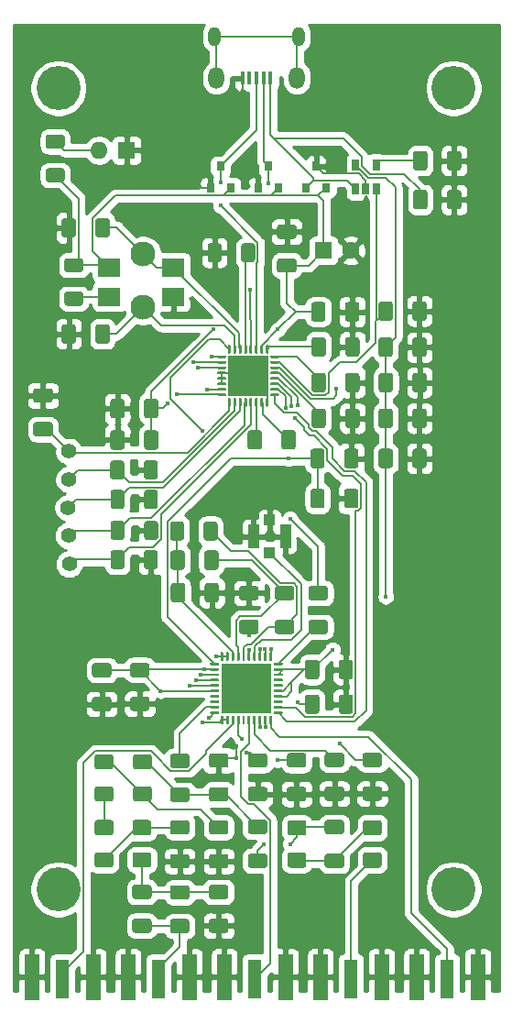
<source format=gbr>
%TF.GenerationSoftware,KiCad,Pcbnew,5.1.8*%
%TF.CreationDate,2020-12-04T12:35:24+08:00*%
%TF.ProjectId,msisdr,6d736973-6472-42e6-9b69-6361645f7063,rev?*%
%TF.SameCoordinates,Original*%
%TF.FileFunction,Copper,L1,Top*%
%TF.FilePolarity,Positive*%
%FSLAX46Y46*%
G04 Gerber Fmt 4.6, Leading zero omitted, Abs format (unit mm)*
G04 Created by KiCad (PCBNEW 5.1.8) date 2020-12-04 12:35:24*
%MOMM*%
%LPD*%
G01*
G04 APERTURE LIST*
%TA.AperFunction,SMDPad,CuDef*%
%ADD10R,1.270000X3.600000*%
%TD*%
%TA.AperFunction,SMDPad,CuDef*%
%ADD11R,1.350000X4.200000*%
%TD*%
%TA.AperFunction,SMDPad,CuDef*%
%ADD12R,2.100000X1.700000*%
%TD*%
%TA.AperFunction,ComponentPad*%
%ADD13C,2.300000*%
%TD*%
%TA.AperFunction,SMDPad,CuDef*%
%ADD14R,0.800000X0.900000*%
%TD*%
%TA.AperFunction,SMDPad,CuDef*%
%ADD15R,0.650000X1.060000*%
%TD*%
%TA.AperFunction,ComponentPad*%
%ADD16C,0.500000*%
%TD*%
%TA.AperFunction,SMDPad,CuDef*%
%ADD17R,4.600000X4.600000*%
%TD*%
%TA.AperFunction,SMDPad,CuDef*%
%ADD18R,3.700000X3.700000*%
%TD*%
%TA.AperFunction,ComponentPad*%
%ADD19O,1.150000X1.800000*%
%TD*%
%TA.AperFunction,ComponentPad*%
%ADD20O,1.450000X2.000000*%
%TD*%
%TA.AperFunction,SMDPad,CuDef*%
%ADD21R,0.450000X1.300000*%
%TD*%
%TA.AperFunction,ComponentPad*%
%ADD22C,1.400000*%
%TD*%
%TA.AperFunction,ComponentPad*%
%ADD23O,1.600000X1.600000*%
%TD*%
%TA.AperFunction,ComponentPad*%
%ADD24R,1.600000X1.600000*%
%TD*%
%TA.AperFunction,ComponentPad*%
%ADD25C,1.600000*%
%TD*%
%TA.AperFunction,SMDPad,CuDef*%
%ADD26R,1.000000X1.000000*%
%TD*%
%TA.AperFunction,SMDPad,CuDef*%
%ADD27R,1.050000X2.200000*%
%TD*%
%TA.AperFunction,ComponentPad*%
%ADD28C,4.064000*%
%TD*%
%TA.AperFunction,ViaPad*%
%ADD29C,0.400000*%
%TD*%
%TA.AperFunction,Conductor*%
%ADD30C,0.200000*%
%TD*%
%TA.AperFunction,Conductor*%
%ADD31C,0.254000*%
%TD*%
%TA.AperFunction,Conductor*%
%ADD32C,0.100000*%
%TD*%
G04 APERTURE END LIST*
D10*
%TO.P,J10,1*%
%TO.N,VHF_50_120MHZ*%
X153924000Y-132280000D03*
D11*
%TO.P,J10,2*%
%TO.N,GND*%
X156749000Y-132080000D03*
X151099000Y-132080000D03*
%TD*%
D10*
%TO.P,J8,1*%
%TO.N,VHF_120_250MHZ*%
X118364000Y-132280000D03*
D11*
%TO.P,J8,2*%
%TO.N,GND*%
X121189000Y-132080000D03*
X115539000Y-132080000D03*
%TD*%
D12*
%TO.P,Y2,4*%
%TO.N,VDIG*%
X122690000Y-66560000D03*
%TO.P,Y2,3*%
%TO.N,Net-(C10-Pad2)*%
X128590000Y-66560000D03*
%TO.P,Y2,2*%
%TO.N,GND*%
X128590000Y-69260000D03*
%TO.P,Y2,1*%
%TO.N,Net-(R4-Pad2)*%
X122690000Y-69260000D03*
%TD*%
D13*
%TO.P,Y1,2*%
%TO.N,Net-(C10-Pad2)*%
X125809000Y-65336000D03*
%TO.P,Y1,1*%
%TO.N,Net-(C9-Pad2)*%
X125809000Y-70236000D03*
%TD*%
D14*
%TO.P,U4,3*%
%TO.N,GND*%
X141800000Y-57200000D03*
%TO.P,U4,2*%
%TO.N,VDIG*%
X142750000Y-59200000D03*
%TO.P,U4,1*%
%TO.N,Net-(C38-Pad1)*%
X140850000Y-59200000D03*
%TD*%
D15*
%TO.P,U3,5*%
%TO.N,VRF*%
X145450000Y-57100000D03*
%TO.P,U3,4*%
%TO.N,Net-(C40-Pad1)*%
X147350000Y-57100000D03*
%TO.P,U3,3*%
%TO.N,V18-SYNTH*%
X147350000Y-59300000D03*
%TO.P,U3,2*%
%TO.N,GND*%
X146400000Y-59300000D03*
%TO.P,U3,1*%
%TO.N,Net-(C38-Pad1)*%
X145450000Y-59300000D03*
%TD*%
D16*
%TO.P,U2,41*%
%TO.N,GND*%
X137409000Y-103376000D03*
X137409000Y-104401000D03*
X137409000Y-105426000D03*
X137409000Y-106451000D03*
X137409000Y-107476000D03*
X136384000Y-103376000D03*
X136384000Y-104401000D03*
X136384000Y-105426000D03*
X136384000Y-106451000D03*
X136384000Y-107476000D03*
X135359000Y-103376000D03*
X135359000Y-104401000D03*
X135359000Y-105426000D03*
X135359000Y-106451000D03*
X135359000Y-107476000D03*
X134334000Y-103376000D03*
X134334000Y-104401000D03*
X134334000Y-105426000D03*
X134334000Y-106451000D03*
X134334000Y-107476000D03*
X133309000Y-103376000D03*
X133309000Y-104401000D03*
X133309000Y-105426000D03*
X133309000Y-106451000D03*
X133309000Y-107476000D03*
D17*
X135359000Y-105426000D03*
%TO.P,U2,40*%
%TO.N,Net-(C16-Pad2)*%
%TA.AperFunction,SMDPad,CuDef*%
G36*
G01*
X132771500Y-107801000D02*
X132071500Y-107801000D01*
G75*
G02*
X132009000Y-107738500I0J62500D01*
G01*
X132009000Y-107613500D01*
G75*
G02*
X132071500Y-107551000I62500J0D01*
G01*
X132771500Y-107551000D01*
G75*
G02*
X132834000Y-107613500I0J-62500D01*
G01*
X132834000Y-107738500D01*
G75*
G02*
X132771500Y-107801000I-62500J0D01*
G01*
G37*
%TD.AperFunction*%
%TO.P,U2,39*%
%TO.N,Net-(C17-Pad2)*%
%TA.AperFunction,SMDPad,CuDef*%
G36*
G01*
X132771500Y-107301000D02*
X132071500Y-107301000D01*
G75*
G02*
X132009000Y-107238500I0J62500D01*
G01*
X132009000Y-107113500D01*
G75*
G02*
X132071500Y-107051000I62500J0D01*
G01*
X132771500Y-107051000D01*
G75*
G02*
X132834000Y-107113500I0J-62500D01*
G01*
X132834000Y-107238500D01*
G75*
G02*
X132771500Y-107301000I-62500J0D01*
G01*
G37*
%TD.AperFunction*%
%TO.P,U2,38*%
%TO.N,Net-(U2-Pad38)*%
%TA.AperFunction,SMDPad,CuDef*%
G36*
G01*
X132771500Y-106801000D02*
X132071500Y-106801000D01*
G75*
G02*
X132009000Y-106738500I0J62500D01*
G01*
X132009000Y-106613500D01*
G75*
G02*
X132071500Y-106551000I62500J0D01*
G01*
X132771500Y-106551000D01*
G75*
G02*
X132834000Y-106613500I0J-62500D01*
G01*
X132834000Y-106738500D01*
G75*
G02*
X132771500Y-106801000I-62500J0D01*
G01*
G37*
%TD.AperFunction*%
%TO.P,U2,37*%
%TO.N,Net-(U2-Pad37)*%
%TA.AperFunction,SMDPad,CuDef*%
G36*
G01*
X132771500Y-106301000D02*
X132071500Y-106301000D01*
G75*
G02*
X132009000Y-106238500I0J62500D01*
G01*
X132009000Y-106113500D01*
G75*
G02*
X132071500Y-106051000I62500J0D01*
G01*
X132771500Y-106051000D01*
G75*
G02*
X132834000Y-106113500I0J-62500D01*
G01*
X132834000Y-106238500D01*
G75*
G02*
X132771500Y-106301000I-62500J0D01*
G01*
G37*
%TD.AperFunction*%
%TO.P,U2,36*%
%TO.N,VRF*%
%TA.AperFunction,SMDPad,CuDef*%
G36*
G01*
X132771500Y-105801000D02*
X132071500Y-105801000D01*
G75*
G02*
X132009000Y-105738500I0J62500D01*
G01*
X132009000Y-105613500D01*
G75*
G02*
X132071500Y-105551000I62500J0D01*
G01*
X132771500Y-105551000D01*
G75*
G02*
X132834000Y-105613500I0J-62500D01*
G01*
X132834000Y-105738500D01*
G75*
G02*
X132771500Y-105801000I-62500J0D01*
G01*
G37*
%TD.AperFunction*%
%TO.P,U2,35*%
%TO.N,SPI_DATA*%
%TA.AperFunction,SMDPad,CuDef*%
G36*
G01*
X132771500Y-105301000D02*
X132071500Y-105301000D01*
G75*
G02*
X132009000Y-105238500I0J62500D01*
G01*
X132009000Y-105113500D01*
G75*
G02*
X132071500Y-105051000I62500J0D01*
G01*
X132771500Y-105051000D01*
G75*
G02*
X132834000Y-105113500I0J-62500D01*
G01*
X132834000Y-105238500D01*
G75*
G02*
X132771500Y-105301000I-62500J0D01*
G01*
G37*
%TD.AperFunction*%
%TO.P,U2,34*%
%TO.N,SPI_CLK*%
%TA.AperFunction,SMDPad,CuDef*%
G36*
G01*
X132771500Y-104801000D02*
X132071500Y-104801000D01*
G75*
G02*
X132009000Y-104738500I0J62500D01*
G01*
X132009000Y-104613500D01*
G75*
G02*
X132071500Y-104551000I62500J0D01*
G01*
X132771500Y-104551000D01*
G75*
G02*
X132834000Y-104613500I0J-62500D01*
G01*
X132834000Y-104738500D01*
G75*
G02*
X132771500Y-104801000I-62500J0D01*
G01*
G37*
%TD.AperFunction*%
%TO.P,U2,33*%
%TO.N,SPI_LAT*%
%TA.AperFunction,SMDPad,CuDef*%
G36*
G01*
X132771500Y-104301000D02*
X132071500Y-104301000D01*
G75*
G02*
X132009000Y-104238500I0J62500D01*
G01*
X132009000Y-104113500D01*
G75*
G02*
X132071500Y-104051000I62500J0D01*
G01*
X132771500Y-104051000D01*
G75*
G02*
X132834000Y-104113500I0J-62500D01*
G01*
X132834000Y-104238500D01*
G75*
G02*
X132771500Y-104301000I-62500J0D01*
G01*
G37*
%TD.AperFunction*%
%TO.P,U2,32*%
%TO.N,VRF*%
%TA.AperFunction,SMDPad,CuDef*%
G36*
G01*
X132771500Y-103801000D02*
X132071500Y-103801000D01*
G75*
G02*
X132009000Y-103738500I0J62500D01*
G01*
X132009000Y-103613500D01*
G75*
G02*
X132071500Y-103551000I62500J0D01*
G01*
X132771500Y-103551000D01*
G75*
G02*
X132834000Y-103613500I0J-62500D01*
G01*
X132834000Y-103738500D01*
G75*
G02*
X132771500Y-103801000I-62500J0D01*
G01*
G37*
%TD.AperFunction*%
%TO.P,U2,31*%
%TO.N,VDDI*%
%TA.AperFunction,SMDPad,CuDef*%
G36*
G01*
X132771500Y-103301000D02*
X132071500Y-103301000D01*
G75*
G02*
X132009000Y-103238500I0J62500D01*
G01*
X132009000Y-103113500D01*
G75*
G02*
X132071500Y-103051000I62500J0D01*
G01*
X132771500Y-103051000D01*
G75*
G02*
X132834000Y-103113500I0J-62500D01*
G01*
X132834000Y-103238500D01*
G75*
G02*
X132771500Y-103301000I-62500J0D01*
G01*
G37*
%TD.AperFunction*%
%TO.P,U2,30*%
%TO.N,VRF*%
%TA.AperFunction,SMDPad,CuDef*%
G36*
G01*
X133171500Y-102901000D02*
X133046500Y-102901000D01*
G75*
G02*
X132984000Y-102838500I0J62500D01*
G01*
X132984000Y-102138500D01*
G75*
G02*
X133046500Y-102076000I62500J0D01*
G01*
X133171500Y-102076000D01*
G75*
G02*
X133234000Y-102138500I0J-62500D01*
G01*
X133234000Y-102838500D01*
G75*
G02*
X133171500Y-102901000I-62500J0D01*
G01*
G37*
%TD.AperFunction*%
%TO.P,U2,29*%
%TA.AperFunction,SMDPad,CuDef*%
G36*
G01*
X133671500Y-102901000D02*
X133546500Y-102901000D01*
G75*
G02*
X133484000Y-102838500I0J62500D01*
G01*
X133484000Y-102138500D01*
G75*
G02*
X133546500Y-102076000I62500J0D01*
G01*
X133671500Y-102076000D01*
G75*
G02*
X133734000Y-102138500I0J-62500D01*
G01*
X133734000Y-102838500D01*
G75*
G02*
X133671500Y-102901000I-62500J0D01*
G01*
G37*
%TD.AperFunction*%
%TO.P,U2,28*%
%TO.N,Net-(C22-Pad1)*%
%TA.AperFunction,SMDPad,CuDef*%
G36*
G01*
X134171500Y-102901000D02*
X134046500Y-102901000D01*
G75*
G02*
X133984000Y-102838500I0J62500D01*
G01*
X133984000Y-102138500D01*
G75*
G02*
X134046500Y-102076000I62500J0D01*
G01*
X134171500Y-102076000D01*
G75*
G02*
X134234000Y-102138500I0J-62500D01*
G01*
X134234000Y-102838500D01*
G75*
G02*
X134171500Y-102901000I-62500J0D01*
G01*
G37*
%TD.AperFunction*%
%TO.P,U2,27*%
%TO.N,Net-(C22-Pad2)*%
%TA.AperFunction,SMDPad,CuDef*%
G36*
G01*
X134671500Y-102901000D02*
X134546500Y-102901000D01*
G75*
G02*
X134484000Y-102838500I0J62500D01*
G01*
X134484000Y-102138500D01*
G75*
G02*
X134546500Y-102076000I62500J0D01*
G01*
X134671500Y-102076000D01*
G75*
G02*
X134734000Y-102138500I0J-62500D01*
G01*
X134734000Y-102838500D01*
G75*
G02*
X134671500Y-102901000I-62500J0D01*
G01*
G37*
%TD.AperFunction*%
%TO.P,U2,26*%
%TO.N,Net-(C23-Pad1)*%
%TA.AperFunction,SMDPad,CuDef*%
G36*
G01*
X135171500Y-102901000D02*
X135046500Y-102901000D01*
G75*
G02*
X134984000Y-102838500I0J62500D01*
G01*
X134984000Y-102138500D01*
G75*
G02*
X135046500Y-102076000I62500J0D01*
G01*
X135171500Y-102076000D01*
G75*
G02*
X135234000Y-102138500I0J-62500D01*
G01*
X135234000Y-102838500D01*
G75*
G02*
X135171500Y-102901000I-62500J0D01*
G01*
G37*
%TD.AperFunction*%
%TO.P,U2,25*%
%TO.N,Net-(C43-Pad2)*%
%TA.AperFunction,SMDPad,CuDef*%
G36*
G01*
X135671500Y-102901000D02*
X135546500Y-102901000D01*
G75*
G02*
X135484000Y-102838500I0J62500D01*
G01*
X135484000Y-102138500D01*
G75*
G02*
X135546500Y-102076000I62500J0D01*
G01*
X135671500Y-102076000D01*
G75*
G02*
X135734000Y-102138500I0J-62500D01*
G01*
X135734000Y-102838500D01*
G75*
G02*
X135671500Y-102901000I-62500J0D01*
G01*
G37*
%TD.AperFunction*%
%TO.P,U2,24*%
%TO.N,LNAND_IN*%
%TA.AperFunction,SMDPad,CuDef*%
G36*
G01*
X136171500Y-102901000D02*
X136046500Y-102901000D01*
G75*
G02*
X135984000Y-102838500I0J62500D01*
G01*
X135984000Y-102138500D01*
G75*
G02*
X136046500Y-102076000I62500J0D01*
G01*
X136171500Y-102076000D01*
G75*
G02*
X136234000Y-102138500I0J-62500D01*
G01*
X136234000Y-102838500D01*
G75*
G02*
X136171500Y-102901000I-62500J0D01*
G01*
G37*
%TD.AperFunction*%
%TO.P,U2,23*%
%TO.N,VRF*%
%TA.AperFunction,SMDPad,CuDef*%
G36*
G01*
X136671500Y-102901000D02*
X136546500Y-102901000D01*
G75*
G02*
X136484000Y-102838500I0J62500D01*
G01*
X136484000Y-102138500D01*
G75*
G02*
X136546500Y-102076000I62500J0D01*
G01*
X136671500Y-102076000D01*
G75*
G02*
X136734000Y-102138500I0J-62500D01*
G01*
X136734000Y-102838500D01*
G75*
G02*
X136671500Y-102901000I-62500J0D01*
G01*
G37*
%TD.AperFunction*%
%TO.P,U2,22*%
%TO.N,Q_IN_P*%
%TA.AperFunction,SMDPad,CuDef*%
G36*
G01*
X137171500Y-102901000D02*
X137046500Y-102901000D01*
G75*
G02*
X136984000Y-102838500I0J62500D01*
G01*
X136984000Y-102138500D01*
G75*
G02*
X137046500Y-102076000I62500J0D01*
G01*
X137171500Y-102076000D01*
G75*
G02*
X137234000Y-102138500I0J-62500D01*
G01*
X137234000Y-102838500D01*
G75*
G02*
X137171500Y-102901000I-62500J0D01*
G01*
G37*
%TD.AperFunction*%
%TO.P,U2,21*%
%TO.N,Q_IN_N*%
%TA.AperFunction,SMDPad,CuDef*%
G36*
G01*
X137671500Y-102901000D02*
X137546500Y-102901000D01*
G75*
G02*
X137484000Y-102838500I0J62500D01*
G01*
X137484000Y-102138500D01*
G75*
G02*
X137546500Y-102076000I62500J0D01*
G01*
X137671500Y-102076000D01*
G75*
G02*
X137734000Y-102138500I0J-62500D01*
G01*
X137734000Y-102838500D01*
G75*
G02*
X137671500Y-102901000I-62500J0D01*
G01*
G37*
%TD.AperFunction*%
%TO.P,U2,20*%
%TO.N,REFCLK*%
%TA.AperFunction,SMDPad,CuDef*%
G36*
G01*
X138646500Y-103301000D02*
X137946500Y-103301000D01*
G75*
G02*
X137884000Y-103238500I0J62500D01*
G01*
X137884000Y-103113500D01*
G75*
G02*
X137946500Y-103051000I62500J0D01*
G01*
X138646500Y-103051000D01*
G75*
G02*
X138709000Y-103113500I0J-62500D01*
G01*
X138709000Y-103238500D01*
G75*
G02*
X138646500Y-103301000I-62500J0D01*
G01*
G37*
%TD.AperFunction*%
%TO.P,U2,19*%
%TO.N,VRF*%
%TA.AperFunction,SMDPad,CuDef*%
G36*
G01*
X138646500Y-103801000D02*
X137946500Y-103801000D01*
G75*
G02*
X137884000Y-103738500I0J62500D01*
G01*
X137884000Y-103613500D01*
G75*
G02*
X137946500Y-103551000I62500J0D01*
G01*
X138646500Y-103551000D01*
G75*
G02*
X138709000Y-103613500I0J-62500D01*
G01*
X138709000Y-103738500D01*
G75*
G02*
X138646500Y-103801000I-62500J0D01*
G01*
G37*
%TD.AperFunction*%
%TO.P,U2,18*%
%TA.AperFunction,SMDPad,CuDef*%
G36*
G01*
X138646500Y-104301000D02*
X137946500Y-104301000D01*
G75*
G02*
X137884000Y-104238500I0J62500D01*
G01*
X137884000Y-104113500D01*
G75*
G02*
X137946500Y-104051000I62500J0D01*
G01*
X138646500Y-104051000D01*
G75*
G02*
X138709000Y-104113500I0J-62500D01*
G01*
X138709000Y-104238500D01*
G75*
G02*
X138646500Y-104301000I-62500J0D01*
G01*
G37*
%TD.AperFunction*%
%TO.P,U2,17*%
%TO.N,Net-(U2-Pad17)*%
%TA.AperFunction,SMDPad,CuDef*%
G36*
G01*
X138646500Y-104801000D02*
X137946500Y-104801000D01*
G75*
G02*
X137884000Y-104738500I0J62500D01*
G01*
X137884000Y-104613500D01*
G75*
G02*
X137946500Y-104551000I62500J0D01*
G01*
X138646500Y-104551000D01*
G75*
G02*
X138709000Y-104613500I0J-62500D01*
G01*
X138709000Y-104738500D01*
G75*
G02*
X138646500Y-104801000I-62500J0D01*
G01*
G37*
%TD.AperFunction*%
%TO.P,U2,16*%
%TO.N,Net-(U2-Pad16)*%
%TA.AperFunction,SMDPad,CuDef*%
G36*
G01*
X138646500Y-105301000D02*
X137946500Y-105301000D01*
G75*
G02*
X137884000Y-105238500I0J62500D01*
G01*
X137884000Y-105113500D01*
G75*
G02*
X137946500Y-105051000I62500J0D01*
G01*
X138646500Y-105051000D01*
G75*
G02*
X138709000Y-105113500I0J-62500D01*
G01*
X138709000Y-105238500D01*
G75*
G02*
X138646500Y-105301000I-62500J0D01*
G01*
G37*
%TD.AperFunction*%
%TO.P,U2,15*%
%TO.N,VRF*%
%TA.AperFunction,SMDPad,CuDef*%
G36*
G01*
X138646500Y-105801000D02*
X137946500Y-105801000D01*
G75*
G02*
X137884000Y-105738500I0J62500D01*
G01*
X137884000Y-105613500D01*
G75*
G02*
X137946500Y-105551000I62500J0D01*
G01*
X138646500Y-105551000D01*
G75*
G02*
X138709000Y-105613500I0J-62500D01*
G01*
X138709000Y-105738500D01*
G75*
G02*
X138646500Y-105801000I-62500J0D01*
G01*
G37*
%TD.AperFunction*%
%TO.P,U2,14*%
%TA.AperFunction,SMDPad,CuDef*%
G36*
G01*
X138646500Y-106301000D02*
X137946500Y-106301000D01*
G75*
G02*
X137884000Y-106238500I0J62500D01*
G01*
X137884000Y-106113500D01*
G75*
G02*
X137946500Y-106051000I62500J0D01*
G01*
X138646500Y-106051000D01*
G75*
G02*
X138709000Y-106113500I0J-62500D01*
G01*
X138709000Y-106238500D01*
G75*
G02*
X138646500Y-106301000I-62500J0D01*
G01*
G37*
%TD.AperFunction*%
%TO.P,U2,13*%
%TO.N,Net-(U2-Pad13)*%
%TA.AperFunction,SMDPad,CuDef*%
G36*
G01*
X138646500Y-106801000D02*
X137946500Y-106801000D01*
G75*
G02*
X137884000Y-106738500I0J62500D01*
G01*
X137884000Y-106613500D01*
G75*
G02*
X137946500Y-106551000I62500J0D01*
G01*
X138646500Y-106551000D01*
G75*
G02*
X138709000Y-106613500I0J-62500D01*
G01*
X138709000Y-106738500D01*
G75*
G02*
X138646500Y-106801000I-62500J0D01*
G01*
G37*
%TD.AperFunction*%
%TO.P,U2,12*%
%TO.N,I_IN_N*%
%TA.AperFunction,SMDPad,CuDef*%
G36*
G01*
X138646500Y-107301000D02*
X137946500Y-107301000D01*
G75*
G02*
X137884000Y-107238500I0J62500D01*
G01*
X137884000Y-107113500D01*
G75*
G02*
X137946500Y-107051000I62500J0D01*
G01*
X138646500Y-107051000D01*
G75*
G02*
X138709000Y-107113500I0J-62500D01*
G01*
X138709000Y-107238500D01*
G75*
G02*
X138646500Y-107301000I-62500J0D01*
G01*
G37*
%TD.AperFunction*%
%TO.P,U2,11*%
%TO.N,I_IN_P*%
%TA.AperFunction,SMDPad,CuDef*%
G36*
G01*
X138646500Y-107801000D02*
X137946500Y-107801000D01*
G75*
G02*
X137884000Y-107738500I0J62500D01*
G01*
X137884000Y-107613500D01*
G75*
G02*
X137946500Y-107551000I62500J0D01*
G01*
X138646500Y-107551000D01*
G75*
G02*
X138709000Y-107613500I0J-62500D01*
G01*
X138709000Y-107738500D01*
G75*
G02*
X138646500Y-107801000I-62500J0D01*
G01*
G37*
%TD.AperFunction*%
%TO.P,U2,10*%
%TO.N,VHF_50_120MHZ*%
%TA.AperFunction,SMDPad,CuDef*%
G36*
G01*
X137671500Y-108776000D02*
X137546500Y-108776000D01*
G75*
G02*
X137484000Y-108713500I0J62500D01*
G01*
X137484000Y-108013500D01*
G75*
G02*
X137546500Y-107951000I62500J0D01*
G01*
X137671500Y-107951000D01*
G75*
G02*
X137734000Y-108013500I0J-62500D01*
G01*
X137734000Y-108713500D01*
G75*
G02*
X137671500Y-108776000I-62500J0D01*
G01*
G37*
%TD.AperFunction*%
%TO.P,U2,9*%
%TO.N,Net-(C13-Pad2)*%
%TA.AperFunction,SMDPad,CuDef*%
G36*
G01*
X137171500Y-108776000D02*
X137046500Y-108776000D01*
G75*
G02*
X136984000Y-108713500I0J62500D01*
G01*
X136984000Y-108013500D01*
G75*
G02*
X137046500Y-107951000I62500J0D01*
G01*
X137171500Y-107951000D01*
G75*
G02*
X137234000Y-108013500I0J-62500D01*
G01*
X137234000Y-108713500D01*
G75*
G02*
X137171500Y-108776000I-62500J0D01*
G01*
G37*
%TD.AperFunction*%
%TO.P,U2,8*%
%TO.N,VRF*%
%TA.AperFunction,SMDPad,CuDef*%
G36*
G01*
X136671500Y-108776000D02*
X136546500Y-108776000D01*
G75*
G02*
X136484000Y-108713500I0J62500D01*
G01*
X136484000Y-108013500D01*
G75*
G02*
X136546500Y-107951000I62500J0D01*
G01*
X136671500Y-107951000D01*
G75*
G02*
X136734000Y-108013500I0J-62500D01*
G01*
X136734000Y-108713500D01*
G75*
G02*
X136671500Y-108776000I-62500J0D01*
G01*
G37*
%TD.AperFunction*%
%TO.P,U2,7*%
%TO.N,Net-(C15-Pad2)*%
%TA.AperFunction,SMDPad,CuDef*%
G36*
G01*
X136171500Y-108776000D02*
X136046500Y-108776000D01*
G75*
G02*
X135984000Y-108713500I0J62500D01*
G01*
X135984000Y-108013500D01*
G75*
G02*
X136046500Y-107951000I62500J0D01*
G01*
X136171500Y-107951000D01*
G75*
G02*
X136234000Y-108013500I0J-62500D01*
G01*
X136234000Y-108713500D01*
G75*
G02*
X136171500Y-108776000I-62500J0D01*
G01*
G37*
%TD.AperFunction*%
%TO.P,U2,6*%
%TO.N,UHF_400_1000MHZ*%
%TA.AperFunction,SMDPad,CuDef*%
G36*
G01*
X135671500Y-108776000D02*
X135546500Y-108776000D01*
G75*
G02*
X135484000Y-108713500I0J62500D01*
G01*
X135484000Y-108013500D01*
G75*
G02*
X135546500Y-107951000I62500J0D01*
G01*
X135671500Y-107951000D01*
G75*
G02*
X135734000Y-108013500I0J-62500D01*
G01*
X135734000Y-108713500D01*
G75*
G02*
X135671500Y-108776000I-62500J0D01*
G01*
G37*
%TD.AperFunction*%
%TO.P,U2,5*%
%TO.N,Net-(U2-Pad5)*%
%TA.AperFunction,SMDPad,CuDef*%
G36*
G01*
X135171500Y-108776000D02*
X135046500Y-108776000D01*
G75*
G02*
X134984000Y-108713500I0J62500D01*
G01*
X134984000Y-108013500D01*
G75*
G02*
X135046500Y-107951000I62500J0D01*
G01*
X135171500Y-107951000D01*
G75*
G02*
X135234000Y-108013500I0J-62500D01*
G01*
X135234000Y-108713500D01*
G75*
G02*
X135171500Y-108776000I-62500J0D01*
G01*
G37*
%TD.AperFunction*%
%TO.P,U2,4*%
%TO.N,Net-(C14-Pad2)*%
%TA.AperFunction,SMDPad,CuDef*%
G36*
G01*
X134671500Y-108776000D02*
X134546500Y-108776000D01*
G75*
G02*
X134484000Y-108713500I0J62500D01*
G01*
X134484000Y-108013500D01*
G75*
G02*
X134546500Y-107951000I62500J0D01*
G01*
X134671500Y-107951000D01*
G75*
G02*
X134734000Y-108013500I0J-62500D01*
G01*
X134734000Y-108713500D01*
G75*
G02*
X134671500Y-108776000I-62500J0D01*
G01*
G37*
%TD.AperFunction*%
%TO.P,U2,3*%
%TO.N,VHF_120_250MHZ*%
%TA.AperFunction,SMDPad,CuDef*%
G36*
G01*
X134171500Y-108776000D02*
X134046500Y-108776000D01*
G75*
G02*
X133984000Y-108713500I0J62500D01*
G01*
X133984000Y-108013500D01*
G75*
G02*
X134046500Y-107951000I62500J0D01*
G01*
X134171500Y-107951000D01*
G75*
G02*
X134234000Y-108013500I0J-62500D01*
G01*
X134234000Y-108713500D01*
G75*
G02*
X134171500Y-108776000I-62500J0D01*
G01*
G37*
%TD.AperFunction*%
%TO.P,U2,2*%
%TO.N,VRF*%
%TA.AperFunction,SMDPad,CuDef*%
G36*
G01*
X133671500Y-108776000D02*
X133546500Y-108776000D01*
G75*
G02*
X133484000Y-108713500I0J62500D01*
G01*
X133484000Y-108013500D01*
G75*
G02*
X133546500Y-107951000I62500J0D01*
G01*
X133671500Y-107951000D01*
G75*
G02*
X133734000Y-108013500I0J-62500D01*
G01*
X133734000Y-108713500D01*
G75*
G02*
X133671500Y-108776000I-62500J0D01*
G01*
G37*
%TD.AperFunction*%
%TO.P,U2,1*%
%TA.AperFunction,SMDPad,CuDef*%
G36*
G01*
X133171500Y-108776000D02*
X133046500Y-108776000D01*
G75*
G02*
X132984000Y-108713500I0J62500D01*
G01*
X132984000Y-108013500D01*
G75*
G02*
X133046500Y-107951000I62500J0D01*
G01*
X133171500Y-107951000D01*
G75*
G02*
X133234000Y-108013500I0J-62500D01*
G01*
X133234000Y-108713500D01*
G75*
G02*
X133171500Y-108776000I-62500J0D01*
G01*
G37*
%TD.AperFunction*%
%TD*%
D16*
%TO.P,U1,33*%
%TO.N,GND*%
X136529000Y-75566000D03*
X136529000Y-76566000D03*
X136529000Y-77566000D03*
X135529000Y-75566000D03*
X135529000Y-76566000D03*
X135529000Y-77566000D03*
X134529000Y-75566000D03*
X134529000Y-76566000D03*
X134529000Y-77566000D03*
D18*
X135529000Y-76566000D03*
%TO.P,U1,32*%
%TO.N,VDIG*%
%TA.AperFunction,SMDPad,CuDef*%
G36*
G01*
X133416500Y-78441000D02*
X132741500Y-78441000D01*
G75*
G02*
X132679000Y-78378500I0J62500D01*
G01*
X132679000Y-78253500D01*
G75*
G02*
X132741500Y-78191000I62500J0D01*
G01*
X133416500Y-78191000D01*
G75*
G02*
X133479000Y-78253500I0J-62500D01*
G01*
X133479000Y-78378500D01*
G75*
G02*
X133416500Y-78441000I-62500J0D01*
G01*
G37*
%TD.AperFunction*%
%TO.P,U1,31*%
%TO.N,VDDI*%
%TA.AperFunction,SMDPad,CuDef*%
G36*
G01*
X133416500Y-77941000D02*
X132741500Y-77941000D01*
G75*
G02*
X132679000Y-77878500I0J62500D01*
G01*
X132679000Y-77753500D01*
G75*
G02*
X132741500Y-77691000I62500J0D01*
G01*
X133416500Y-77691000D01*
G75*
G02*
X133479000Y-77753500I0J-62500D01*
G01*
X133479000Y-77878500D01*
G75*
G02*
X133416500Y-77941000I-62500J0D01*
G01*
G37*
%TD.AperFunction*%
%TO.P,U1,30*%
%TO.N,GND*%
%TA.AperFunction,SMDPad,CuDef*%
G36*
G01*
X133416500Y-77441000D02*
X132741500Y-77441000D01*
G75*
G02*
X132679000Y-77378500I0J62500D01*
G01*
X132679000Y-77253500D01*
G75*
G02*
X132741500Y-77191000I62500J0D01*
G01*
X133416500Y-77191000D01*
G75*
G02*
X133479000Y-77253500I0J-62500D01*
G01*
X133479000Y-77378500D01*
G75*
G02*
X133416500Y-77441000I-62500J0D01*
G01*
G37*
%TD.AperFunction*%
%TO.P,U1,29*%
%TA.AperFunction,SMDPad,CuDef*%
G36*
G01*
X133416500Y-76941000D02*
X132741500Y-76941000D01*
G75*
G02*
X132679000Y-76878500I0J62500D01*
G01*
X132679000Y-76753500D01*
G75*
G02*
X132741500Y-76691000I62500J0D01*
G01*
X133416500Y-76691000D01*
G75*
G02*
X133479000Y-76753500I0J-62500D01*
G01*
X133479000Y-76878500D01*
G75*
G02*
X133416500Y-76941000I-62500J0D01*
G01*
G37*
%TD.AperFunction*%
%TO.P,U1,28*%
%TA.AperFunction,SMDPad,CuDef*%
G36*
G01*
X133416500Y-76441000D02*
X132741500Y-76441000D01*
G75*
G02*
X132679000Y-76378500I0J62500D01*
G01*
X132679000Y-76253500D01*
G75*
G02*
X132741500Y-76191000I62500J0D01*
G01*
X133416500Y-76191000D01*
G75*
G02*
X133479000Y-76253500I0J-62500D01*
G01*
X133479000Y-76378500D01*
G75*
G02*
X133416500Y-76441000I-62500J0D01*
G01*
G37*
%TD.AperFunction*%
%TO.P,U1,27*%
%TO.N,SPI_CLK*%
%TA.AperFunction,SMDPad,CuDef*%
G36*
G01*
X133416500Y-75941000D02*
X132741500Y-75941000D01*
G75*
G02*
X132679000Y-75878500I0J62500D01*
G01*
X132679000Y-75753500D01*
G75*
G02*
X132741500Y-75691000I62500J0D01*
G01*
X133416500Y-75691000D01*
G75*
G02*
X133479000Y-75753500I0J-62500D01*
G01*
X133479000Y-75878500D01*
G75*
G02*
X133416500Y-75941000I-62500J0D01*
G01*
G37*
%TD.AperFunction*%
%TO.P,U1,26*%
%TO.N,SPI_DATA*%
%TA.AperFunction,SMDPad,CuDef*%
G36*
G01*
X133416500Y-75441000D02*
X132741500Y-75441000D01*
G75*
G02*
X132679000Y-75378500I0J62500D01*
G01*
X132679000Y-75253500D01*
G75*
G02*
X132741500Y-75191000I62500J0D01*
G01*
X133416500Y-75191000D01*
G75*
G02*
X133479000Y-75253500I0J-62500D01*
G01*
X133479000Y-75378500D01*
G75*
G02*
X133416500Y-75441000I-62500J0D01*
G01*
G37*
%TD.AperFunction*%
%TO.P,U1,25*%
%TO.N,SPI_LAT*%
%TA.AperFunction,SMDPad,CuDef*%
G36*
G01*
X133416500Y-74941000D02*
X132741500Y-74941000D01*
G75*
G02*
X132679000Y-74878500I0J62500D01*
G01*
X132679000Y-74753500D01*
G75*
G02*
X132741500Y-74691000I62500J0D01*
G01*
X133416500Y-74691000D01*
G75*
G02*
X133479000Y-74753500I0J-62500D01*
G01*
X133479000Y-74878500D01*
G75*
G02*
X133416500Y-74941000I-62500J0D01*
G01*
G37*
%TD.AperFunction*%
%TO.P,U1,24*%
%TO.N,Net-(C42-Pad2)*%
%TA.AperFunction,SMDPad,CuDef*%
G36*
G01*
X133841500Y-74516000D02*
X133716500Y-74516000D01*
G75*
G02*
X133654000Y-74453500I0J62500D01*
G01*
X133654000Y-73778500D01*
G75*
G02*
X133716500Y-73716000I62500J0D01*
G01*
X133841500Y-73716000D01*
G75*
G02*
X133904000Y-73778500I0J-62500D01*
G01*
X133904000Y-74453500D01*
G75*
G02*
X133841500Y-74516000I-62500J0D01*
G01*
G37*
%TD.AperFunction*%
%TO.P,U1,23*%
%TO.N,Net-(C9-Pad2)*%
%TA.AperFunction,SMDPad,CuDef*%
G36*
G01*
X134341500Y-74516000D02*
X134216500Y-74516000D01*
G75*
G02*
X134154000Y-74453500I0J62500D01*
G01*
X134154000Y-73778500D01*
G75*
G02*
X134216500Y-73716000I62500J0D01*
G01*
X134341500Y-73716000D01*
G75*
G02*
X134404000Y-73778500I0J-62500D01*
G01*
X134404000Y-74453500D01*
G75*
G02*
X134341500Y-74516000I-62500J0D01*
G01*
G37*
%TD.AperFunction*%
%TO.P,U1,22*%
%TO.N,Net-(C10-Pad2)*%
%TA.AperFunction,SMDPad,CuDef*%
G36*
G01*
X134841500Y-74516000D02*
X134716500Y-74516000D01*
G75*
G02*
X134654000Y-74453500I0J62500D01*
G01*
X134654000Y-73778500D01*
G75*
G02*
X134716500Y-73716000I62500J0D01*
G01*
X134841500Y-73716000D01*
G75*
G02*
X134904000Y-73778500I0J-62500D01*
G01*
X134904000Y-74453500D01*
G75*
G02*
X134841500Y-74516000I-62500J0D01*
G01*
G37*
%TD.AperFunction*%
%TO.P,U1,21*%
%TO.N,Net-(R1-Pad2)*%
%TA.AperFunction,SMDPad,CuDef*%
G36*
G01*
X135341500Y-74516000D02*
X135216500Y-74516000D01*
G75*
G02*
X135154000Y-74453500I0J62500D01*
G01*
X135154000Y-73778500D01*
G75*
G02*
X135216500Y-73716000I62500J0D01*
G01*
X135341500Y-73716000D01*
G75*
G02*
X135404000Y-73778500I0J-62500D01*
G01*
X135404000Y-74453500D01*
G75*
G02*
X135341500Y-74516000I-62500J0D01*
G01*
G37*
%TD.AperFunction*%
%TO.P,U1,20*%
%TO.N,USB_DM*%
%TA.AperFunction,SMDPad,CuDef*%
G36*
G01*
X135841500Y-74516000D02*
X135716500Y-74516000D01*
G75*
G02*
X135654000Y-74453500I0J62500D01*
G01*
X135654000Y-73778500D01*
G75*
G02*
X135716500Y-73716000I62500J0D01*
G01*
X135841500Y-73716000D01*
G75*
G02*
X135904000Y-73778500I0J-62500D01*
G01*
X135904000Y-74453500D01*
G75*
G02*
X135841500Y-74516000I-62500J0D01*
G01*
G37*
%TD.AperFunction*%
%TO.P,U1,19*%
%TO.N,USB_DP*%
%TA.AperFunction,SMDPad,CuDef*%
G36*
G01*
X136341500Y-74516000D02*
X136216500Y-74516000D01*
G75*
G02*
X136154000Y-74453500I0J62500D01*
G01*
X136154000Y-73778500D01*
G75*
G02*
X136216500Y-73716000I62500J0D01*
G01*
X136341500Y-73716000D01*
G75*
G02*
X136404000Y-73778500I0J-62500D01*
G01*
X136404000Y-74453500D01*
G75*
G02*
X136341500Y-74516000I-62500J0D01*
G01*
G37*
%TD.AperFunction*%
%TO.P,U1,18*%
%TO.N,VDIG*%
%TA.AperFunction,SMDPad,CuDef*%
G36*
G01*
X136841500Y-74516000D02*
X136716500Y-74516000D01*
G75*
G02*
X136654000Y-74453500I0J62500D01*
G01*
X136654000Y-73778500D01*
G75*
G02*
X136716500Y-73716000I62500J0D01*
G01*
X136841500Y-73716000D01*
G75*
G02*
X136904000Y-73778500I0J-62500D01*
G01*
X136904000Y-74453500D01*
G75*
G02*
X136841500Y-74516000I-62500J0D01*
G01*
G37*
%TD.AperFunction*%
%TO.P,U1,17*%
%TO.N,Net-(C39-Pad1)*%
%TA.AperFunction,SMDPad,CuDef*%
G36*
G01*
X137341500Y-74516000D02*
X137216500Y-74516000D01*
G75*
G02*
X137154000Y-74453500I0J62500D01*
G01*
X137154000Y-73778500D01*
G75*
G02*
X137216500Y-73716000I62500J0D01*
G01*
X137341500Y-73716000D01*
G75*
G02*
X137404000Y-73778500I0J-62500D01*
G01*
X137404000Y-74453500D01*
G75*
G02*
X137341500Y-74516000I-62500J0D01*
G01*
G37*
%TD.AperFunction*%
%TO.P,U1,16*%
%TO.N,Net-(C8-Pad1)*%
%TA.AperFunction,SMDPad,CuDef*%
G36*
G01*
X138316500Y-74941000D02*
X137641500Y-74941000D01*
G75*
G02*
X137579000Y-74878500I0J62500D01*
G01*
X137579000Y-74753500D01*
G75*
G02*
X137641500Y-74691000I62500J0D01*
G01*
X138316500Y-74691000D01*
G75*
G02*
X138379000Y-74753500I0J-62500D01*
G01*
X138379000Y-74878500D01*
G75*
G02*
X138316500Y-74941000I-62500J0D01*
G01*
G37*
%TD.AperFunction*%
%TO.P,U1,15*%
%TO.N,V18-SYNTH*%
%TA.AperFunction,SMDPad,CuDef*%
G36*
G01*
X138316500Y-75441000D02*
X137641500Y-75441000D01*
G75*
G02*
X137579000Y-75378500I0J62500D01*
G01*
X137579000Y-75253500D01*
G75*
G02*
X137641500Y-75191000I62500J0D01*
G01*
X138316500Y-75191000D01*
G75*
G02*
X138379000Y-75253500I0J-62500D01*
G01*
X138379000Y-75378500D01*
G75*
G02*
X138316500Y-75441000I-62500J0D01*
G01*
G37*
%TD.AperFunction*%
%TO.P,U1,14*%
%TO.N,VDIG*%
%TA.AperFunction,SMDPad,CuDef*%
G36*
G01*
X138316500Y-75941000D02*
X137641500Y-75941000D01*
G75*
G02*
X137579000Y-75878500I0J62500D01*
G01*
X137579000Y-75753500D01*
G75*
G02*
X137641500Y-75691000I62500J0D01*
G01*
X138316500Y-75691000D01*
G75*
G02*
X138379000Y-75753500I0J-62500D01*
G01*
X138379000Y-75878500D01*
G75*
G02*
X138316500Y-75941000I-62500J0D01*
G01*
G37*
%TD.AperFunction*%
%TO.P,U1,13*%
%TO.N,Net-(C4-Pad1)*%
%TA.AperFunction,SMDPad,CuDef*%
G36*
G01*
X138316500Y-76441000D02*
X137641500Y-76441000D01*
G75*
G02*
X137579000Y-76378500I0J62500D01*
G01*
X137579000Y-76253500D01*
G75*
G02*
X137641500Y-76191000I62500J0D01*
G01*
X138316500Y-76191000D01*
G75*
G02*
X138379000Y-76253500I0J-62500D01*
G01*
X138379000Y-76378500D01*
G75*
G02*
X138316500Y-76441000I-62500J0D01*
G01*
G37*
%TD.AperFunction*%
%TO.P,U1,12*%
%TO.N,Q_IN_N*%
%TA.AperFunction,SMDPad,CuDef*%
G36*
G01*
X138316500Y-76941000D02*
X137641500Y-76941000D01*
G75*
G02*
X137579000Y-76878500I0J62500D01*
G01*
X137579000Y-76753500D01*
G75*
G02*
X137641500Y-76691000I62500J0D01*
G01*
X138316500Y-76691000D01*
G75*
G02*
X138379000Y-76753500I0J-62500D01*
G01*
X138379000Y-76878500D01*
G75*
G02*
X138316500Y-76941000I-62500J0D01*
G01*
G37*
%TD.AperFunction*%
%TO.P,U1,11*%
%TO.N,Q_IN_P*%
%TA.AperFunction,SMDPad,CuDef*%
G36*
G01*
X138316500Y-77441000D02*
X137641500Y-77441000D01*
G75*
G02*
X137579000Y-77378500I0J62500D01*
G01*
X137579000Y-77253500D01*
G75*
G02*
X137641500Y-77191000I62500J0D01*
G01*
X138316500Y-77191000D01*
G75*
G02*
X138379000Y-77253500I0J-62500D01*
G01*
X138379000Y-77378500D01*
G75*
G02*
X138316500Y-77441000I-62500J0D01*
G01*
G37*
%TD.AperFunction*%
%TO.P,U1,10*%
%TO.N,I_IN_N*%
%TA.AperFunction,SMDPad,CuDef*%
G36*
G01*
X138316500Y-77941000D02*
X137641500Y-77941000D01*
G75*
G02*
X137579000Y-77878500I0J62500D01*
G01*
X137579000Y-77753500D01*
G75*
G02*
X137641500Y-77691000I62500J0D01*
G01*
X138316500Y-77691000D01*
G75*
G02*
X138379000Y-77753500I0J-62500D01*
G01*
X138379000Y-77878500D01*
G75*
G02*
X138316500Y-77941000I-62500J0D01*
G01*
G37*
%TD.AperFunction*%
%TO.P,U1,9*%
%TO.N,I_IN_P*%
%TA.AperFunction,SMDPad,CuDef*%
G36*
G01*
X138316500Y-78441000D02*
X137641500Y-78441000D01*
G75*
G02*
X137579000Y-78378500I0J62500D01*
G01*
X137579000Y-78253500D01*
G75*
G02*
X137641500Y-78191000I62500J0D01*
G01*
X138316500Y-78191000D01*
G75*
G02*
X138379000Y-78253500I0J-62500D01*
G01*
X138379000Y-78378500D01*
G75*
G02*
X138316500Y-78441000I-62500J0D01*
G01*
G37*
%TD.AperFunction*%
%TO.P,U1,8*%
%TO.N,GND*%
%TA.AperFunction,SMDPad,CuDef*%
G36*
G01*
X137341500Y-79416000D02*
X137216500Y-79416000D01*
G75*
G02*
X137154000Y-79353500I0J62500D01*
G01*
X137154000Y-78678500D01*
G75*
G02*
X137216500Y-78616000I62500J0D01*
G01*
X137341500Y-78616000D01*
G75*
G02*
X137404000Y-78678500I0J-62500D01*
G01*
X137404000Y-79353500D01*
G75*
G02*
X137341500Y-79416000I-62500J0D01*
G01*
G37*
%TD.AperFunction*%
%TO.P,U1,7*%
%TO.N,Net-(C1-Pad2)*%
%TA.AperFunction,SMDPad,CuDef*%
G36*
G01*
X136841500Y-79416000D02*
X136716500Y-79416000D01*
G75*
G02*
X136654000Y-79353500I0J62500D01*
G01*
X136654000Y-78678500D01*
G75*
G02*
X136716500Y-78616000I62500J0D01*
G01*
X136841500Y-78616000D01*
G75*
G02*
X136904000Y-78678500I0J-62500D01*
G01*
X136904000Y-79353500D01*
G75*
G02*
X136841500Y-79416000I-62500J0D01*
G01*
G37*
%TD.AperFunction*%
%TO.P,U1,6*%
%TO.N,Net-(C1-Pad1)*%
%TA.AperFunction,SMDPad,CuDef*%
G36*
G01*
X136341500Y-79416000D02*
X136216500Y-79416000D01*
G75*
G02*
X136154000Y-79353500I0J62500D01*
G01*
X136154000Y-78678500D01*
G75*
G02*
X136216500Y-78616000I62500J0D01*
G01*
X136341500Y-78616000D01*
G75*
G02*
X136404000Y-78678500I0J-62500D01*
G01*
X136404000Y-79353500D01*
G75*
G02*
X136341500Y-79416000I-62500J0D01*
G01*
G37*
%TD.AperFunction*%
%TO.P,U1,5*%
%TO.N,Net-(J5-Pad1)*%
%TA.AperFunction,SMDPad,CuDef*%
G36*
G01*
X135841500Y-79416000D02*
X135716500Y-79416000D01*
G75*
G02*
X135654000Y-79353500I0J62500D01*
G01*
X135654000Y-78678500D01*
G75*
G02*
X135716500Y-78616000I62500J0D01*
G01*
X135841500Y-78616000D01*
G75*
G02*
X135904000Y-78678500I0J-62500D01*
G01*
X135904000Y-79353500D01*
G75*
G02*
X135841500Y-79416000I-62500J0D01*
G01*
G37*
%TD.AperFunction*%
%TO.P,U1,4*%
%TO.N,Net-(J4-Pad1)*%
%TA.AperFunction,SMDPad,CuDef*%
G36*
G01*
X135341500Y-79416000D02*
X135216500Y-79416000D01*
G75*
G02*
X135154000Y-79353500I0J62500D01*
G01*
X135154000Y-78678500D01*
G75*
G02*
X135216500Y-78616000I62500J0D01*
G01*
X135341500Y-78616000D01*
G75*
G02*
X135404000Y-78678500I0J-62500D01*
G01*
X135404000Y-79353500D01*
G75*
G02*
X135341500Y-79416000I-62500J0D01*
G01*
G37*
%TD.AperFunction*%
%TO.P,U1,3*%
%TO.N,Net-(J3-Pad1)*%
%TA.AperFunction,SMDPad,CuDef*%
G36*
G01*
X134841500Y-79416000D02*
X134716500Y-79416000D01*
G75*
G02*
X134654000Y-79353500I0J62500D01*
G01*
X134654000Y-78678500D01*
G75*
G02*
X134716500Y-78616000I62500J0D01*
G01*
X134841500Y-78616000D01*
G75*
G02*
X134904000Y-78678500I0J-62500D01*
G01*
X134904000Y-79353500D01*
G75*
G02*
X134841500Y-79416000I-62500J0D01*
G01*
G37*
%TD.AperFunction*%
%TO.P,U1,2*%
%TO.N,Net-(J2-Pad1)*%
%TA.AperFunction,SMDPad,CuDef*%
G36*
G01*
X134341500Y-79416000D02*
X134216500Y-79416000D01*
G75*
G02*
X134154000Y-79353500I0J62500D01*
G01*
X134154000Y-78678500D01*
G75*
G02*
X134216500Y-78616000I62500J0D01*
G01*
X134341500Y-78616000D01*
G75*
G02*
X134404000Y-78678500I0J-62500D01*
G01*
X134404000Y-79353500D01*
G75*
G02*
X134341500Y-79416000I-62500J0D01*
G01*
G37*
%TD.AperFunction*%
%TO.P,U1,1*%
%TO.N,Net-(C41-Pad2)*%
%TA.AperFunction,SMDPad,CuDef*%
G36*
G01*
X133841500Y-79416000D02*
X133716500Y-79416000D01*
G75*
G02*
X133654000Y-79353500I0J62500D01*
G01*
X133654000Y-78678500D01*
G75*
G02*
X133716500Y-78616000I62500J0D01*
G01*
X133841500Y-78616000D01*
G75*
G02*
X133904000Y-78678500I0J-62500D01*
G01*
X133904000Y-79353500D01*
G75*
G02*
X133841500Y-79416000I-62500J0D01*
G01*
G37*
%TD.AperFunction*%
%TD*%
%TO.P,R8,2*%
%TO.N,GND*%
%TA.AperFunction,SMDPad,CuDef*%
G36*
G01*
X125890000Y-94175000D02*
X125890000Y-92925000D01*
G75*
G02*
X126140000Y-92675000I250000J0D01*
G01*
X126940000Y-92675000D01*
G75*
G02*
X127190000Y-92925000I0J-250000D01*
G01*
X127190000Y-94175000D01*
G75*
G02*
X126940000Y-94425000I-250000J0D01*
G01*
X126140000Y-94425000D01*
G75*
G02*
X125890000Y-94175000I0J250000D01*
G01*
G37*
%TD.AperFunction*%
%TO.P,R8,1*%
%TO.N,Net-(J5-Pad1)*%
%TA.AperFunction,SMDPad,CuDef*%
G36*
G01*
X122790000Y-94175000D02*
X122790000Y-92925000D01*
G75*
G02*
X123040000Y-92675000I250000J0D01*
G01*
X123840000Y-92675000D01*
G75*
G02*
X124090000Y-92925000I0J-250000D01*
G01*
X124090000Y-94175000D01*
G75*
G02*
X123840000Y-94425000I-250000J0D01*
G01*
X123040000Y-94425000D01*
G75*
G02*
X122790000Y-94175000I0J250000D01*
G01*
G37*
%TD.AperFunction*%
%TD*%
%TO.P,R7,2*%
%TO.N,GND*%
%TA.AperFunction,SMDPad,CuDef*%
G36*
G01*
X125910000Y-91475000D02*
X125910000Y-90225000D01*
G75*
G02*
X126160000Y-89975000I250000J0D01*
G01*
X126960000Y-89975000D01*
G75*
G02*
X127210000Y-90225000I0J-250000D01*
G01*
X127210000Y-91475000D01*
G75*
G02*
X126960000Y-91725000I-250000J0D01*
G01*
X126160000Y-91725000D01*
G75*
G02*
X125910000Y-91475000I0J250000D01*
G01*
G37*
%TD.AperFunction*%
%TO.P,R7,1*%
%TO.N,Net-(J4-Pad1)*%
%TA.AperFunction,SMDPad,CuDef*%
G36*
G01*
X122810000Y-91475000D02*
X122810000Y-90225000D01*
G75*
G02*
X123060000Y-89975000I250000J0D01*
G01*
X123860000Y-89975000D01*
G75*
G02*
X124110000Y-90225000I0J-250000D01*
G01*
X124110000Y-91475000D01*
G75*
G02*
X123860000Y-91725000I-250000J0D01*
G01*
X123060000Y-91725000D01*
G75*
G02*
X122810000Y-91475000I0J250000D01*
G01*
G37*
%TD.AperFunction*%
%TD*%
%TO.P,R6,2*%
%TO.N,GND*%
%TA.AperFunction,SMDPad,CuDef*%
G36*
G01*
X125890000Y-88615000D02*
X125890000Y-87365000D01*
G75*
G02*
X126140000Y-87115000I250000J0D01*
G01*
X126940000Y-87115000D01*
G75*
G02*
X127190000Y-87365000I0J-250000D01*
G01*
X127190000Y-88615000D01*
G75*
G02*
X126940000Y-88865000I-250000J0D01*
G01*
X126140000Y-88865000D01*
G75*
G02*
X125890000Y-88615000I0J250000D01*
G01*
G37*
%TD.AperFunction*%
%TO.P,R6,1*%
%TO.N,Net-(J3-Pad1)*%
%TA.AperFunction,SMDPad,CuDef*%
G36*
G01*
X122790000Y-88615000D02*
X122790000Y-87365000D01*
G75*
G02*
X123040000Y-87115000I250000J0D01*
G01*
X123840000Y-87115000D01*
G75*
G02*
X124090000Y-87365000I0J-250000D01*
G01*
X124090000Y-88615000D01*
G75*
G02*
X123840000Y-88865000I-250000J0D01*
G01*
X123040000Y-88865000D01*
G75*
G02*
X122790000Y-88615000I0J250000D01*
G01*
G37*
%TD.AperFunction*%
%TD*%
%TO.P,R5,2*%
%TO.N,GND*%
%TA.AperFunction,SMDPad,CuDef*%
G36*
G01*
X125870000Y-85885000D02*
X125870000Y-84635000D01*
G75*
G02*
X126120000Y-84385000I250000J0D01*
G01*
X126920000Y-84385000D01*
G75*
G02*
X127170000Y-84635000I0J-250000D01*
G01*
X127170000Y-85885000D01*
G75*
G02*
X126920000Y-86135000I-250000J0D01*
G01*
X126120000Y-86135000D01*
G75*
G02*
X125870000Y-85885000I0J250000D01*
G01*
G37*
%TD.AperFunction*%
%TO.P,R5,1*%
%TO.N,Net-(J2-Pad1)*%
%TA.AperFunction,SMDPad,CuDef*%
G36*
G01*
X122770000Y-85885000D02*
X122770000Y-84635000D01*
G75*
G02*
X123020000Y-84385000I250000J0D01*
G01*
X123820000Y-84385000D01*
G75*
G02*
X124070000Y-84635000I0J-250000D01*
G01*
X124070000Y-85885000D01*
G75*
G02*
X123820000Y-86135000I-250000J0D01*
G01*
X123020000Y-86135000D01*
G75*
G02*
X122770000Y-85885000I0J250000D01*
G01*
G37*
%TD.AperFunction*%
%TD*%
%TO.P,R4,2*%
%TO.N,Net-(R4-Pad2)*%
%TA.AperFunction,SMDPad,CuDef*%
G36*
G01*
X118775000Y-68800000D02*
X120025000Y-68800000D01*
G75*
G02*
X120275000Y-69050000I0J-250000D01*
G01*
X120275000Y-69850000D01*
G75*
G02*
X120025000Y-70100000I-250000J0D01*
G01*
X118775000Y-70100000D01*
G75*
G02*
X118525000Y-69850000I0J250000D01*
G01*
X118525000Y-69050000D01*
G75*
G02*
X118775000Y-68800000I250000J0D01*
G01*
G37*
%TD.AperFunction*%
%TO.P,R4,1*%
%TO.N,VDIG*%
%TA.AperFunction,SMDPad,CuDef*%
G36*
G01*
X118775000Y-65700000D02*
X120025000Y-65700000D01*
G75*
G02*
X120275000Y-65950000I0J-250000D01*
G01*
X120275000Y-66750000D01*
G75*
G02*
X120025000Y-67000000I-250000J0D01*
G01*
X118775000Y-67000000D01*
G75*
G02*
X118525000Y-66750000I0J250000D01*
G01*
X118525000Y-65950000D01*
G75*
G02*
X118775000Y-65700000I250000J0D01*
G01*
G37*
%TD.AperFunction*%
%TD*%
%TO.P,R3,2*%
%TO.N,Net-(D5-Pad2)*%
%TA.AperFunction,SMDPad,CuDef*%
G36*
G01*
X118315000Y-55590000D02*
X117065000Y-55590000D01*
G75*
G02*
X116815000Y-55340000I0J250000D01*
G01*
X116815000Y-54540000D01*
G75*
G02*
X117065000Y-54290000I250000J0D01*
G01*
X118315000Y-54290000D01*
G75*
G02*
X118565000Y-54540000I0J-250000D01*
G01*
X118565000Y-55340000D01*
G75*
G02*
X118315000Y-55590000I-250000J0D01*
G01*
G37*
%TD.AperFunction*%
%TO.P,R3,1*%
%TO.N,VDIG*%
%TA.AperFunction,SMDPad,CuDef*%
G36*
G01*
X118315000Y-58690000D02*
X117065000Y-58690000D01*
G75*
G02*
X116815000Y-58440000I0J250000D01*
G01*
X116815000Y-57640000D01*
G75*
G02*
X117065000Y-57390000I250000J0D01*
G01*
X118315000Y-57390000D01*
G75*
G02*
X118565000Y-57640000I0J-250000D01*
G01*
X118565000Y-58440000D01*
G75*
G02*
X118315000Y-58690000I-250000J0D01*
G01*
G37*
%TD.AperFunction*%
%TD*%
%TO.P,R2,2*%
%TO.N,Net-(C23-Pad1)*%
%TA.AperFunction,SMDPad,CuDef*%
G36*
G01*
X131400000Y-91525000D02*
X131400000Y-90275000D01*
G75*
G02*
X131650000Y-90025000I250000J0D01*
G01*
X132450000Y-90025000D01*
G75*
G02*
X132700000Y-90275000I0J-250000D01*
G01*
X132700000Y-91525000D01*
G75*
G02*
X132450000Y-91775000I-250000J0D01*
G01*
X131650000Y-91775000D01*
G75*
G02*
X131400000Y-91525000I0J250000D01*
G01*
G37*
%TD.AperFunction*%
%TO.P,R2,1*%
%TO.N,Net-(C22-Pad1)*%
%TA.AperFunction,SMDPad,CuDef*%
G36*
G01*
X128300000Y-91525000D02*
X128300000Y-90275000D01*
G75*
G02*
X128550000Y-90025000I250000J0D01*
G01*
X129350000Y-90025000D01*
G75*
G02*
X129600000Y-90275000I0J-250000D01*
G01*
X129600000Y-91525000D01*
G75*
G02*
X129350000Y-91775000I-250000J0D01*
G01*
X128550000Y-91775000D01*
G75*
G02*
X128300000Y-91525000I0J250000D01*
G01*
G37*
%TD.AperFunction*%
%TD*%
%TO.P,R1,2*%
%TO.N,Net-(R1-Pad2)*%
%TA.AperFunction,SMDPad,CuDef*%
G36*
G01*
X134869000Y-65831000D02*
X134869000Y-64581000D01*
G75*
G02*
X135119000Y-64331000I250000J0D01*
G01*
X135919000Y-64331000D01*
G75*
G02*
X136169000Y-64581000I0J-250000D01*
G01*
X136169000Y-65831000D01*
G75*
G02*
X135919000Y-66081000I-250000J0D01*
G01*
X135119000Y-66081000D01*
G75*
G02*
X134869000Y-65831000I0J250000D01*
G01*
G37*
%TD.AperFunction*%
%TO.P,R1,1*%
%TO.N,GND*%
%TA.AperFunction,SMDPad,CuDef*%
G36*
G01*
X131769000Y-65831000D02*
X131769000Y-64581000D01*
G75*
G02*
X132019000Y-64331000I250000J0D01*
G01*
X132819000Y-64331000D01*
G75*
G02*
X133069000Y-64581000I0J-250000D01*
G01*
X133069000Y-65831000D01*
G75*
G02*
X132819000Y-66081000I-250000J0D01*
G01*
X132019000Y-66081000D01*
G75*
G02*
X131769000Y-65831000I0J250000D01*
G01*
G37*
%TD.AperFunction*%
%TD*%
%TO.P,L6,2*%
%TO.N,Net-(C33-Pad2)*%
%TA.AperFunction,SMDPad,CuDef*%
G36*
G01*
X125125000Y-114475000D02*
X126375000Y-114475000D01*
G75*
G02*
X126625000Y-114725000I0J-250000D01*
G01*
X126625000Y-115650000D01*
G75*
G02*
X126375000Y-115900000I-250000J0D01*
G01*
X125125000Y-115900000D01*
G75*
G02*
X124875000Y-115650000I0J250000D01*
G01*
X124875000Y-114725000D01*
G75*
G02*
X125125000Y-114475000I250000J0D01*
G01*
G37*
%TD.AperFunction*%
%TO.P,L6,1*%
%TO.N,HFPORT*%
%TA.AperFunction,SMDPad,CuDef*%
G36*
G01*
X125125000Y-111500000D02*
X126375000Y-111500000D01*
G75*
G02*
X126625000Y-111750000I0J-250000D01*
G01*
X126625000Y-112675000D01*
G75*
G02*
X126375000Y-112925000I-250000J0D01*
G01*
X125125000Y-112925000D01*
G75*
G02*
X124875000Y-112675000I0J250000D01*
G01*
X124875000Y-111750000D01*
G75*
G02*
X125125000Y-111500000I250000J0D01*
G01*
G37*
%TD.AperFunction*%
%TD*%
%TO.P,L5,2*%
%TO.N,Net-(L4-Pad1)*%
%TA.AperFunction,SMDPad,CuDef*%
G36*
G01*
X121575000Y-114475000D02*
X122825000Y-114475000D01*
G75*
G02*
X123075000Y-114725000I0J-250000D01*
G01*
X123075000Y-115650000D01*
G75*
G02*
X122825000Y-115900000I-250000J0D01*
G01*
X121575000Y-115900000D01*
G75*
G02*
X121325000Y-115650000I0J250000D01*
G01*
X121325000Y-114725000D01*
G75*
G02*
X121575000Y-114475000I250000J0D01*
G01*
G37*
%TD.AperFunction*%
%TO.P,L5,1*%
%TO.N,Net-(C33-Pad2)*%
%TA.AperFunction,SMDPad,CuDef*%
G36*
G01*
X121575000Y-111500000D02*
X122825000Y-111500000D01*
G75*
G02*
X123075000Y-111750000I0J-250000D01*
G01*
X123075000Y-112675000D01*
G75*
G02*
X122825000Y-112925000I-250000J0D01*
G01*
X121575000Y-112925000D01*
G75*
G02*
X121325000Y-112675000I0J250000D01*
G01*
X121325000Y-111750000D01*
G75*
G02*
X121575000Y-111500000I250000J0D01*
G01*
G37*
%TD.AperFunction*%
%TD*%
%TO.P,L4,2*%
%TO.N,Net-(C31-Pad2)*%
%TA.AperFunction,SMDPad,CuDef*%
G36*
G01*
X121575000Y-120562500D02*
X122825000Y-120562500D01*
G75*
G02*
X123075000Y-120812500I0J-250000D01*
G01*
X123075000Y-121737500D01*
G75*
G02*
X122825000Y-121987500I-250000J0D01*
G01*
X121575000Y-121987500D01*
G75*
G02*
X121325000Y-121737500I0J250000D01*
G01*
X121325000Y-120812500D01*
G75*
G02*
X121575000Y-120562500I250000J0D01*
G01*
G37*
%TD.AperFunction*%
%TO.P,L4,1*%
%TO.N,Net-(L4-Pad1)*%
%TA.AperFunction,SMDPad,CuDef*%
G36*
G01*
X121575000Y-117587500D02*
X122825000Y-117587500D01*
G75*
G02*
X123075000Y-117837500I0J-250000D01*
G01*
X123075000Y-118762500D01*
G75*
G02*
X122825000Y-119012500I-250000J0D01*
G01*
X121575000Y-119012500D01*
G75*
G02*
X121325000Y-118762500I0J250000D01*
G01*
X121325000Y-117837500D01*
G75*
G02*
X121575000Y-117587500I250000J0D01*
G01*
G37*
%TD.AperFunction*%
%TD*%
%TO.P,L3,2*%
%TO.N,Net-(C27-Pad2)*%
%TA.AperFunction,SMDPad,CuDef*%
G36*
G01*
X125075000Y-120562500D02*
X126325000Y-120562500D01*
G75*
G02*
X126575000Y-120812500I0J-250000D01*
G01*
X126575000Y-121737500D01*
G75*
G02*
X126325000Y-121987500I-250000J0D01*
G01*
X125075000Y-121987500D01*
G75*
G02*
X124825000Y-121737500I0J250000D01*
G01*
X124825000Y-120812500D01*
G75*
G02*
X125075000Y-120562500I250000J0D01*
G01*
G37*
%TD.AperFunction*%
%TO.P,L3,1*%
%TO.N,Net-(C31-Pad2)*%
%TA.AperFunction,SMDPad,CuDef*%
G36*
G01*
X125075000Y-117587500D02*
X126325000Y-117587500D01*
G75*
G02*
X126575000Y-117837500I0J-250000D01*
G01*
X126575000Y-118762500D01*
G75*
G02*
X126325000Y-119012500I-250000J0D01*
G01*
X125075000Y-119012500D01*
G75*
G02*
X124825000Y-118762500I0J250000D01*
G01*
X124825000Y-117837500D01*
G75*
G02*
X125075000Y-117587500I250000J0D01*
G01*
G37*
%TD.AperFunction*%
%TD*%
%TO.P,L2,2*%
%TO.N,Net-(C30-Pad2)*%
%TA.AperFunction,SMDPad,CuDef*%
G36*
G01*
X139401000Y-120579000D02*
X140651000Y-120579000D01*
G75*
G02*
X140901000Y-120829000I0J-250000D01*
G01*
X140901000Y-121754000D01*
G75*
G02*
X140651000Y-122004000I-250000J0D01*
G01*
X139401000Y-122004000D01*
G75*
G02*
X139151000Y-121754000I0J250000D01*
G01*
X139151000Y-120829000D01*
G75*
G02*
X139401000Y-120579000I250000J0D01*
G01*
G37*
%TD.AperFunction*%
%TO.P,L2,1*%
%TO.N,Net-(C30-Pad1)*%
%TA.AperFunction,SMDPad,CuDef*%
G36*
G01*
X139401000Y-117604000D02*
X140651000Y-117604000D01*
G75*
G02*
X140901000Y-117854000I0J-250000D01*
G01*
X140901000Y-118779000D01*
G75*
G02*
X140651000Y-119029000I-250000J0D01*
G01*
X139401000Y-119029000D01*
G75*
G02*
X139151000Y-118779000I0J250000D01*
G01*
X139151000Y-117854000D01*
G75*
G02*
X139401000Y-117604000I250000J0D01*
G01*
G37*
%TD.AperFunction*%
%TD*%
%TO.P,L1,2*%
%TO.N,Net-(J7-Pad1)*%
%TA.AperFunction,SMDPad,CuDef*%
G36*
G01*
X146375000Y-120575000D02*
X147625000Y-120575000D01*
G75*
G02*
X147875000Y-120825000I0J-250000D01*
G01*
X147875000Y-121750000D01*
G75*
G02*
X147625000Y-122000000I-250000J0D01*
G01*
X146375000Y-122000000D01*
G75*
G02*
X146125000Y-121750000I0J250000D01*
G01*
X146125000Y-120825000D01*
G75*
G02*
X146375000Y-120575000I250000J0D01*
G01*
G37*
%TD.AperFunction*%
%TO.P,L1,1*%
%TO.N,Net-(C30-Pad2)*%
%TA.AperFunction,SMDPad,CuDef*%
G36*
G01*
X146375000Y-117600000D02*
X147625000Y-117600000D01*
G75*
G02*
X147875000Y-117850000I0J-250000D01*
G01*
X147875000Y-118775000D01*
G75*
G02*
X147625000Y-119025000I-250000J0D01*
G01*
X146375000Y-119025000D01*
G75*
G02*
X146125000Y-118775000I0J250000D01*
G01*
X146125000Y-117850000D01*
G75*
G02*
X146375000Y-117600000I250000J0D01*
G01*
G37*
%TD.AperFunction*%
%TD*%
D19*
%TO.P,J11,6*%
%TO.N,Net-(J11-Pad6)*%
X132425000Y-45250000D03*
X140175000Y-45250000D03*
D20*
X132575000Y-49050000D03*
X140025000Y-49050000D03*
D21*
%TO.P,J11,5*%
%TO.N,GND*%
X135000000Y-49100000D03*
%TO.P,J11,4*%
%TO.N,Net-(J11-Pad4)*%
X135650000Y-49100000D03*
%TO.P,J11,3*%
%TO.N,USB_DP*%
X136300000Y-49100000D03*
%TO.P,J11,2*%
%TO.N,USB_DM*%
X136950000Y-49100000D03*
%TO.P,J11,1*%
%TO.N,Net-(C38-Pad1)*%
X137600000Y-49100000D03*
%TD*%
D10*
%TO.P,J9,1*%
%TO.N,UHF_400_1000MHZ*%
X136144000Y-132280000D03*
D11*
%TO.P,J9,2*%
%TO.N,GND*%
X138969000Y-132080000D03*
X133319000Y-132080000D03*
%TD*%
D10*
%TO.P,J7,1*%
%TO.N,Net-(J7-Pad1)*%
X145034000Y-132280000D03*
D11*
%TO.P,J7,2*%
%TO.N,GND*%
X147859000Y-132080000D03*
X142209000Y-132080000D03*
%TD*%
D10*
%TO.P,J6,1*%
%TO.N,Net-(C27-Pad1)*%
X127254000Y-132280000D03*
D11*
%TO.P,J6,2*%
%TO.N,GND*%
X130079000Y-132080000D03*
X124429000Y-132080000D03*
%TD*%
D22*
%TO.P,J5,1*%
%TO.N,Net-(J5-Pad1)*%
X118979000Y-93966000D03*
%TD*%
%TO.P,J4,1*%
%TO.N,Net-(J4-Pad1)*%
X118899000Y-91336000D03*
%TD*%
%TO.P,J3,1*%
%TO.N,Net-(J3-Pad1)*%
X118869000Y-88746000D03*
%TD*%
%TO.P,J2,1*%
%TO.N,Net-(J2-Pad1)*%
X118929000Y-86156000D03*
%TD*%
%TO.P,J1,1*%
%TO.N,Net-(C41-Pad2)*%
X118949000Y-83556000D03*
%TD*%
D23*
%TO.P,D5,2*%
%TO.N,Net-(D5-Pad2)*%
X121750000Y-55740000D03*
D24*
%TO.P,D5,1*%
%TO.N,GND*%
X124290000Y-55740000D03*
%TD*%
D14*
%TO.P,D2,3*%
%TO.N,USB_DM*%
X137400000Y-57200000D03*
%TO.P,D2,2*%
%TO.N,VDIG*%
X138350000Y-59200000D03*
%TO.P,D2,1*%
%TO.N,GND*%
X136450000Y-59200000D03*
%TD*%
%TO.P,D1,3*%
%TO.N,USB_DP*%
X132970000Y-57220000D03*
%TO.P,D1,2*%
%TO.N,VDIG*%
X133920000Y-59220000D03*
%TO.P,D1,1*%
%TO.N,GND*%
X132020000Y-59220000D03*
%TD*%
%TO.P,C43,2*%
%TO.N,Net-(C43-Pad2)*%
%TA.AperFunction,SMDPad,CuDef*%
G36*
G01*
X134949999Y-99100000D02*
X136250001Y-99100000D01*
G75*
G02*
X136500000Y-99349999I0J-249999D01*
G01*
X136500000Y-100175001D01*
G75*
G02*
X136250001Y-100425000I-249999J0D01*
G01*
X134949999Y-100425000D01*
G75*
G02*
X134700000Y-100175001I0J249999D01*
G01*
X134700000Y-99349999D01*
G75*
G02*
X134949999Y-99100000I249999J0D01*
G01*
G37*
%TD.AperFunction*%
%TO.P,C43,1*%
%TO.N,GND*%
%TA.AperFunction,SMDPad,CuDef*%
G36*
G01*
X134949999Y-95975000D02*
X136250001Y-95975000D01*
G75*
G02*
X136500000Y-96224999I0J-249999D01*
G01*
X136500000Y-97050001D01*
G75*
G02*
X136250001Y-97300000I-249999J0D01*
G01*
X134949999Y-97300000D01*
G75*
G02*
X134700000Y-97050001I0J249999D01*
G01*
X134700000Y-96224999D01*
G75*
G02*
X134949999Y-95975000I249999J0D01*
G01*
G37*
%TD.AperFunction*%
%TD*%
%TO.P,C42,2*%
%TO.N,Net-(C42-Pad2)*%
%TA.AperFunction,SMDPad,CuDef*%
G36*
G01*
X142650001Y-97300000D02*
X141349999Y-97300000D01*
G75*
G02*
X141100000Y-97050001I0J249999D01*
G01*
X141100000Y-96224999D01*
G75*
G02*
X141349999Y-95975000I249999J0D01*
G01*
X142650001Y-95975000D01*
G75*
G02*
X142900000Y-96224999I0J-249999D01*
G01*
X142900000Y-97050001D01*
G75*
G02*
X142650001Y-97300000I-249999J0D01*
G01*
G37*
%TD.AperFunction*%
%TO.P,C42,1*%
%TO.N,REFCLK*%
%TA.AperFunction,SMDPad,CuDef*%
G36*
G01*
X142650001Y-100425000D02*
X141349999Y-100425000D01*
G75*
G02*
X141100000Y-100175001I0J249999D01*
G01*
X141100000Y-99349999D01*
G75*
G02*
X141349999Y-99100000I249999J0D01*
G01*
X142650001Y-99100000D01*
G75*
G02*
X142900000Y-99349999I0J-249999D01*
G01*
X142900000Y-100175001D01*
G75*
G02*
X142650001Y-100425000I-249999J0D01*
G01*
G37*
%TD.AperFunction*%
%TD*%
%TO.P,C41,2*%
%TO.N,Net-(C41-Pad2)*%
%TA.AperFunction,SMDPad,CuDef*%
G36*
G01*
X115909999Y-80850000D02*
X117210001Y-80850000D01*
G75*
G02*
X117460000Y-81099999I0J-249999D01*
G01*
X117460000Y-81925001D01*
G75*
G02*
X117210001Y-82175000I-249999J0D01*
G01*
X115909999Y-82175000D01*
G75*
G02*
X115660000Y-81925001I0J249999D01*
G01*
X115660000Y-81099999D01*
G75*
G02*
X115909999Y-80850000I249999J0D01*
G01*
G37*
%TD.AperFunction*%
%TO.P,C41,1*%
%TO.N,GND*%
%TA.AperFunction,SMDPad,CuDef*%
G36*
G01*
X115909999Y-77725000D02*
X117210001Y-77725000D01*
G75*
G02*
X117460000Y-77974999I0J-249999D01*
G01*
X117460000Y-78800001D01*
G75*
G02*
X117210001Y-79050000I-249999J0D01*
G01*
X115909999Y-79050000D01*
G75*
G02*
X115660000Y-78800001I0J249999D01*
G01*
X115660000Y-77974999D01*
G75*
G02*
X115909999Y-77725000I249999J0D01*
G01*
G37*
%TD.AperFunction*%
%TD*%
%TO.P,C40,2*%
%TO.N,GND*%
%TA.AperFunction,SMDPad,CuDef*%
G36*
G01*
X153900000Y-57350001D02*
X153900000Y-56049999D01*
G75*
G02*
X154149999Y-55800000I249999J0D01*
G01*
X154975001Y-55800000D01*
G75*
G02*
X155225000Y-56049999I0J-249999D01*
G01*
X155225000Y-57350001D01*
G75*
G02*
X154975001Y-57600000I-249999J0D01*
G01*
X154149999Y-57600000D01*
G75*
G02*
X153900000Y-57350001I0J249999D01*
G01*
G37*
%TD.AperFunction*%
%TO.P,C40,1*%
%TO.N,Net-(C40-Pad1)*%
%TA.AperFunction,SMDPad,CuDef*%
G36*
G01*
X150775000Y-57350001D02*
X150775000Y-56049999D01*
G75*
G02*
X151024999Y-55800000I249999J0D01*
G01*
X151850001Y-55800000D01*
G75*
G02*
X152100000Y-56049999I0J-249999D01*
G01*
X152100000Y-57350001D01*
G75*
G02*
X151850001Y-57600000I-249999J0D01*
G01*
X151024999Y-57600000D01*
G75*
G02*
X150775000Y-57350001I0J249999D01*
G01*
G37*
%TD.AperFunction*%
%TD*%
%TO.P,C39,1*%
%TO.N,Net-(C39-Pad1)*%
%TA.AperFunction,SMDPad,CuDef*%
G36*
G01*
X141375000Y-74550001D02*
X141375000Y-73249999D01*
G75*
G02*
X141624999Y-73000000I249999J0D01*
G01*
X142450001Y-73000000D01*
G75*
G02*
X142700000Y-73249999I0J-249999D01*
G01*
X142700000Y-74550001D01*
G75*
G02*
X142450001Y-74800000I-249999J0D01*
G01*
X141624999Y-74800000D01*
G75*
G02*
X141375000Y-74550001I0J249999D01*
G01*
G37*
%TD.AperFunction*%
%TO.P,C39,2*%
%TO.N,GND*%
%TA.AperFunction,SMDPad,CuDef*%
G36*
G01*
X144500000Y-74550001D02*
X144500000Y-73249999D01*
G75*
G02*
X144749999Y-73000000I249999J0D01*
G01*
X145575001Y-73000000D01*
G75*
G02*
X145825000Y-73249999I0J-249999D01*
G01*
X145825000Y-74550001D01*
G75*
G02*
X145575001Y-74800000I-249999J0D01*
G01*
X144749999Y-74800000D01*
G75*
G02*
X144500000Y-74550001I0J249999D01*
G01*
G37*
%TD.AperFunction*%
%TD*%
%TO.P,C38,2*%
%TO.N,GND*%
%TA.AperFunction,SMDPad,CuDef*%
G36*
G01*
X153900000Y-60950001D02*
X153900000Y-59649999D01*
G75*
G02*
X154149999Y-59400000I249999J0D01*
G01*
X154975001Y-59400000D01*
G75*
G02*
X155225000Y-59649999I0J-249999D01*
G01*
X155225000Y-60950001D01*
G75*
G02*
X154975001Y-61200000I-249999J0D01*
G01*
X154149999Y-61200000D01*
G75*
G02*
X153900000Y-60950001I0J249999D01*
G01*
G37*
%TD.AperFunction*%
%TO.P,C38,1*%
%TO.N,Net-(C38-Pad1)*%
%TA.AperFunction,SMDPad,CuDef*%
G36*
G01*
X150775000Y-60950001D02*
X150775000Y-59649999D01*
G75*
G02*
X151024999Y-59400000I249999J0D01*
G01*
X151850001Y-59400000D01*
G75*
G02*
X152100000Y-59649999I0J-249999D01*
G01*
X152100000Y-60950001D01*
G75*
G02*
X151850001Y-61200000I-249999J0D01*
G01*
X151024999Y-61200000D01*
G75*
G02*
X150775000Y-60950001I0J249999D01*
G01*
G37*
%TD.AperFunction*%
%TD*%
%TO.P,C37,2*%
%TO.N,GND*%
%TA.AperFunction,SMDPad,CuDef*%
G36*
G01*
X139740001Y-63920000D02*
X138439999Y-63920000D01*
G75*
G02*
X138190000Y-63670001I0J249999D01*
G01*
X138190000Y-62844999D01*
G75*
G02*
X138439999Y-62595000I249999J0D01*
G01*
X139740001Y-62595000D01*
G75*
G02*
X139990000Y-62844999I0J-249999D01*
G01*
X139990000Y-63670001D01*
G75*
G02*
X139740001Y-63920000I-249999J0D01*
G01*
G37*
%TD.AperFunction*%
%TO.P,C37,1*%
%TO.N,VDIG*%
%TA.AperFunction,SMDPad,CuDef*%
G36*
G01*
X139740001Y-67045000D02*
X138439999Y-67045000D01*
G75*
G02*
X138190000Y-66795001I0J249999D01*
G01*
X138190000Y-65969999D01*
G75*
G02*
X138439999Y-65720000I249999J0D01*
G01*
X139740001Y-65720000D01*
G75*
G02*
X139990000Y-65969999I0J-249999D01*
G01*
X139990000Y-66795001D01*
G75*
G02*
X139740001Y-67045000I-249999J0D01*
G01*
G37*
%TD.AperFunction*%
%TD*%
%TO.P,C36,2*%
%TO.N,GND*%
%TA.AperFunction,SMDPad,CuDef*%
G36*
G01*
X150699000Y-74576001D02*
X150699000Y-73275999D01*
G75*
G02*
X150948999Y-73026000I249999J0D01*
G01*
X151774001Y-73026000D01*
G75*
G02*
X152024000Y-73275999I0J-249999D01*
G01*
X152024000Y-74576001D01*
G75*
G02*
X151774001Y-74826000I-249999J0D01*
G01*
X150948999Y-74826000D01*
G75*
G02*
X150699000Y-74576001I0J249999D01*
G01*
G37*
%TD.AperFunction*%
%TO.P,C36,1*%
%TO.N,VRF*%
%TA.AperFunction,SMDPad,CuDef*%
G36*
G01*
X147574000Y-74576001D02*
X147574000Y-73275999D01*
G75*
G02*
X147823999Y-73026000I249999J0D01*
G01*
X148649001Y-73026000D01*
G75*
G02*
X148899000Y-73275999I0J-249999D01*
G01*
X148899000Y-74576001D01*
G75*
G02*
X148649001Y-74826000I-249999J0D01*
G01*
X147823999Y-74826000D01*
G75*
G02*
X147574000Y-74576001I0J249999D01*
G01*
G37*
%TD.AperFunction*%
%TD*%
D24*
%TO.P,C35,1*%
%TO.N,VDIG*%
X142499000Y-64986000D03*
D25*
%TO.P,C35,2*%
%TO.N,GND*%
X144999000Y-64986000D03*
%TD*%
%TO.P,C34,2*%
%TO.N,HFPORT*%
%TA.AperFunction,SMDPad,CuDef*%
G36*
G01*
X132159999Y-114560000D02*
X133460001Y-114560000D01*
G75*
G02*
X133710000Y-114809999I0J-249999D01*
G01*
X133710000Y-115635001D01*
G75*
G02*
X133460001Y-115885000I-249999J0D01*
G01*
X132159999Y-115885000D01*
G75*
G02*
X131910000Y-115635001I0J249999D01*
G01*
X131910000Y-114809999D01*
G75*
G02*
X132159999Y-114560000I249999J0D01*
G01*
G37*
%TD.AperFunction*%
%TO.P,C34,1*%
%TO.N,GND*%
%TA.AperFunction,SMDPad,CuDef*%
G36*
G01*
X132159999Y-111435000D02*
X133460001Y-111435000D01*
G75*
G02*
X133710000Y-111684999I0J-249999D01*
G01*
X133710000Y-112510001D01*
G75*
G02*
X133460001Y-112760000I-249999J0D01*
G01*
X132159999Y-112760000D01*
G75*
G02*
X131910000Y-112510001I0J249999D01*
G01*
X131910000Y-111684999D01*
G75*
G02*
X132159999Y-111435000I249999J0D01*
G01*
G37*
%TD.AperFunction*%
%TD*%
%TO.P,C33,2*%
%TO.N,Net-(C33-Pad2)*%
%TA.AperFunction,SMDPad,CuDef*%
G36*
G01*
X133450001Y-118937500D02*
X132149999Y-118937500D01*
G75*
G02*
X131900000Y-118687501I0J249999D01*
G01*
X131900000Y-117862499D01*
G75*
G02*
X132149999Y-117612500I249999J0D01*
G01*
X133450001Y-117612500D01*
G75*
G02*
X133700000Y-117862499I0J-249999D01*
G01*
X133700000Y-118687501D01*
G75*
G02*
X133450001Y-118937500I-249999J0D01*
G01*
G37*
%TD.AperFunction*%
%TO.P,C33,1*%
%TO.N,GND*%
%TA.AperFunction,SMDPad,CuDef*%
G36*
G01*
X133450001Y-122062500D02*
X132149999Y-122062500D01*
G75*
G02*
X131900000Y-121812501I0J249999D01*
G01*
X131900000Y-120987499D01*
G75*
G02*
X132149999Y-120737500I249999J0D01*
G01*
X133450001Y-120737500D01*
G75*
G02*
X133700000Y-120987499I0J-249999D01*
G01*
X133700000Y-121812501D01*
G75*
G02*
X133450001Y-122062500I-249999J0D01*
G01*
G37*
%TD.AperFunction*%
%TD*%
%TO.P,C32,2*%
%TO.N,Net-(C30-Pad1)*%
%TA.AperFunction,SMDPad,CuDef*%
G36*
G01*
X135749999Y-120700000D02*
X137050001Y-120700000D01*
G75*
G02*
X137300000Y-120949999I0J-249999D01*
G01*
X137300000Y-121775001D01*
G75*
G02*
X137050001Y-122025000I-249999J0D01*
G01*
X135749999Y-122025000D01*
G75*
G02*
X135500000Y-121775001I0J249999D01*
G01*
X135500000Y-120949999D01*
G75*
G02*
X135749999Y-120700000I249999J0D01*
G01*
G37*
%TD.AperFunction*%
%TO.P,C32,1*%
%TO.N,HFPORT*%
%TA.AperFunction,SMDPad,CuDef*%
G36*
G01*
X135749999Y-117575000D02*
X137050001Y-117575000D01*
G75*
G02*
X137300000Y-117824999I0J-249999D01*
G01*
X137300000Y-118650001D01*
G75*
G02*
X137050001Y-118900000I-249999J0D01*
G01*
X135749999Y-118900000D01*
G75*
G02*
X135500000Y-118650001I0J249999D01*
G01*
X135500000Y-117824999D01*
G75*
G02*
X135749999Y-117575000I249999J0D01*
G01*
G37*
%TD.AperFunction*%
%TD*%
%TO.P,C31,2*%
%TO.N,Net-(C31-Pad2)*%
%TA.AperFunction,SMDPad,CuDef*%
G36*
G01*
X129850001Y-118937500D02*
X128549999Y-118937500D01*
G75*
G02*
X128300000Y-118687501I0J249999D01*
G01*
X128300000Y-117862499D01*
G75*
G02*
X128549999Y-117612500I249999J0D01*
G01*
X129850001Y-117612500D01*
G75*
G02*
X130100000Y-117862499I0J-249999D01*
G01*
X130100000Y-118687501D01*
G75*
G02*
X129850001Y-118937500I-249999J0D01*
G01*
G37*
%TD.AperFunction*%
%TO.P,C31,1*%
%TO.N,GND*%
%TA.AperFunction,SMDPad,CuDef*%
G36*
G01*
X129850001Y-122062500D02*
X128549999Y-122062500D01*
G75*
G02*
X128300000Y-121812501I0J249999D01*
G01*
X128300000Y-120987499D01*
G75*
G02*
X128549999Y-120737500I249999J0D01*
G01*
X129850001Y-120737500D01*
G75*
G02*
X130100000Y-120987499I0J-249999D01*
G01*
X130100000Y-121812501D01*
G75*
G02*
X129850001Y-122062500I-249999J0D01*
G01*
G37*
%TD.AperFunction*%
%TD*%
%TO.P,C30,2*%
%TO.N,Net-(C30-Pad2)*%
%TA.AperFunction,SMDPad,CuDef*%
G36*
G01*
X142849999Y-120704000D02*
X144150001Y-120704000D01*
G75*
G02*
X144400000Y-120953999I0J-249999D01*
G01*
X144400000Y-121779001D01*
G75*
G02*
X144150001Y-122029000I-249999J0D01*
G01*
X142849999Y-122029000D01*
G75*
G02*
X142600000Y-121779001I0J249999D01*
G01*
X142600000Y-120953999D01*
G75*
G02*
X142849999Y-120704000I249999J0D01*
G01*
G37*
%TD.AperFunction*%
%TO.P,C30,1*%
%TO.N,Net-(C30-Pad1)*%
%TA.AperFunction,SMDPad,CuDef*%
G36*
G01*
X142849999Y-117579000D02*
X144150001Y-117579000D01*
G75*
G02*
X144400000Y-117828999I0J-249999D01*
G01*
X144400000Y-118654001D01*
G75*
G02*
X144150001Y-118904000I-249999J0D01*
G01*
X142849999Y-118904000D01*
G75*
G02*
X142600000Y-118654001I0J249999D01*
G01*
X142600000Y-117828999D01*
G75*
G02*
X142849999Y-117579000I249999J0D01*
G01*
G37*
%TD.AperFunction*%
%TD*%
%TO.P,C29,2*%
%TO.N,Net-(C27-Pad2)*%
%TA.AperFunction,SMDPad,CuDef*%
G36*
G01*
X133450001Y-124900000D02*
X132149999Y-124900000D01*
G75*
G02*
X131900000Y-124650001I0J249999D01*
G01*
X131900000Y-123824999D01*
G75*
G02*
X132149999Y-123575000I249999J0D01*
G01*
X133450001Y-123575000D01*
G75*
G02*
X133700000Y-123824999I0J-249999D01*
G01*
X133700000Y-124650001D01*
G75*
G02*
X133450001Y-124900000I-249999J0D01*
G01*
G37*
%TD.AperFunction*%
%TO.P,C29,1*%
%TO.N,GND*%
%TA.AperFunction,SMDPad,CuDef*%
G36*
G01*
X133450001Y-128025000D02*
X132149999Y-128025000D01*
G75*
G02*
X131900000Y-127775001I0J249999D01*
G01*
X131900000Y-126949999D01*
G75*
G02*
X132149999Y-126700000I249999J0D01*
G01*
X133450001Y-126700000D01*
G75*
G02*
X133700000Y-126949999I0J-249999D01*
G01*
X133700000Y-127775001D01*
G75*
G02*
X133450001Y-128025000I-249999J0D01*
G01*
G37*
%TD.AperFunction*%
%TD*%
%TO.P,C28,2*%
%TO.N,Net-(C27-Pad2)*%
%TA.AperFunction,SMDPad,CuDef*%
G36*
G01*
X129850001Y-124937500D02*
X128549999Y-124937500D01*
G75*
G02*
X128300000Y-124687501I0J249999D01*
G01*
X128300000Y-123862499D01*
G75*
G02*
X128549999Y-123612500I249999J0D01*
G01*
X129850001Y-123612500D01*
G75*
G02*
X130100000Y-123862499I0J-249999D01*
G01*
X130100000Y-124687501D01*
G75*
G02*
X129850001Y-124937500I-249999J0D01*
G01*
G37*
%TD.AperFunction*%
%TO.P,C28,1*%
%TO.N,Net-(C27-Pad1)*%
%TA.AperFunction,SMDPad,CuDef*%
G36*
G01*
X129850001Y-128062500D02*
X128549999Y-128062500D01*
G75*
G02*
X128300000Y-127812501I0J249999D01*
G01*
X128300000Y-126987499D01*
G75*
G02*
X128549999Y-126737500I249999J0D01*
G01*
X129850001Y-126737500D01*
G75*
G02*
X130100000Y-126987499I0J-249999D01*
G01*
X130100000Y-127812501D01*
G75*
G02*
X129850001Y-128062500I-249999J0D01*
G01*
G37*
%TD.AperFunction*%
%TD*%
%TO.P,C27,2*%
%TO.N,Net-(C27-Pad2)*%
%TA.AperFunction,SMDPad,CuDef*%
G36*
G01*
X126350001Y-124900000D02*
X125049999Y-124900000D01*
G75*
G02*
X124800000Y-124650001I0J249999D01*
G01*
X124800000Y-123824999D01*
G75*
G02*
X125049999Y-123575000I249999J0D01*
G01*
X126350001Y-123575000D01*
G75*
G02*
X126600000Y-123824999I0J-249999D01*
G01*
X126600000Y-124650001D01*
G75*
G02*
X126350001Y-124900000I-249999J0D01*
G01*
G37*
%TD.AperFunction*%
%TO.P,C27,1*%
%TO.N,Net-(C27-Pad1)*%
%TA.AperFunction,SMDPad,CuDef*%
G36*
G01*
X126350001Y-128025000D02*
X125049999Y-128025000D01*
G75*
G02*
X124800000Y-127775001I0J249999D01*
G01*
X124800000Y-126949999D01*
G75*
G02*
X125049999Y-126700000I249999J0D01*
G01*
X126350001Y-126700000D01*
G75*
G02*
X126600000Y-126949999I0J-249999D01*
G01*
X126600000Y-127775001D01*
G75*
G02*
X126350001Y-128025000I-249999J0D01*
G01*
G37*
%TD.AperFunction*%
%TD*%
%TO.P,C26,2*%
%TO.N,GND*%
%TA.AperFunction,SMDPad,CuDef*%
G36*
G01*
X131500000Y-97250001D02*
X131500000Y-95949999D01*
G75*
G02*
X131749999Y-95700000I249999J0D01*
G01*
X132575001Y-95700000D01*
G75*
G02*
X132825000Y-95949999I0J-249999D01*
G01*
X132825000Y-97250001D01*
G75*
G02*
X132575001Y-97500000I-249999J0D01*
G01*
X131749999Y-97500000D01*
G75*
G02*
X131500000Y-97250001I0J249999D01*
G01*
G37*
%TD.AperFunction*%
%TO.P,C26,1*%
%TO.N,Net-(C22-Pad1)*%
%TA.AperFunction,SMDPad,CuDef*%
G36*
G01*
X128375000Y-97250001D02*
X128375000Y-95949999D01*
G75*
G02*
X128624999Y-95700000I249999J0D01*
G01*
X129450001Y-95700000D01*
G75*
G02*
X129700000Y-95949999I0J-249999D01*
G01*
X129700000Y-97250001D01*
G75*
G02*
X129450001Y-97500000I-249999J0D01*
G01*
X128624999Y-97500000D01*
G75*
G02*
X128375000Y-97250001I0J249999D01*
G01*
G37*
%TD.AperFunction*%
%TD*%
%TO.P,C25,2*%
%TO.N,VRF*%
%TA.AperFunction,SMDPad,CuDef*%
G36*
G01*
X148900000Y-79849999D02*
X148900000Y-81150001D01*
G75*
G02*
X148650001Y-81400000I-249999J0D01*
G01*
X147824999Y-81400000D01*
G75*
G02*
X147575000Y-81150001I0J249999D01*
G01*
X147575000Y-79849999D01*
G75*
G02*
X147824999Y-79600000I249999J0D01*
G01*
X148650001Y-79600000D01*
G75*
G02*
X148900000Y-79849999I0J-249999D01*
G01*
G37*
%TD.AperFunction*%
%TO.P,C25,1*%
%TO.N,GND*%
%TA.AperFunction,SMDPad,CuDef*%
G36*
G01*
X152025000Y-79849999D02*
X152025000Y-81150001D01*
G75*
G02*
X151775001Y-81400000I-249999J0D01*
G01*
X150949999Y-81400000D01*
G75*
G02*
X150700000Y-81150001I0J249999D01*
G01*
X150700000Y-79849999D01*
G75*
G02*
X150949999Y-79600000I249999J0D01*
G01*
X151775001Y-79600000D01*
G75*
G02*
X152025000Y-79849999I0J-249999D01*
G01*
G37*
%TD.AperFunction*%
%TD*%
%TO.P,C24,2*%
%TO.N,VRF*%
%TA.AperFunction,SMDPad,CuDef*%
G36*
G01*
X122640761Y-104422720D02*
X121340759Y-104422720D01*
G75*
G02*
X121090760Y-104172721I0J249999D01*
G01*
X121090760Y-103347719D01*
G75*
G02*
X121340759Y-103097720I249999J0D01*
G01*
X122640761Y-103097720D01*
G75*
G02*
X122890760Y-103347719I0J-249999D01*
G01*
X122890760Y-104172721D01*
G75*
G02*
X122640761Y-104422720I-249999J0D01*
G01*
G37*
%TD.AperFunction*%
%TO.P,C24,1*%
%TO.N,GND*%
%TA.AperFunction,SMDPad,CuDef*%
G36*
G01*
X122640761Y-107547720D02*
X121340759Y-107547720D01*
G75*
G02*
X121090760Y-107297721I0J249999D01*
G01*
X121090760Y-106472719D01*
G75*
G02*
X121340759Y-106222720I249999J0D01*
G01*
X122640761Y-106222720D01*
G75*
G02*
X122890760Y-106472719I0J-249999D01*
G01*
X122890760Y-107297721D01*
G75*
G02*
X122640761Y-107547720I-249999J0D01*
G01*
G37*
%TD.AperFunction*%
%TD*%
%TO.P,C23,2*%
%TO.N,Net-(C22-Pad2)*%
%TA.AperFunction,SMDPad,CuDef*%
G36*
G01*
X139550001Y-97300000D02*
X138249999Y-97300000D01*
G75*
G02*
X138000000Y-97050001I0J249999D01*
G01*
X138000000Y-96224999D01*
G75*
G02*
X138249999Y-95975000I249999J0D01*
G01*
X139550001Y-95975000D01*
G75*
G02*
X139800000Y-96224999I0J-249999D01*
G01*
X139800000Y-97050001D01*
G75*
G02*
X139550001Y-97300000I-249999J0D01*
G01*
G37*
%TD.AperFunction*%
%TO.P,C23,1*%
%TO.N,Net-(C23-Pad1)*%
%TA.AperFunction,SMDPad,CuDef*%
G36*
G01*
X139550001Y-100425000D02*
X138249999Y-100425000D01*
G75*
G02*
X138000000Y-100175001I0J249999D01*
G01*
X138000000Y-99349999D01*
G75*
G02*
X138249999Y-99100000I249999J0D01*
G01*
X139550001Y-99100000D01*
G75*
G02*
X139800000Y-99349999I0J-249999D01*
G01*
X139800000Y-100175001D01*
G75*
G02*
X139550001Y-100425000I-249999J0D01*
G01*
G37*
%TD.AperFunction*%
%TD*%
%TO.P,C22,2*%
%TO.N,Net-(C22-Pad2)*%
%TA.AperFunction,SMDPad,CuDef*%
G36*
G01*
X131469000Y-94250001D02*
X131469000Y-92949999D01*
G75*
G02*
X131718999Y-92700000I249999J0D01*
G01*
X132544001Y-92700000D01*
G75*
G02*
X132794000Y-92949999I0J-249999D01*
G01*
X132794000Y-94250001D01*
G75*
G02*
X132544001Y-94500000I-249999J0D01*
G01*
X131718999Y-94500000D01*
G75*
G02*
X131469000Y-94250001I0J249999D01*
G01*
G37*
%TD.AperFunction*%
%TO.P,C22,1*%
%TO.N,Net-(C22-Pad1)*%
%TA.AperFunction,SMDPad,CuDef*%
G36*
G01*
X128344000Y-94250001D02*
X128344000Y-92949999D01*
G75*
G02*
X128593999Y-92700000I249999J0D01*
G01*
X129419001Y-92700000D01*
G75*
G02*
X129669000Y-92949999I0J-249999D01*
G01*
X129669000Y-94250001D01*
G75*
G02*
X129419001Y-94500000I-249999J0D01*
G01*
X128593999Y-94500000D01*
G75*
G02*
X128344000Y-94250001I0J249999D01*
G01*
G37*
%TD.AperFunction*%
%TD*%
%TO.P,C21,1*%
%TO.N,GND*%
%TA.AperFunction,SMDPad,CuDef*%
G36*
G01*
X145725000Y-87249999D02*
X145725000Y-88550001D01*
G75*
G02*
X145475001Y-88800000I-249999J0D01*
G01*
X144649999Y-88800000D01*
G75*
G02*
X144400000Y-88550001I0J249999D01*
G01*
X144400000Y-87249999D01*
G75*
G02*
X144649999Y-87000000I249999J0D01*
G01*
X145475001Y-87000000D01*
G75*
G02*
X145725000Y-87249999I0J-249999D01*
G01*
G37*
%TD.AperFunction*%
%TO.P,C21,2*%
%TO.N,VDDI*%
%TA.AperFunction,SMDPad,CuDef*%
G36*
G01*
X142600000Y-87249999D02*
X142600000Y-88550001D01*
G75*
G02*
X142350001Y-88800000I-249999J0D01*
G01*
X141524999Y-88800000D01*
G75*
G02*
X141275000Y-88550001I0J249999D01*
G01*
X141275000Y-87249999D01*
G75*
G02*
X141524999Y-87000000I249999J0D01*
G01*
X142350001Y-87000000D01*
G75*
G02*
X142600000Y-87249999I0J-249999D01*
G01*
G37*
%TD.AperFunction*%
%TD*%
%TO.P,C20,2*%
%TO.N,VRF*%
%TA.AperFunction,SMDPad,CuDef*%
G36*
G01*
X148900000Y-83549999D02*
X148900000Y-84850001D01*
G75*
G02*
X148650001Y-85100000I-249999J0D01*
G01*
X147824999Y-85100000D01*
G75*
G02*
X147575000Y-84850001I0J249999D01*
G01*
X147575000Y-83549999D01*
G75*
G02*
X147824999Y-83300000I249999J0D01*
G01*
X148650001Y-83300000D01*
G75*
G02*
X148900000Y-83549999I0J-249999D01*
G01*
G37*
%TD.AperFunction*%
%TO.P,C20,1*%
%TO.N,GND*%
%TA.AperFunction,SMDPad,CuDef*%
G36*
G01*
X152025000Y-83549999D02*
X152025000Y-84850001D01*
G75*
G02*
X151775001Y-85100000I-249999J0D01*
G01*
X150949999Y-85100000D01*
G75*
G02*
X150700000Y-84850001I0J249999D01*
G01*
X150700000Y-83549999D01*
G75*
G02*
X150949999Y-83300000I249999J0D01*
G01*
X151775001Y-83300000D01*
G75*
G02*
X152025000Y-83549999I0J-249999D01*
G01*
G37*
%TD.AperFunction*%
%TD*%
%TO.P,C19,2*%
%TO.N,VRF*%
%TA.AperFunction,SMDPad,CuDef*%
G36*
G01*
X142100000Y-103049999D02*
X142100000Y-104350001D01*
G75*
G02*
X141850001Y-104600000I-249999J0D01*
G01*
X141024999Y-104600000D01*
G75*
G02*
X140775000Y-104350001I0J249999D01*
G01*
X140775000Y-103049999D01*
G75*
G02*
X141024999Y-102800000I249999J0D01*
G01*
X141850001Y-102800000D01*
G75*
G02*
X142100000Y-103049999I0J-249999D01*
G01*
G37*
%TD.AperFunction*%
%TO.P,C19,1*%
%TO.N,GND*%
%TA.AperFunction,SMDPad,CuDef*%
G36*
G01*
X145225000Y-103049999D02*
X145225000Y-104350001D01*
G75*
G02*
X144975001Y-104600000I-249999J0D01*
G01*
X144149999Y-104600000D01*
G75*
G02*
X143900000Y-104350001I0J249999D01*
G01*
X143900000Y-103049999D01*
G75*
G02*
X144149999Y-102800000I249999J0D01*
G01*
X144975001Y-102800000D01*
G75*
G02*
X145225000Y-103049999I0J-249999D01*
G01*
G37*
%TD.AperFunction*%
%TD*%
%TO.P,C18,2*%
%TO.N,VRF*%
%TA.AperFunction,SMDPad,CuDef*%
G36*
G01*
X148909000Y-76549999D02*
X148909000Y-77850001D01*
G75*
G02*
X148659001Y-78100000I-249999J0D01*
G01*
X147833999Y-78100000D01*
G75*
G02*
X147584000Y-77850001I0J249999D01*
G01*
X147584000Y-76549999D01*
G75*
G02*
X147833999Y-76300000I249999J0D01*
G01*
X148659001Y-76300000D01*
G75*
G02*
X148909000Y-76549999I0J-249999D01*
G01*
G37*
%TD.AperFunction*%
%TO.P,C18,1*%
%TO.N,GND*%
%TA.AperFunction,SMDPad,CuDef*%
G36*
G01*
X152034000Y-76549999D02*
X152034000Y-77850001D01*
G75*
G02*
X151784001Y-78100000I-249999J0D01*
G01*
X150958999Y-78100000D01*
G75*
G02*
X150709000Y-77850001I0J249999D01*
G01*
X150709000Y-76549999D01*
G75*
G02*
X150958999Y-76300000I249999J0D01*
G01*
X151784001Y-76300000D01*
G75*
G02*
X152034000Y-76549999I0J-249999D01*
G01*
G37*
%TD.AperFunction*%
%TD*%
%TO.P,C17,2*%
%TO.N,Net-(C17-Pad2)*%
%TA.AperFunction,SMDPad,CuDef*%
G36*
G01*
X129850001Y-112800000D02*
X128549999Y-112800000D01*
G75*
G02*
X128300000Y-112550001I0J249999D01*
G01*
X128300000Y-111724999D01*
G75*
G02*
X128549999Y-111475000I249999J0D01*
G01*
X129850001Y-111475000D01*
G75*
G02*
X130100000Y-111724999I0J-249999D01*
G01*
X130100000Y-112550001D01*
G75*
G02*
X129850001Y-112800000I-249999J0D01*
G01*
G37*
%TD.AperFunction*%
%TO.P,C17,1*%
%TO.N,HFPORT*%
%TA.AperFunction,SMDPad,CuDef*%
G36*
G01*
X129850001Y-115925000D02*
X128549999Y-115925000D01*
G75*
G02*
X128300000Y-115675001I0J249999D01*
G01*
X128300000Y-114849999D01*
G75*
G02*
X128549999Y-114600000I249999J0D01*
G01*
X129850001Y-114600000D01*
G75*
G02*
X130100000Y-114849999I0J-249999D01*
G01*
X130100000Y-115675001D01*
G75*
G02*
X129850001Y-115925000I-249999J0D01*
G01*
G37*
%TD.AperFunction*%
%TD*%
%TO.P,C16,2*%
%TO.N,Net-(C16-Pad2)*%
%TA.AperFunction,SMDPad,CuDef*%
G36*
G01*
X137050001Y-112740000D02*
X135749999Y-112740000D01*
G75*
G02*
X135500000Y-112490001I0J249999D01*
G01*
X135500000Y-111664999D01*
G75*
G02*
X135749999Y-111415000I249999J0D01*
G01*
X137050001Y-111415000D01*
G75*
G02*
X137300000Y-111664999I0J-249999D01*
G01*
X137300000Y-112490001D01*
G75*
G02*
X137050001Y-112740000I-249999J0D01*
G01*
G37*
%TD.AperFunction*%
%TO.P,C16,1*%
%TO.N,GND*%
%TA.AperFunction,SMDPad,CuDef*%
G36*
G01*
X137050001Y-115865000D02*
X135749999Y-115865000D01*
G75*
G02*
X135500000Y-115615001I0J249999D01*
G01*
X135500000Y-114789999D01*
G75*
G02*
X135749999Y-114540000I249999J0D01*
G01*
X137050001Y-114540000D01*
G75*
G02*
X137300000Y-114789999I0J-249999D01*
G01*
X137300000Y-115615001D01*
G75*
G02*
X137050001Y-115865000I-249999J0D01*
G01*
G37*
%TD.AperFunction*%
%TD*%
%TO.P,C15,2*%
%TO.N,Net-(C15-Pad2)*%
%TA.AperFunction,SMDPad,CuDef*%
G36*
G01*
X144150001Y-112700000D02*
X142849999Y-112700000D01*
G75*
G02*
X142600000Y-112450001I0J249999D01*
G01*
X142600000Y-111624999D01*
G75*
G02*
X142849999Y-111375000I249999J0D01*
G01*
X144150001Y-111375000D01*
G75*
G02*
X144400000Y-111624999I0J-249999D01*
G01*
X144400000Y-112450001D01*
G75*
G02*
X144150001Y-112700000I-249999J0D01*
G01*
G37*
%TD.AperFunction*%
%TO.P,C15,1*%
%TO.N,GND*%
%TA.AperFunction,SMDPad,CuDef*%
G36*
G01*
X144150001Y-115825000D02*
X142849999Y-115825000D01*
G75*
G02*
X142600000Y-115575001I0J249999D01*
G01*
X142600000Y-114749999D01*
G75*
G02*
X142849999Y-114500000I249999J0D01*
G01*
X144150001Y-114500000D01*
G75*
G02*
X144400000Y-114749999I0J-249999D01*
G01*
X144400000Y-115575001D01*
G75*
G02*
X144150001Y-115825000I-249999J0D01*
G01*
G37*
%TD.AperFunction*%
%TD*%
%TO.P,C14,2*%
%TO.N,Net-(C14-Pad2)*%
%TA.AperFunction,SMDPad,CuDef*%
G36*
G01*
X140650001Y-112737500D02*
X139349999Y-112737500D01*
G75*
G02*
X139100000Y-112487501I0J249999D01*
G01*
X139100000Y-111662499D01*
G75*
G02*
X139349999Y-111412500I249999J0D01*
G01*
X140650001Y-111412500D01*
G75*
G02*
X140900000Y-111662499I0J-249999D01*
G01*
X140900000Y-112487501D01*
G75*
G02*
X140650001Y-112737500I-249999J0D01*
G01*
G37*
%TD.AperFunction*%
%TO.P,C14,1*%
%TO.N,GND*%
%TA.AperFunction,SMDPad,CuDef*%
G36*
G01*
X140650001Y-115862500D02*
X139349999Y-115862500D01*
G75*
G02*
X139100000Y-115612501I0J249999D01*
G01*
X139100000Y-114787499D01*
G75*
G02*
X139349999Y-114537500I249999J0D01*
G01*
X140650001Y-114537500D01*
G75*
G02*
X140900000Y-114787499I0J-249999D01*
G01*
X140900000Y-115612501D01*
G75*
G02*
X140650001Y-115862500I-249999J0D01*
G01*
G37*
%TD.AperFunction*%
%TD*%
%TO.P,C13,2*%
%TO.N,Net-(C13-Pad2)*%
%TA.AperFunction,SMDPad,CuDef*%
G36*
G01*
X142100000Y-106249999D02*
X142100000Y-107550001D01*
G75*
G02*
X141850001Y-107800000I-249999J0D01*
G01*
X141024999Y-107800000D01*
G75*
G02*
X140775000Y-107550001I0J249999D01*
G01*
X140775000Y-106249999D01*
G75*
G02*
X141024999Y-106000000I249999J0D01*
G01*
X141850001Y-106000000D01*
G75*
G02*
X142100000Y-106249999I0J-249999D01*
G01*
G37*
%TD.AperFunction*%
%TO.P,C13,1*%
%TO.N,GND*%
%TA.AperFunction,SMDPad,CuDef*%
G36*
G01*
X145225000Y-106249999D02*
X145225000Y-107550001D01*
G75*
G02*
X144975001Y-107800000I-249999J0D01*
G01*
X144149999Y-107800000D01*
G75*
G02*
X143900000Y-107550001I0J249999D01*
G01*
X143900000Y-106249999D01*
G75*
G02*
X144149999Y-106000000I249999J0D01*
G01*
X144975001Y-106000000D01*
G75*
G02*
X145225000Y-106249999I0J-249999D01*
G01*
G37*
%TD.AperFunction*%
%TD*%
%TO.P,C12,2*%
%TO.N,VRF*%
%TA.AperFunction,SMDPad,CuDef*%
G36*
G01*
X147650001Y-112700000D02*
X146349999Y-112700000D01*
G75*
G02*
X146100000Y-112450001I0J249999D01*
G01*
X146100000Y-111624999D01*
G75*
G02*
X146349999Y-111375000I249999J0D01*
G01*
X147650001Y-111375000D01*
G75*
G02*
X147900000Y-111624999I0J-249999D01*
G01*
X147900000Y-112450001D01*
G75*
G02*
X147650001Y-112700000I-249999J0D01*
G01*
G37*
%TD.AperFunction*%
%TO.P,C12,1*%
%TO.N,GND*%
%TA.AperFunction,SMDPad,CuDef*%
G36*
G01*
X147650001Y-115825000D02*
X146349999Y-115825000D01*
G75*
G02*
X146100000Y-115575001I0J249999D01*
G01*
X146100000Y-114749999D01*
G75*
G02*
X146349999Y-114500000I249999J0D01*
G01*
X147650001Y-114500000D01*
G75*
G02*
X147900000Y-114749999I0J-249999D01*
G01*
X147900000Y-115575001D01*
G75*
G02*
X147650001Y-115825000I-249999J0D01*
G01*
G37*
%TD.AperFunction*%
%TD*%
%TO.P,C11,2*%
%TO.N,VRF*%
%TA.AperFunction,SMDPad,CuDef*%
G36*
G01*
X126156121Y-104402400D02*
X124856119Y-104402400D01*
G75*
G02*
X124606120Y-104152401I0J249999D01*
G01*
X124606120Y-103327399D01*
G75*
G02*
X124856119Y-103077400I249999J0D01*
G01*
X126156121Y-103077400D01*
G75*
G02*
X126406120Y-103327399I0J-249999D01*
G01*
X126406120Y-104152401D01*
G75*
G02*
X126156121Y-104402400I-249999J0D01*
G01*
G37*
%TD.AperFunction*%
%TO.P,C11,1*%
%TO.N,GND*%
%TA.AperFunction,SMDPad,CuDef*%
G36*
G01*
X126156121Y-107527400D02*
X124856119Y-107527400D01*
G75*
G02*
X124606120Y-107277401I0J249999D01*
G01*
X124606120Y-106452399D01*
G75*
G02*
X124856119Y-106202400I249999J0D01*
G01*
X126156121Y-106202400D01*
G75*
G02*
X126406120Y-106452399I0J-249999D01*
G01*
X126406120Y-107277401D01*
G75*
G02*
X126156121Y-107527400I-249999J0D01*
G01*
G37*
%TD.AperFunction*%
%TD*%
%TO.P,C10,2*%
%TO.N,Net-(C10-Pad2)*%
%TA.AperFunction,SMDPad,CuDef*%
G36*
G01*
X121400000Y-63550001D02*
X121400000Y-62249999D01*
G75*
G02*
X121649999Y-62000000I249999J0D01*
G01*
X122475001Y-62000000D01*
G75*
G02*
X122725000Y-62249999I0J-249999D01*
G01*
X122725000Y-63550001D01*
G75*
G02*
X122475001Y-63800000I-249999J0D01*
G01*
X121649999Y-63800000D01*
G75*
G02*
X121400000Y-63550001I0J249999D01*
G01*
G37*
%TD.AperFunction*%
%TO.P,C10,1*%
%TO.N,GND*%
%TA.AperFunction,SMDPad,CuDef*%
G36*
G01*
X118275000Y-63550001D02*
X118275000Y-62249999D01*
G75*
G02*
X118524999Y-62000000I249999J0D01*
G01*
X119350001Y-62000000D01*
G75*
G02*
X119600000Y-62249999I0J-249999D01*
G01*
X119600000Y-63550001D01*
G75*
G02*
X119350001Y-63800000I-249999J0D01*
G01*
X118524999Y-63800000D01*
G75*
G02*
X118275000Y-63550001I0J249999D01*
G01*
G37*
%TD.AperFunction*%
%TD*%
%TO.P,C9,2*%
%TO.N,Net-(C9-Pad2)*%
%TA.AperFunction,SMDPad,CuDef*%
G36*
G01*
X121400000Y-73350001D02*
X121400000Y-72049999D01*
G75*
G02*
X121649999Y-71800000I249999J0D01*
G01*
X122475001Y-71800000D01*
G75*
G02*
X122725000Y-72049999I0J-249999D01*
G01*
X122725000Y-73350001D01*
G75*
G02*
X122475001Y-73600000I-249999J0D01*
G01*
X121649999Y-73600000D01*
G75*
G02*
X121400000Y-73350001I0J249999D01*
G01*
G37*
%TD.AperFunction*%
%TO.P,C9,1*%
%TO.N,GND*%
%TA.AperFunction,SMDPad,CuDef*%
G36*
G01*
X118275000Y-73350001D02*
X118275000Y-72049999D01*
G75*
G02*
X118524999Y-71800000I249999J0D01*
G01*
X119350001Y-71800000D01*
G75*
G02*
X119600000Y-72049999I0J-249999D01*
G01*
X119600000Y-73350001D01*
G75*
G02*
X119350001Y-73600000I-249999J0D01*
G01*
X118524999Y-73600000D01*
G75*
G02*
X118275000Y-73350001I0J249999D01*
G01*
G37*
%TD.AperFunction*%
%TD*%
%TO.P,C8,1*%
%TO.N,Net-(C8-Pad1)*%
%TA.AperFunction,SMDPad,CuDef*%
G36*
G01*
X141375000Y-77850001D02*
X141375000Y-76549999D01*
G75*
G02*
X141624999Y-76300000I249999J0D01*
G01*
X142450001Y-76300000D01*
G75*
G02*
X142700000Y-76549999I0J-249999D01*
G01*
X142700000Y-77850001D01*
G75*
G02*
X142450001Y-78100000I-249999J0D01*
G01*
X141624999Y-78100000D01*
G75*
G02*
X141375000Y-77850001I0J249999D01*
G01*
G37*
%TD.AperFunction*%
%TO.P,C8,2*%
%TO.N,GND*%
%TA.AperFunction,SMDPad,CuDef*%
G36*
G01*
X144500000Y-77850001D02*
X144500000Y-76549999D01*
G75*
G02*
X144749999Y-76300000I249999J0D01*
G01*
X145575001Y-76300000D01*
G75*
G02*
X145825000Y-76549999I0J-249999D01*
G01*
X145825000Y-77850001D01*
G75*
G02*
X145575001Y-78100000I-249999J0D01*
G01*
X144749999Y-78100000D01*
G75*
G02*
X144500000Y-77850001I0J249999D01*
G01*
G37*
%TD.AperFunction*%
%TD*%
%TO.P,C7,2*%
%TO.N,GND*%
%TA.AperFunction,SMDPad,CuDef*%
G36*
G01*
X124100000Y-78949999D02*
X124100000Y-80250001D01*
G75*
G02*
X123850001Y-80500000I-249999J0D01*
G01*
X123024999Y-80500000D01*
G75*
G02*
X122775000Y-80250001I0J249999D01*
G01*
X122775000Y-78949999D01*
G75*
G02*
X123024999Y-78700000I249999J0D01*
G01*
X123850001Y-78700000D01*
G75*
G02*
X124100000Y-78949999I0J-249999D01*
G01*
G37*
%TD.AperFunction*%
%TO.P,C7,1*%
%TO.N,VDIG*%
%TA.AperFunction,SMDPad,CuDef*%
G36*
G01*
X127225000Y-78949999D02*
X127225000Y-80250001D01*
G75*
G02*
X126975001Y-80500000I-249999J0D01*
G01*
X126149999Y-80500000D01*
G75*
G02*
X125900000Y-80250001I0J249999D01*
G01*
X125900000Y-78949999D01*
G75*
G02*
X126149999Y-78700000I249999J0D01*
G01*
X126975001Y-78700000D01*
G75*
G02*
X127225000Y-78949999I0J-249999D01*
G01*
G37*
%TD.AperFunction*%
%TD*%
%TO.P,C6,2*%
%TO.N,GND*%
%TA.AperFunction,SMDPad,CuDef*%
G36*
G01*
X150700000Y-71250001D02*
X150700000Y-69949999D01*
G75*
G02*
X150949999Y-69700000I249999J0D01*
G01*
X151775001Y-69700000D01*
G75*
G02*
X152025000Y-69949999I0J-249999D01*
G01*
X152025000Y-71250001D01*
G75*
G02*
X151775001Y-71500000I-249999J0D01*
G01*
X150949999Y-71500000D01*
G75*
G02*
X150700000Y-71250001I0J249999D01*
G01*
G37*
%TD.AperFunction*%
%TO.P,C6,1*%
%TO.N,V18-SYNTH*%
%TA.AperFunction,SMDPad,CuDef*%
G36*
G01*
X147575000Y-71250001D02*
X147575000Y-69949999D01*
G75*
G02*
X147824999Y-69700000I249999J0D01*
G01*
X148650001Y-69700000D01*
G75*
G02*
X148900000Y-69949999I0J-249999D01*
G01*
X148900000Y-71250001D01*
G75*
G02*
X148650001Y-71500000I-249999J0D01*
G01*
X147824999Y-71500000D01*
G75*
G02*
X147575000Y-71250001I0J249999D01*
G01*
G37*
%TD.AperFunction*%
%TD*%
%TO.P,C5,2*%
%TO.N,GND*%
%TA.AperFunction,SMDPad,CuDef*%
G36*
G01*
X124100000Y-81849999D02*
X124100000Y-83150001D01*
G75*
G02*
X123850001Y-83400000I-249999J0D01*
G01*
X123024999Y-83400000D01*
G75*
G02*
X122775000Y-83150001I0J249999D01*
G01*
X122775000Y-81849999D01*
G75*
G02*
X123024999Y-81600000I249999J0D01*
G01*
X123850001Y-81600000D01*
G75*
G02*
X124100000Y-81849999I0J-249999D01*
G01*
G37*
%TD.AperFunction*%
%TO.P,C5,1*%
%TO.N,VDIG*%
%TA.AperFunction,SMDPad,CuDef*%
G36*
G01*
X127225000Y-81849999D02*
X127225000Y-83150001D01*
G75*
G02*
X126975001Y-83400000I-249999J0D01*
G01*
X126149999Y-83400000D01*
G75*
G02*
X125900000Y-83150001I0J249999D01*
G01*
X125900000Y-81849999D01*
G75*
G02*
X126149999Y-81600000I249999J0D01*
G01*
X126975001Y-81600000D01*
G75*
G02*
X127225000Y-81849999I0J-249999D01*
G01*
G37*
%TD.AperFunction*%
%TD*%
%TO.P,C4,1*%
%TO.N,Net-(C4-Pad1)*%
%TA.AperFunction,SMDPad,CuDef*%
G36*
G01*
X141375000Y-81150001D02*
X141375000Y-79849999D01*
G75*
G02*
X141624999Y-79600000I249999J0D01*
G01*
X142450001Y-79600000D01*
G75*
G02*
X142700000Y-79849999I0J-249999D01*
G01*
X142700000Y-81150001D01*
G75*
G02*
X142450001Y-81400000I-249999J0D01*
G01*
X141624999Y-81400000D01*
G75*
G02*
X141375000Y-81150001I0J249999D01*
G01*
G37*
%TD.AperFunction*%
%TO.P,C4,2*%
%TO.N,GND*%
%TA.AperFunction,SMDPad,CuDef*%
G36*
G01*
X144500000Y-81150001D02*
X144500000Y-79849999D01*
G75*
G02*
X144749999Y-79600000I249999J0D01*
G01*
X145575001Y-79600000D01*
G75*
G02*
X145825000Y-79849999I0J-249999D01*
G01*
X145825000Y-81150001D01*
G75*
G02*
X145575001Y-81400000I-249999J0D01*
G01*
X144749999Y-81400000D01*
G75*
G02*
X144500000Y-81150001I0J249999D01*
G01*
G37*
%TD.AperFunction*%
%TD*%
%TO.P,C3,1*%
%TO.N,VDIG*%
%TA.AperFunction,SMDPad,CuDef*%
G36*
G01*
X141354000Y-71306001D02*
X141354000Y-70005999D01*
G75*
G02*
X141603999Y-69756000I249999J0D01*
G01*
X142429001Y-69756000D01*
G75*
G02*
X142679000Y-70005999I0J-249999D01*
G01*
X142679000Y-71306001D01*
G75*
G02*
X142429001Y-71556000I-249999J0D01*
G01*
X141603999Y-71556000D01*
G75*
G02*
X141354000Y-71306001I0J249999D01*
G01*
G37*
%TD.AperFunction*%
%TO.P,C3,2*%
%TO.N,GND*%
%TA.AperFunction,SMDPad,CuDef*%
G36*
G01*
X144479000Y-71306001D02*
X144479000Y-70005999D01*
G75*
G02*
X144728999Y-69756000I249999J0D01*
G01*
X145554001Y-69756000D01*
G75*
G02*
X145804000Y-70005999I0J-249999D01*
G01*
X145804000Y-71306001D01*
G75*
G02*
X145554001Y-71556000I-249999J0D01*
G01*
X144728999Y-71556000D01*
G75*
G02*
X144479000Y-71306001I0J249999D01*
G01*
G37*
%TD.AperFunction*%
%TD*%
%TO.P,C2,2*%
%TO.N,GND*%
%TA.AperFunction,SMDPad,CuDef*%
G36*
G01*
X144400000Y-84850001D02*
X144400000Y-83549999D01*
G75*
G02*
X144649999Y-83300000I249999J0D01*
G01*
X145475001Y-83300000D01*
G75*
G02*
X145725000Y-83549999I0J-249999D01*
G01*
X145725000Y-84850001D01*
G75*
G02*
X145475001Y-85100000I-249999J0D01*
G01*
X144649999Y-85100000D01*
G75*
G02*
X144400000Y-84850001I0J249999D01*
G01*
G37*
%TD.AperFunction*%
%TO.P,C2,1*%
%TO.N,VDDI*%
%TA.AperFunction,SMDPad,CuDef*%
G36*
G01*
X141275000Y-84850001D02*
X141275000Y-83549999D01*
G75*
G02*
X141524999Y-83300000I249999J0D01*
G01*
X142350001Y-83300000D01*
G75*
G02*
X142600000Y-83549999I0J-249999D01*
G01*
X142600000Y-84850001D01*
G75*
G02*
X142350001Y-85100000I-249999J0D01*
G01*
X141524999Y-85100000D01*
G75*
G02*
X141275000Y-84850001I0J249999D01*
G01*
G37*
%TD.AperFunction*%
%TD*%
%TO.P,C1,2*%
%TO.N,Net-(C1-Pad2)*%
%TA.AperFunction,SMDPad,CuDef*%
G36*
G01*
X138599000Y-83136001D02*
X138599000Y-81835999D01*
G75*
G02*
X138848999Y-81586000I249999J0D01*
G01*
X139674001Y-81586000D01*
G75*
G02*
X139924000Y-81835999I0J-249999D01*
G01*
X139924000Y-83136001D01*
G75*
G02*
X139674001Y-83386000I-249999J0D01*
G01*
X138848999Y-83386000D01*
G75*
G02*
X138599000Y-83136001I0J249999D01*
G01*
G37*
%TD.AperFunction*%
%TO.P,C1,1*%
%TO.N,Net-(C1-Pad1)*%
%TA.AperFunction,SMDPad,CuDef*%
G36*
G01*
X135474000Y-83136001D02*
X135474000Y-81835999D01*
G75*
G02*
X135723999Y-81586000I249999J0D01*
G01*
X136549001Y-81586000D01*
G75*
G02*
X136799000Y-81835999I0J-249999D01*
G01*
X136799000Y-83136001D01*
G75*
G02*
X136549001Y-83386000I-249999J0D01*
G01*
X135723999Y-83386000D01*
G75*
G02*
X135474000Y-83136001I0J249999D01*
G01*
G37*
%TD.AperFunction*%
%TD*%
D26*
%TO.P,J12,1*%
%TO.N,LNAND_IN*%
X137500000Y-92900000D03*
%TO.P,J12,2*%
%TO.N,GND*%
X137500000Y-89900000D03*
D27*
X138975000Y-91400000D03*
X136025000Y-91400000D03*
%TD*%
D28*
%TO.P,REF\u002A\u002A,1*%
%TO.N,N/C*%
X154500000Y-124000000D03*
%TD*%
%TO.P,REF\u002A\u002A,1*%
%TO.N,N/C*%
X118000000Y-124000000D03*
%TD*%
%TO.P,REF\u002A\u002A,1*%
%TO.N,N/C*%
X154500000Y-50000000D03*
%TD*%
%TO.P,REF\u002A\u002A,1*%
%TO.N,N/C*%
X118000000Y-50000000D03*
%TD*%
D29*
%TO.N,VDDI*%
X131740200Y-77816000D03*
X139242800Y-84201000D03*
%TO.N,VDIG*%
X143687800Y-77724000D03*
X138258422Y-72294622D03*
X128930400Y-78308200D03*
X128092200Y-79146400D03*
X132308600Y-72288400D03*
%TO.N,VRF*%
X148237500Y-96948700D03*
X143332200Y-101854000D03*
X132536700Y-102488500D03*
X131502600Y-103676000D03*
X136609000Y-101785600D03*
X136609000Y-109034400D03*
X143992600Y-110566200D03*
X127442220Y-105676000D03*
X131292600Y-108585000D03*
%TO.N,Net-(C13-Pad2)*%
X137109000Y-109042000D03*
X140131800Y-106756200D03*
%TO.N,Net-(C14-Pad2)*%
X134950200Y-110109000D03*
X138252200Y-112064800D03*
%TO.N,Net-(C16-Pad2)*%
X135370006Y-111392406D03*
X131900000Y-108134990D03*
%TO.N,USB_DP*%
X132969000Y-60858400D03*
X132969000Y-58750200D03*
%TO.N,USB_DM*%
X135737600Y-68630800D03*
X137388600Y-58801000D03*
%TO.N,I_IN_N*%
X139845700Y-80448500D03*
X139004287Y-79497268D03*
%TO.N,Q_IN_P*%
X137092589Y-101778758D03*
X139540099Y-79373099D03*
%TO.N,Q_IN_N*%
X137642600Y-101777800D03*
X140081000Y-79248000D03*
%TO.N,SPI_LAT*%
X131155000Y-104176000D03*
X132169200Y-74816000D03*
%TO.N,SPI_DATA*%
X130104200Y-105176000D03*
X130454400Y-75311000D03*
%TO.N,SPI_CLK*%
X130705800Y-104676000D03*
X130860800Y-75819000D03*
%TO.N,GND*%
X145162500Y-78738500D03*
X132842000Y-113512600D03*
X136398000Y-113563400D03*
X134401501Y-110804901D03*
X134401501Y-111842416D03*
X125145800Y-85115400D03*
X125095000Y-91033600D03*
X125120400Y-88112600D03*
X143611600Y-87960200D03*
X153212800Y-88036400D03*
X153670000Y-102006400D03*
X116052600Y-100177600D03*
X141528800Y-125222000D03*
X148717000Y-126619000D03*
X122453400Y-125476000D03*
X130632200Y-70586600D03*
X128574800Y-52781200D03*
X128600200Y-63271400D03*
X135255000Y-57378600D03*
X143586200Y-56616600D03*
X141249400Y-61366400D03*
%TO.N,Net-(C30-Pad1)*%
X139400000Y-119800000D03*
X137000000Y-119800000D03*
%TO.N,Net-(C42-Pad2)*%
X131276401Y-81626399D03*
X139404401Y-89754399D03*
%TO.N,Net-(C43-Pad2)*%
X135609000Y-101855600D03*
X135600000Y-100548000D03*
%TD*%
D30*
%TO.N,Net-(C1-Pad2)*%
X136904000Y-80128500D02*
X139261500Y-82486000D01*
X136904000Y-79141000D02*
X136904000Y-80128500D01*
X136779000Y-79016000D02*
X136904000Y-79141000D01*
%TO.N,Net-(C1-Pad1)*%
X136279000Y-82343500D02*
X136136500Y-82486000D01*
X136279000Y-79016000D02*
X136279000Y-82343500D01*
%TO.N,VDDI*%
X133079000Y-77816000D02*
X131740200Y-77816000D01*
X131740200Y-77816000D02*
X131740200Y-77816000D01*
X139243800Y-84200000D02*
X139242800Y-84201000D01*
X141937500Y-84200000D02*
X139243800Y-84200000D01*
X133916876Y-84201000D02*
X139242800Y-84201000D01*
X128049990Y-90067886D02*
X133916876Y-84201000D01*
X128049990Y-98804490D02*
X128049990Y-90067886D01*
X132421500Y-103176000D02*
X128049990Y-98804490D01*
X141937500Y-84200000D02*
X141937500Y-87900000D01*
%TO.N,VDIG*%
X122480000Y-66350000D02*
X122690000Y-66560000D01*
X119400000Y-66350000D02*
X122480000Y-66350000D01*
X119850010Y-60200010D02*
X117690000Y-58040000D01*
X119850010Y-65899990D02*
X119850010Y-60200010D01*
X119400000Y-66350000D02*
X119850010Y-65899990D01*
X133219999Y-59920001D02*
X133920000Y-59220000D01*
X123272875Y-59920001D02*
X133219999Y-59920001D01*
X121149990Y-62042886D02*
X123272875Y-59920001D01*
X121149990Y-65019990D02*
X121149990Y-62042886D01*
X122690000Y-66560000D02*
X121149990Y-65019990D01*
X137629999Y-59920001D02*
X133219999Y-59920001D01*
X138350000Y-59200000D02*
X137629999Y-59920001D01*
X142750000Y-59200000D02*
X142704600Y-59200000D01*
X137649999Y-59900001D02*
X137629999Y-59920001D01*
X142004599Y-59900001D02*
X137649999Y-59900001D01*
X142704600Y-59200000D02*
X142004599Y-59900001D01*
X136779000Y-73774044D02*
X136779000Y-74116000D01*
X139897044Y-70656000D02*
X138258422Y-72294622D01*
X142016500Y-70656000D02*
X139897044Y-70656000D01*
X142499000Y-60394402D02*
X142004599Y-59900001D01*
X142499000Y-64986000D02*
X142499000Y-60394402D01*
X141102500Y-66382500D02*
X142499000Y-64986000D01*
X139090000Y-66382500D02*
X141102500Y-66382500D01*
X139090000Y-69848956D02*
X139897044Y-70656000D01*
X139090000Y-66382500D02*
X139090000Y-69848956D01*
X143372180Y-78700020D02*
X143687800Y-78384400D01*
X141272908Y-78700020D02*
X143372180Y-78700020D01*
X138388888Y-75816000D02*
X141272908Y-78700020D01*
X137979000Y-75816000D02*
X138388888Y-75816000D01*
X143687800Y-78384400D02*
X143687800Y-77724000D01*
X143687800Y-77724000D02*
X143687800Y-77724000D01*
X138258422Y-72294622D02*
X136779000Y-73774044D01*
X133079000Y-78316600D02*
X133079000Y-78316000D01*
X133070600Y-78308200D02*
X133079000Y-78316600D01*
X128930400Y-78308200D02*
X128930400Y-78308200D01*
X128930400Y-78308200D02*
X133070600Y-78308200D01*
X128092200Y-79146400D02*
X127660400Y-79578200D01*
X126584300Y-79578200D02*
X126562500Y-79600000D01*
X127660400Y-79578200D02*
X126584300Y-79578200D01*
X126562500Y-79600000D02*
X126562500Y-82500000D01*
X126562500Y-78041910D02*
X132239810Y-72364600D01*
X126562500Y-82500000D02*
X126562500Y-78041910D01*
X132239810Y-72364600D02*
X132239810Y-72364600D01*
%TO.N,Net-(C4-Pad1)*%
X138368200Y-76316000D02*
X137979000Y-76316000D01*
X142037500Y-79985300D02*
X138368200Y-76316000D01*
X142037500Y-80500000D02*
X142037500Y-79985300D01*
%TO.N,V18-SYNTH*%
X147323990Y-73508134D02*
X145516124Y-75316000D01*
X147323990Y-71513510D02*
X147323990Y-73508134D01*
X142950010Y-78057114D02*
X142657114Y-78350010D01*
X138383876Y-75316000D02*
X137979000Y-75316000D01*
X142950010Y-76342886D02*
X142950010Y-78057114D01*
X141417886Y-78350010D02*
X138383876Y-75316000D01*
X143976896Y-75316000D02*
X142950010Y-76342886D01*
X142657114Y-78350010D02*
X141417886Y-78350010D01*
X145516124Y-75316000D02*
X143976896Y-75316000D01*
X147350000Y-71302400D02*
X147442550Y-71394950D01*
X147442550Y-71394950D02*
X147323990Y-71513510D01*
X147350000Y-59300000D02*
X147350000Y-71302400D01*
X148237500Y-70600000D02*
X147442550Y-71394950D01*
%TO.N,Net-(C9-Pad2)*%
X134279000Y-74116000D02*
X134279000Y-72887200D01*
X134279000Y-72887200D02*
X133299200Y-71907400D01*
X127480400Y-71907400D02*
X125809000Y-70236000D01*
X133299200Y-71907400D02*
X127480400Y-71907400D01*
X123345000Y-72700000D02*
X122062500Y-72700000D01*
X125809000Y-70236000D02*
X123345000Y-72700000D01*
%TO.N,VRF*%
X125485800Y-103760220D02*
X125506120Y-103739900D01*
X121990760Y-103760220D02*
X125485800Y-103760220D01*
X131624000Y-103676000D02*
X131624000Y-103676000D01*
X138320500Y-103700000D02*
X138296500Y-103676000D01*
X138772500Y-103700000D02*
X138971600Y-103700000D01*
X138296500Y-104176000D02*
X138772500Y-103700000D01*
X138971600Y-103700000D02*
X138320500Y-103700000D01*
X141437500Y-103700000D02*
X138971600Y-103700000D01*
X140685000Y-103700000D02*
X141437500Y-103700000D01*
X138296500Y-105676000D02*
X138709000Y-105676000D01*
X138296500Y-106176000D02*
X139061000Y-106176000D01*
X139528000Y-105709000D02*
X139528000Y-104857000D01*
X139061000Y-106176000D02*
X139528000Y-105709000D01*
X139528000Y-104857000D02*
X140685000Y-103700000D01*
X138709000Y-105676000D02*
X139528000Y-104857000D01*
X148237500Y-77209000D02*
X148246500Y-77200000D01*
X148237500Y-80500000D02*
X148237500Y-77209000D01*
X148236500Y-77190000D02*
X148246500Y-77200000D01*
X148236500Y-73926000D02*
X148236500Y-77190000D01*
X146617600Y-58267600D02*
X145450000Y-57100000D01*
X148262600Y-58267600D02*
X146617600Y-58267600D01*
X149150010Y-59155010D02*
X148262600Y-58267600D01*
X149150010Y-73012490D02*
X149150010Y-59155010D01*
X148236500Y-73926000D02*
X149150010Y-73012490D01*
X148237500Y-80500000D02*
X148237500Y-84200000D01*
X148237500Y-84200000D02*
X148237500Y-96948700D01*
X148237500Y-96948700D02*
X148237500Y-96948700D01*
X141486200Y-103700000D02*
X143332200Y-101854000D01*
X141437500Y-103700000D02*
X141486200Y-103700000D01*
X133609000Y-102488500D02*
X133109000Y-102488500D01*
X125570020Y-103676000D02*
X125506120Y-103739900D01*
X132421500Y-103676000D02*
X131502600Y-103676000D01*
X133109000Y-102488500D02*
X132536700Y-102488500D01*
X132536700Y-102488500D02*
X132536700Y-102488500D01*
X131502600Y-103676000D02*
X125570020Y-103676000D01*
X136609000Y-102488500D02*
X136609000Y-101785600D01*
X136609000Y-101785600D02*
X136609000Y-101785600D01*
X133609000Y-108363500D02*
X133109000Y-108363500D01*
X136609000Y-108363500D02*
X136609000Y-109034400D01*
X136609000Y-109034400D02*
X136609000Y-109034400D01*
X147000000Y-112037500D02*
X145463900Y-112037500D01*
X145463900Y-112037500D02*
X143992600Y-110566200D01*
X143992600Y-110566200D02*
X143992600Y-110566200D01*
X127442220Y-105676000D02*
X127442220Y-105676000D01*
X132421500Y-105676000D02*
X127442220Y-105676000D01*
X127442220Y-105676000D02*
X125506120Y-103739900D01*
X133109000Y-108363500D02*
X132887500Y-108585000D01*
X132887500Y-108585000D02*
X131292600Y-108585000D01*
%TO.N,Net-(C13-Pad2)*%
X137109000Y-108363500D02*
X137109000Y-109042000D01*
X137109000Y-109042000D02*
X137109000Y-109042000D01*
X140275600Y-106900000D02*
X140131800Y-106756200D01*
X141437500Y-106900000D02*
X140275600Y-106900000D01*
%TO.N,Net-(C14-Pad2)*%
X134609000Y-108363500D02*
X134609000Y-109767800D01*
X134609000Y-109767800D02*
X134950200Y-110109000D01*
X134950200Y-110109000D02*
X134950200Y-110109000D01*
X139989800Y-112064800D02*
X140000000Y-112075000D01*
X138252200Y-112064800D02*
X139989800Y-112064800D01*
%TO.N,Net-(C15-Pad2)*%
X137578490Y-111162490D02*
X136109000Y-109693000D01*
X142624990Y-111162490D02*
X137578490Y-111162490D01*
X136109000Y-109693000D02*
X136109000Y-108363500D01*
X143500000Y-112037500D02*
X142624990Y-111162490D01*
%TO.N,Net-(C16-Pad2)*%
X135714906Y-111392406D02*
X135370006Y-111392406D01*
X136400000Y-112077500D02*
X135714906Y-111392406D01*
X131962510Y-108134990D02*
X131900000Y-108134990D01*
X132421500Y-107676000D02*
X131962510Y-108134990D01*
%TO.N,HFPORT*%
X129125000Y-115187500D02*
X129200000Y-115262500D01*
X132770000Y-115262500D02*
X132810000Y-115222500D01*
X129200000Y-115262500D02*
X132770000Y-115262500D01*
X133385000Y-115222500D02*
X136400000Y-118237500D01*
X132810000Y-115222500D02*
X133385000Y-115222500D01*
X126150000Y-112212500D02*
X129200000Y-115262500D01*
X125750000Y-112212500D02*
X126150000Y-112212500D01*
%TO.N,Net-(C22-Pad1)*%
X129037500Y-97004500D02*
X129037500Y-96600000D01*
X134109000Y-102076000D02*
X129037500Y-97004500D01*
X134109000Y-102488500D02*
X134109000Y-102076000D01*
X129006500Y-96569000D02*
X129037500Y-96600000D01*
X129006500Y-93600000D02*
X129006500Y-96569000D01*
X128950000Y-93543500D02*
X129006500Y-93600000D01*
X128950000Y-90900000D02*
X128950000Y-93543500D01*
%TO.N,USB_DP*%
X136300000Y-53890000D02*
X132970000Y-57220000D01*
X136300000Y-49100000D02*
X136300000Y-53890000D01*
X136419010Y-66038114D02*
X136419010Y-64308410D01*
X136279000Y-66178124D02*
X136419010Y-66038114D01*
X136279000Y-74116000D02*
X136279000Y-66178124D01*
X136419010Y-64308410D02*
X132969000Y-60858400D01*
X132969000Y-60858400D02*
X132969000Y-60858400D01*
X132969000Y-57221000D02*
X132970000Y-57220000D01*
X132969000Y-58750200D02*
X132969000Y-57221000D01*
%TO.N,USB_DM*%
X136950000Y-56750000D02*
X137400000Y-57200000D01*
X136950000Y-49100000D02*
X136950000Y-56750000D01*
X135779000Y-74116000D02*
X135737600Y-68630800D01*
X135737600Y-68630800D02*
X135779000Y-68672200D01*
X137388600Y-57211400D02*
X137400000Y-57200000D01*
X137388600Y-58801000D02*
X137388600Y-57211400D01*
%TO.N,I_IN_P*%
X139980870Y-79947270D02*
X138808602Y-79947270D01*
X145368506Y-108500001D02*
X146425001Y-107443506D01*
X141793517Y-81650010D02*
X141417886Y-81650010D01*
X145383610Y-85350010D02*
X144442886Y-85350010D01*
X144442886Y-85350010D02*
X143300001Y-84207125D01*
X141417886Y-81650010D02*
X141124990Y-81357114D01*
X137979000Y-79117668D02*
X137979000Y-78316000D01*
X143300001Y-84207125D02*
X143300001Y-83156494D01*
X143300001Y-83156494D02*
X141793517Y-81650010D01*
X141124990Y-81091390D02*
X139980870Y-79947270D01*
X146425001Y-107443506D02*
X146425001Y-86391401D01*
X139120501Y-108500001D02*
X145368506Y-108500001D01*
X138808602Y-79947270D02*
X137979000Y-79117668D01*
X138296500Y-107676000D02*
X139120501Y-108500001D01*
X141124990Y-81357114D02*
X141124990Y-81091390D01*
X146425001Y-86391401D02*
X145383610Y-85350010D01*
%TO.N,I_IN_N*%
X141231494Y-82100001D02*
X140674999Y-81543506D01*
X141607125Y-82100001D02*
X141231494Y-82100001D01*
X142850010Y-83342886D02*
X141607125Y-82100001D01*
X140817886Y-108050010D02*
X145182114Y-108050010D01*
X145975010Y-88757114D02*
X145975010Y-86577810D01*
X145197201Y-85800001D02*
X144256494Y-85800001D01*
X140674999Y-81543506D02*
X140674999Y-81277799D01*
X145475010Y-89050010D02*
X145682114Y-89050010D01*
X139968876Y-107201000D02*
X140817886Y-108050010D01*
X145182114Y-108050010D02*
X145475010Y-107757114D01*
X138296500Y-107176000D02*
X138321500Y-107201000D01*
X138321500Y-107201000D02*
X139968876Y-107201000D01*
X144256494Y-85800001D02*
X142850010Y-84393517D01*
X145475010Y-107757114D02*
X145475010Y-89050010D01*
X142850010Y-84393517D02*
X142850010Y-83342886D01*
X145682114Y-89050010D02*
X145975010Y-88757114D01*
X145975010Y-86577810D02*
X145197201Y-85800001D01*
X140674999Y-81277799D02*
X139845700Y-80448500D01*
X139845700Y-80448500D02*
X139845700Y-80448500D01*
X138344820Y-77816000D02*
X139004287Y-78475467D01*
X137979000Y-77816000D02*
X138344820Y-77816000D01*
X139004287Y-78475467D02*
X139004287Y-79497268D01*
%TO.N,Q_IN_P*%
X137109000Y-101778000D02*
X137109000Y-101778000D01*
X137109000Y-101795169D02*
X137092589Y-101778758D01*
X137109000Y-102488500D02*
X137109000Y-101795169D01*
X137979000Y-77316000D02*
X138339810Y-77316000D01*
X138339810Y-77316000D02*
X139540099Y-78516289D01*
X139540099Y-78516289D02*
X139540099Y-79373099D01*
%TO.N,Q_IN_N*%
X137609000Y-101811400D02*
X137642600Y-101777800D01*
X137609000Y-102488500D02*
X137609000Y-101811400D01*
X140081000Y-78562200D02*
X140081000Y-79248000D01*
X138334800Y-76816000D02*
X140081000Y-78562200D01*
X137979000Y-76816000D02*
X138334800Y-76816000D01*
%TO.N,Net-(R1-Pad2)*%
X135287599Y-74107401D02*
X135279000Y-74116000D01*
X135287599Y-65437401D02*
X135287599Y-74107401D01*
X135519000Y-65206000D02*
X135287599Y-65437401D01*
%TO.N,REFCLK*%
X141710000Y-99762500D02*
X138296500Y-103176000D01*
X142000000Y-99762500D02*
X141710000Y-99762500D01*
%TO.N,SPI_LAT*%
X132421500Y-104176000D02*
X132009000Y-104176000D01*
X132421500Y-104176000D02*
X131155000Y-104176000D01*
X131155000Y-104176000D02*
X131155000Y-104176000D01*
X133079000Y-74816000D02*
X132169200Y-74816000D01*
X132169200Y-74816000D02*
X132169200Y-74816000D01*
%TO.N,SPI_DATA*%
X132421500Y-105176000D02*
X130104200Y-105176000D01*
X130104200Y-105176000D02*
X130104200Y-105176000D01*
X130459400Y-75316000D02*
X130454400Y-75311000D01*
X133079000Y-75316000D02*
X130459400Y-75316000D01*
%TO.N,SPI_CLK*%
X132421500Y-104676000D02*
X130705800Y-104676000D01*
X130705800Y-104676000D02*
X130705800Y-104676000D01*
X130863800Y-75816000D02*
X130860800Y-75819000D01*
X133079000Y-75816000D02*
X130863800Y-75816000D01*
%TO.N,VHF_120_250MHZ*%
X120282001Y-129761997D02*
X118364000Y-131679998D01*
X120282001Y-112335875D02*
X120282001Y-129761997D01*
X118364000Y-131679998D02*
X118364000Y-132280000D01*
X121392886Y-111224990D02*
X120282001Y-112335875D01*
X134109000Y-108776000D02*
X131660010Y-111224990D01*
X134109000Y-108363500D02*
X134109000Y-108776000D01*
X126875010Y-111542886D02*
X126557114Y-111224990D01*
X126875010Y-111582134D02*
X126875010Y-111542886D01*
X128342886Y-113050010D02*
X126875010Y-111582134D01*
X130057114Y-113050010D02*
X128342886Y-113050010D01*
X131660010Y-111447114D02*
X130057114Y-113050010D01*
X126557114Y-111224990D02*
X121392886Y-111224990D01*
X131660010Y-111224990D02*
X131660010Y-111447114D01*
%TO.N,UHF_400_1000MHZ*%
X137550010Y-130873990D02*
X136144000Y-132280000D01*
X137550010Y-117617886D02*
X137550010Y-130873990D01*
X136047134Y-116115010D02*
X137550010Y-117617886D01*
X135542886Y-116115010D02*
X136047134Y-116115010D01*
X135609000Y-108363500D02*
X135609000Y-110517000D01*
X134855798Y-111544202D02*
X134855798Y-115427922D01*
X134830398Y-111518802D02*
X134855798Y-111544202D01*
X134855798Y-115427922D02*
X135542886Y-116115010D01*
X135609000Y-110517000D02*
X134830398Y-111295602D01*
X134830398Y-111295602D02*
X134830398Y-111518802D01*
%TO.N,VHF_50_120MHZ*%
X137609000Y-108363500D02*
X137609000Y-109109000D01*
X137609000Y-109109000D02*
X138400000Y-109900000D01*
X153924000Y-132280000D02*
X153924000Y-129524000D01*
X153924000Y-129524000D02*
X150600000Y-126200000D01*
X150600000Y-113867876D02*
X146632124Y-109900000D01*
X146632124Y-109900000D02*
X138400000Y-109900000D01*
X150600000Y-126200000D02*
X150600000Y-113867876D01*
%TO.N,LNAND_IN*%
X136109000Y-102076000D02*
X136109000Y-102488500D01*
X136109000Y-101589600D02*
X136109000Y-102488500D01*
X136759000Y-100939600D02*
X136109000Y-101589600D01*
X139492524Y-100939600D02*
X136759000Y-100939600D01*
X140400020Y-100032104D02*
X139492524Y-100939600D01*
X140400020Y-95800020D02*
X140400020Y-100032104D01*
X137500000Y-92900000D02*
X140400020Y-95800020D01*
%TO.N,Net-(C31-Pad2)*%
X125725000Y-118275000D02*
X125700000Y-118300000D01*
X129200000Y-118275000D02*
X125725000Y-118275000D01*
X125175000Y-118300000D02*
X122200000Y-121275000D01*
X125700000Y-118300000D02*
X125175000Y-118300000D01*
%TO.N,GND*%
X129200000Y-121400000D02*
X132800000Y-121400000D01*
X146400000Y-58544988D02*
X146400000Y-59300000D01*
X145735013Y-57880001D02*
X146400000Y-58544988D01*
X142480001Y-57880001D02*
X145735013Y-57880001D01*
X141800000Y-57200000D02*
X142480001Y-57880001D01*
X154562500Y-56700000D02*
X154562500Y-60300000D01*
X135279000Y-76316000D02*
X135529000Y-76566000D01*
X133079000Y-76316000D02*
X135279000Y-76316000D01*
X133079000Y-76816000D02*
X133079000Y-77316000D01*
X133079000Y-76816000D02*
X133079000Y-76471000D01*
X133079000Y-76471000D02*
X133079000Y-76316000D01*
X137279000Y-78316000D02*
X135529000Y-76566000D01*
X137279000Y-79016000D02*
X137279000Y-78316000D01*
X145162500Y-77200000D02*
X145162500Y-78738500D01*
X145162500Y-78738500D02*
X145162500Y-80500000D01*
X134401501Y-110804901D02*
X134401501Y-111842416D01*
X132020000Y-59220000D02*
X131025800Y-59220000D01*
X131025800Y-59220000D02*
X128676400Y-56870600D01*
X128676400Y-52882800D02*
X128574800Y-52781200D01*
X128676400Y-56870600D02*
X128676400Y-52882800D01*
X136450000Y-58573600D02*
X135255000Y-57378600D01*
X136450000Y-59200000D02*
X136450000Y-58573600D01*
X135000000Y-49100000D02*
X135000000Y-50267600D01*
X135000000Y-50267600D02*
X134035800Y-51231800D01*
X133065084Y-111842416D02*
X132810000Y-112097500D01*
X134401501Y-111842416D02*
X133065084Y-111842416D01*
%TO.N,Net-(J3-Pad1)*%
X127693788Y-86864990D02*
X124565010Y-86864990D01*
X124565010Y-86864990D02*
X123440000Y-87990000D01*
X134779000Y-79779778D02*
X127693788Y-86864990D01*
X134779000Y-79016000D02*
X134779000Y-79779778D01*
X119625000Y-87990000D02*
X118869000Y-88746000D01*
X123440000Y-87990000D02*
X119625000Y-87990000D01*
%TO.N,Net-(J7-Pad1)*%
X145034000Y-123253500D02*
X147000000Y-121287500D01*
X145034000Y-132280000D02*
X145034000Y-123253500D01*
%TO.N,Net-(C8-Pad1)*%
X142037500Y-77200000D02*
X142037500Y-76861100D01*
X139992400Y-74816000D02*
X137979000Y-74816000D01*
X142037500Y-76861100D02*
X139992400Y-74816000D01*
%TO.N,Net-(C10-Pad2)*%
X134654000Y-72624000D02*
X128590000Y-66560000D01*
X134654000Y-73991000D02*
X134654000Y-72624000D01*
X134779000Y-74116000D02*
X134654000Y-73991000D01*
X127033000Y-66560000D02*
X125809000Y-65336000D01*
X128590000Y-66560000D02*
X127033000Y-66560000D01*
X123373000Y-62900000D02*
X122062500Y-62900000D01*
X125809000Y-65336000D02*
X123373000Y-62900000D01*
%TO.N,Net-(C17-Pad2)*%
X131624000Y-107176000D02*
X132421500Y-107176000D01*
X129200000Y-112137500D02*
X129200000Y-109600000D01*
X129200000Y-109600000D02*
X131624000Y-107176000D01*
%TO.N,Net-(C22-Pad2)*%
X135862500Y-93600000D02*
X132131500Y-93600000D01*
X138900000Y-96637500D02*
X135862500Y-93600000D01*
X134609000Y-101661800D02*
X134609000Y-102488500D01*
X138900000Y-96637500D02*
X136750010Y-98787490D01*
X134449990Y-99142886D02*
X134449990Y-101502790D01*
X134805386Y-98787490D02*
X134449990Y-99142886D01*
X134449990Y-101502790D02*
X134609000Y-101661800D01*
X136750010Y-98787490D02*
X134805386Y-98787490D01*
%TO.N,Net-(C23-Pad1)*%
X133900001Y-92750001D02*
X132050000Y-90900000D01*
X135507489Y-92750001D02*
X133900001Y-92750001D01*
X138482478Y-95724990D02*
X135507489Y-92750001D01*
X139757114Y-95724990D02*
X138482478Y-95724990D01*
X140050010Y-96017886D02*
X139757114Y-95724990D01*
X140050010Y-98612490D02*
X140050010Y-96017886D01*
X138900000Y-99762500D02*
X140050010Y-98612490D01*
X135109000Y-101669800D02*
X135109000Y-102488500D01*
X135412989Y-101365811D02*
X135109000Y-101669800D01*
X135766313Y-101365811D02*
X135412989Y-101365811D01*
X137369624Y-99762500D02*
X135766313Y-101365811D01*
X138900000Y-99762500D02*
X137369624Y-99762500D01*
%TO.N,Net-(C27-Pad2)*%
X129237500Y-124237500D02*
X129200000Y-124275000D01*
X132800000Y-124237500D02*
X129237500Y-124237500D01*
X125737500Y-124275000D02*
X125700000Y-124237500D01*
X129200000Y-124275000D02*
X125737500Y-124275000D01*
X125700000Y-124237500D02*
X125700000Y-121275000D01*
%TO.N,Net-(C27-Pad1)*%
X129162500Y-127362500D02*
X129200000Y-127400000D01*
X125700000Y-127362500D02*
X129162500Y-127362500D01*
X127254000Y-132280000D02*
X127254000Y-131246000D01*
X129200000Y-129300000D02*
X129200000Y-127400000D01*
X127254000Y-131246000D02*
X129200000Y-129300000D01*
%TO.N,Net-(C30-Pad2)*%
X146554000Y-118312500D02*
X143500000Y-121366500D01*
X147000000Y-118312500D02*
X146554000Y-118312500D01*
X140101000Y-121366500D02*
X140026000Y-121291500D01*
X143500000Y-121366500D02*
X140101000Y-121366500D01*
%TO.N,Net-(C30-Pad1)*%
X140101000Y-118241500D02*
X140026000Y-118316500D01*
X143500000Y-118241500D02*
X140101000Y-118241500D01*
X140026000Y-118316500D02*
X140026000Y-119174000D01*
X140026000Y-119174000D02*
X139400000Y-119800000D01*
X136400000Y-121362500D02*
X136400000Y-120400000D01*
X136400000Y-120400000D02*
X137000000Y-119800000D01*
X139400000Y-119800000D02*
X139400000Y-119800000D01*
X137000000Y-119800000D02*
X137000000Y-119800000D01*
%TO.N,Net-(C33-Pad2)*%
X125750000Y-115187500D02*
X127162500Y-116600000D01*
X131125000Y-116600000D02*
X132800000Y-118275000D01*
X127162500Y-116600000D02*
X131125000Y-116600000D01*
X122775000Y-112212500D02*
X125750000Y-115187500D01*
X122200000Y-112212500D02*
X122775000Y-112212500D01*
%TO.N,Net-(J2-Pad1)*%
X124545010Y-86385010D02*
X123420000Y-85260000D01*
X127678780Y-86385010D02*
X124545010Y-86385010D01*
X134279000Y-79784790D02*
X127678780Y-86385010D01*
X134279000Y-79016000D02*
X134279000Y-79784790D01*
X119825000Y-85260000D02*
X118929000Y-86156000D01*
X123420000Y-85260000D02*
X119825000Y-85260000D01*
%TO.N,Net-(J4-Pad1)*%
X124585010Y-89724990D02*
X123460000Y-90850000D01*
X135154000Y-81108124D02*
X126537134Y-89724990D01*
X126537134Y-89724990D02*
X124585010Y-89724990D01*
X135154000Y-79141000D02*
X135154000Y-81108124D01*
X135279000Y-79016000D02*
X135154000Y-79141000D01*
X119385000Y-90850000D02*
X118899000Y-91336000D01*
X123460000Y-90850000D02*
X119385000Y-90850000D01*
%TO.N,Net-(J5-Pad1)*%
X124565010Y-92424990D02*
X123440000Y-93550000D01*
X126717134Y-92424990D02*
X124565010Y-92424990D01*
X127460010Y-91682114D02*
X126717134Y-92424990D01*
X127460010Y-89392866D02*
X127460010Y-91682114D01*
X135779000Y-81073876D02*
X127460010Y-89392866D01*
X135779000Y-79016000D02*
X135779000Y-81073876D01*
X119395000Y-93550000D02*
X118979000Y-93966000D01*
X123440000Y-93550000D02*
X119395000Y-93550000D01*
%TO.N,Net-(L4-Pad1)*%
X122200000Y-118300000D02*
X122200000Y-115187500D01*
%TO.N,Net-(J11-Pad6)*%
X132575000Y-45400000D02*
X132425000Y-45250000D01*
X132575000Y-49050000D02*
X132575000Y-45400000D01*
X140025000Y-45400000D02*
X140175000Y-45250000D01*
X140025000Y-49050000D02*
X140025000Y-45400000D01*
X140175000Y-45250000D02*
X132425000Y-45250000D01*
%TO.N,Net-(C38-Pad1)*%
X144649999Y-58499999D02*
X145450000Y-59300000D01*
X141550001Y-58499999D02*
X144649999Y-58499999D01*
X140850000Y-59200000D02*
X141550001Y-58499999D01*
X141550001Y-58250003D02*
X141550001Y-58499999D01*
X137600000Y-49100000D02*
X137600000Y-54300002D01*
X144296403Y-54641401D02*
X137941399Y-54641401D01*
X146025001Y-57180013D02*
X146025001Y-56369999D01*
X146762578Y-57917590D02*
X146025001Y-57180013D01*
X149955090Y-57917590D02*
X146762578Y-57917590D01*
X146025001Y-56369999D02*
X144296403Y-54641401D01*
X151437500Y-59400000D02*
X149955090Y-57917590D01*
X137941399Y-54641401D02*
X141550001Y-58250003D01*
X151437500Y-60300000D02*
X151437500Y-59400000D01*
X137600000Y-54300002D02*
X137941399Y-54641401D01*
%TO.N,Net-(C39-Pad1)*%
X137495000Y-73900000D02*
X137279000Y-74116000D01*
X142037500Y-73900000D02*
X137495000Y-73900000D01*
%TO.N,Net-(D5-Pad2)*%
X118490000Y-55740000D02*
X117690000Y-54940000D01*
X121750000Y-55740000D02*
X118490000Y-55740000D01*
%TO.N,Net-(C40-Pad1)*%
X147750000Y-56700000D02*
X147350000Y-57100000D01*
X151437500Y-56700000D02*
X147750000Y-56700000D01*
%TO.N,Net-(R4-Pad2)*%
X119590000Y-69260000D02*
X119400000Y-69450000D01*
X122690000Y-69260000D02*
X119590000Y-69260000D01*
%TO.N,Net-(C41-Pad2)*%
X119043010Y-83650010D02*
X118949000Y-83556000D01*
X129918792Y-83650010D02*
X119043010Y-83650010D01*
X133779000Y-79789802D02*
X129918792Y-83650010D01*
X133779000Y-79016000D02*
X133779000Y-79789802D01*
X116905500Y-81512500D02*
X116560000Y-81512500D01*
X118949000Y-83556000D02*
X116905500Y-81512500D01*
%TO.N,Net-(C42-Pad2)*%
X132865800Y-73202800D02*
X133779000Y-74116000D01*
X131896598Y-73202800D02*
X132865800Y-73202800D01*
X128320800Y-78670798D02*
X128320800Y-76778598D01*
X142000000Y-92349998D02*
X139404401Y-89754399D01*
X128320800Y-76778598D02*
X131896598Y-73202800D01*
X142000000Y-96637500D02*
X142000000Y-92349998D01*
X131276401Y-81626399D02*
X128320800Y-78670798D01*
%TO.N,Net-(C43-Pad2)*%
X135609000Y-101855600D02*
X135609000Y-101855600D01*
X135600000Y-100548000D02*
X135600000Y-100548000D01*
X135600000Y-99762500D02*
X135600000Y-100548000D01*
X135609000Y-102488500D02*
X135609000Y-101855600D01*
%TD*%
D31*
%TO.N,GND*%
X131414055Y-44249508D02*
X131301697Y-44459713D01*
X131232508Y-44687799D01*
X131215000Y-44865563D01*
X131215000Y-45634436D01*
X131232508Y-45812200D01*
X131301697Y-46040286D01*
X131414054Y-46250491D01*
X131565261Y-46434739D01*
X131749508Y-46585946D01*
X131840001Y-46634315D01*
X131840000Y-47625779D01*
X131815770Y-47638730D01*
X131608683Y-47808682D01*
X131438730Y-48015769D01*
X131312445Y-48252032D01*
X131234678Y-48508393D01*
X131215000Y-48708191D01*
X131215000Y-49391808D01*
X131234678Y-49591606D01*
X131312445Y-49847967D01*
X131438730Y-50084230D01*
X131608682Y-50291317D01*
X131815769Y-50461270D01*
X132052032Y-50587555D01*
X132308393Y-50665322D01*
X132575000Y-50691580D01*
X132841606Y-50665322D01*
X133097967Y-50587555D01*
X133334230Y-50461270D01*
X133541317Y-50291318D01*
X133711270Y-50084231D01*
X133837555Y-49847968D01*
X133915322Y-49591607D01*
X133935000Y-49391809D01*
X133935000Y-49028424D01*
X134101898Y-48995226D01*
X134256809Y-48931059D01*
X134298750Y-48973000D01*
X134786928Y-48973000D01*
X134786928Y-49227000D01*
X134298750Y-49227000D01*
X134140000Y-49385750D01*
X134137014Y-49739532D01*
X134147230Y-49864198D01*
X134181572Y-49984475D01*
X134238718Y-50095742D01*
X134316474Y-50193722D01*
X134411850Y-50274650D01*
X134521182Y-50335416D01*
X134640268Y-50373685D01*
X134743250Y-50385000D01*
X134902000Y-50226250D01*
X134902000Y-50113678D01*
X134973815Y-50201185D01*
X135070506Y-50280537D01*
X135180820Y-50339502D01*
X135224503Y-50352753D01*
X135256750Y-50385000D01*
X135321535Y-50377882D01*
X135425000Y-50388072D01*
X135565000Y-50388072D01*
X135565001Y-53585552D01*
X133018626Y-56131928D01*
X132570000Y-56131928D01*
X132445518Y-56144188D01*
X132325820Y-56180498D01*
X132215506Y-56239463D01*
X132118815Y-56318815D01*
X132039463Y-56415506D01*
X131980498Y-56525820D01*
X131944188Y-56645518D01*
X131931928Y-56770000D01*
X131931928Y-57670000D01*
X131944188Y-57794482D01*
X131980498Y-57914180D01*
X132039463Y-58024494D01*
X132118815Y-58121185D01*
X132215506Y-58200537D01*
X132231607Y-58209143D01*
X132147000Y-58293750D01*
X132147000Y-58602606D01*
X132134000Y-58667960D01*
X132134000Y-58832440D01*
X132147000Y-58897794D01*
X132147000Y-59093000D01*
X132167000Y-59093000D01*
X132167000Y-59185001D01*
X131873000Y-59185001D01*
X131873000Y-59093000D01*
X131893000Y-59093000D01*
X131893000Y-58293750D01*
X131734250Y-58135000D01*
X131620000Y-58131928D01*
X131495518Y-58144188D01*
X131375820Y-58180498D01*
X131265506Y-58239463D01*
X131168815Y-58318815D01*
X131089463Y-58415506D01*
X131030498Y-58525820D01*
X130994188Y-58645518D01*
X130981928Y-58770000D01*
X130985000Y-58934250D01*
X131143748Y-59092998D01*
X130985000Y-59092998D01*
X130985000Y-59185001D01*
X123308980Y-59185001D01*
X123272875Y-59181445D01*
X123128790Y-59195636D01*
X122990241Y-59237664D01*
X122875314Y-59299094D01*
X122862555Y-59305914D01*
X122750637Y-59397763D01*
X122727621Y-59425808D01*
X120655798Y-61497632D01*
X120627753Y-61520648D01*
X120585010Y-61572730D01*
X120585010Y-60236104D01*
X120588565Y-60200009D01*
X120585010Y-60163914D01*
X120585010Y-60163905D01*
X120574375Y-60055925D01*
X120532347Y-59917377D01*
X120464097Y-59789690D01*
X120372248Y-59677772D01*
X120344203Y-59654756D01*
X119196471Y-58507024D01*
X119203072Y-58440000D01*
X119203072Y-57640000D01*
X119186008Y-57466746D01*
X119135472Y-57300150D01*
X119053405Y-57146614D01*
X118942962Y-57012038D01*
X118808386Y-56901595D01*
X118654850Y-56819528D01*
X118488254Y-56768992D01*
X118315000Y-56751928D01*
X117065000Y-56751928D01*
X116891746Y-56768992D01*
X116725150Y-56819528D01*
X116571614Y-56901595D01*
X116437038Y-57012038D01*
X116326595Y-57146614D01*
X116244528Y-57300150D01*
X116193992Y-57466746D01*
X116176928Y-57640000D01*
X116176928Y-58440000D01*
X116193992Y-58613254D01*
X116244528Y-58779850D01*
X116326595Y-58933386D01*
X116437038Y-59067962D01*
X116571614Y-59178405D01*
X116725150Y-59260472D01*
X116891746Y-59311008D01*
X117065000Y-59328072D01*
X117938626Y-59328072D01*
X119115011Y-60504458D01*
X119115011Y-61473239D01*
X119064500Y-61523750D01*
X119064500Y-62773000D01*
X119084500Y-62773000D01*
X119084500Y-63027000D01*
X119064500Y-63027000D01*
X119064500Y-64276250D01*
X119115010Y-64326760D01*
X119115010Y-65061928D01*
X118775000Y-65061928D01*
X118601746Y-65078992D01*
X118435150Y-65129528D01*
X118281614Y-65211595D01*
X118147038Y-65322038D01*
X118036595Y-65456614D01*
X117954528Y-65610150D01*
X117903992Y-65776746D01*
X117886928Y-65950000D01*
X117886928Y-66750000D01*
X117903992Y-66923254D01*
X117954528Y-67089850D01*
X118036595Y-67243386D01*
X118147038Y-67377962D01*
X118281614Y-67488405D01*
X118435150Y-67570472D01*
X118601746Y-67621008D01*
X118775000Y-67638072D01*
X120025000Y-67638072D01*
X120198254Y-67621008D01*
X120364850Y-67570472D01*
X120518386Y-67488405D01*
X120652962Y-67377962D01*
X120763405Y-67243386D01*
X120845472Y-67089850D01*
X120846943Y-67085000D01*
X121001928Y-67085000D01*
X121001928Y-67410000D01*
X121014188Y-67534482D01*
X121050498Y-67654180D01*
X121109463Y-67764494D01*
X121188815Y-67861185D01*
X121248296Y-67910000D01*
X121188815Y-67958815D01*
X121109463Y-68055506D01*
X121050498Y-68165820D01*
X121014188Y-68285518D01*
X121001928Y-68410000D01*
X121001928Y-68525000D01*
X120737460Y-68525000D01*
X120652962Y-68422038D01*
X120518386Y-68311595D01*
X120364850Y-68229528D01*
X120198254Y-68178992D01*
X120025000Y-68161928D01*
X118775000Y-68161928D01*
X118601746Y-68178992D01*
X118435150Y-68229528D01*
X118281614Y-68311595D01*
X118147038Y-68422038D01*
X118036595Y-68556614D01*
X117954528Y-68710150D01*
X117903992Y-68876746D01*
X117886928Y-69050000D01*
X117886928Y-69850000D01*
X117903992Y-70023254D01*
X117954528Y-70189850D01*
X118036595Y-70343386D01*
X118147038Y-70477962D01*
X118281614Y-70588405D01*
X118435150Y-70670472D01*
X118601746Y-70721008D01*
X118775000Y-70738072D01*
X120025000Y-70738072D01*
X120198254Y-70721008D01*
X120364850Y-70670472D01*
X120518386Y-70588405D01*
X120652962Y-70477962D01*
X120763405Y-70343386D01*
X120845472Y-70189850D01*
X120896008Y-70023254D01*
X120898791Y-69995000D01*
X121001928Y-69995000D01*
X121001928Y-70110000D01*
X121014188Y-70234482D01*
X121050498Y-70354180D01*
X121109463Y-70464494D01*
X121188815Y-70561185D01*
X121285506Y-70640537D01*
X121395820Y-70699502D01*
X121515518Y-70735812D01*
X121640000Y-70748072D01*
X123740000Y-70748072D01*
X123864482Y-70735812D01*
X123984180Y-70699502D01*
X124071899Y-70652614D01*
X124092596Y-70756665D01*
X124138373Y-70867181D01*
X123295449Y-71710105D01*
X123213405Y-71556613D01*
X123102962Y-71422038D01*
X122968387Y-71311595D01*
X122814851Y-71229528D01*
X122648255Y-71178992D01*
X122475001Y-71161928D01*
X121649999Y-71161928D01*
X121476745Y-71178992D01*
X121310149Y-71229528D01*
X121156613Y-71311595D01*
X121022038Y-71422038D01*
X120911595Y-71556613D01*
X120829528Y-71710149D01*
X120778992Y-71876745D01*
X120761928Y-72049999D01*
X120761928Y-73350001D01*
X120778992Y-73523255D01*
X120829528Y-73689851D01*
X120911595Y-73843387D01*
X121022038Y-73977962D01*
X121156613Y-74088405D01*
X121310149Y-74170472D01*
X121476745Y-74221008D01*
X121649999Y-74238072D01*
X122475001Y-74238072D01*
X122648255Y-74221008D01*
X122814851Y-74170472D01*
X122968387Y-74088405D01*
X123102962Y-73977962D01*
X123213405Y-73843387D01*
X123295472Y-73689851D01*
X123346008Y-73523255D01*
X123354442Y-73437626D01*
X123381105Y-73435000D01*
X123489085Y-73424365D01*
X123627633Y-73382337D01*
X123755320Y-73314087D01*
X123867238Y-73222238D01*
X123890259Y-73194188D01*
X125177819Y-71906627D01*
X125288335Y-71952404D01*
X125633193Y-72021000D01*
X125984807Y-72021000D01*
X126329665Y-71952404D01*
X126440180Y-71906627D01*
X126935146Y-72401593D01*
X126958162Y-72429638D01*
X127017621Y-72478435D01*
X127070080Y-72521487D01*
X127197766Y-72589737D01*
X127336315Y-72631765D01*
X127480400Y-72645956D01*
X127516505Y-72642400D01*
X130922563Y-72642400D01*
X126068308Y-77496656D01*
X126040263Y-77519672D01*
X125948414Y-77631590D01*
X125897780Y-77726320D01*
X125880164Y-77759277D01*
X125838135Y-77897825D01*
X125823944Y-78041910D01*
X125827501Y-78078025D01*
X125827501Y-78124264D01*
X125810149Y-78129528D01*
X125656613Y-78211595D01*
X125522038Y-78322038D01*
X125411595Y-78456613D01*
X125329528Y-78610149D01*
X125278992Y-78776745D01*
X125261928Y-78949999D01*
X125261928Y-80250001D01*
X125278992Y-80423255D01*
X125329528Y-80589851D01*
X125411595Y-80743387D01*
X125522038Y-80877962D01*
X125656613Y-80988405D01*
X125771849Y-81050000D01*
X125656613Y-81111595D01*
X125522038Y-81222038D01*
X125411595Y-81356613D01*
X125329528Y-81510149D01*
X125278992Y-81676745D01*
X125261928Y-81849999D01*
X125261928Y-82915010D01*
X124735646Y-82915010D01*
X124735000Y-82785750D01*
X124576250Y-82627000D01*
X123564500Y-82627000D01*
X123564500Y-82647000D01*
X123310500Y-82647000D01*
X123310500Y-82627000D01*
X122298750Y-82627000D01*
X122140000Y-82785750D01*
X122139354Y-82915010D01*
X120126294Y-82915010D01*
X119985962Y-82704987D01*
X119800013Y-82519038D01*
X119581359Y-82372939D01*
X119338405Y-82272304D01*
X119080486Y-82221000D01*
X118817514Y-82221000D01*
X118680667Y-82248221D01*
X118098072Y-81665626D01*
X118098072Y-81099999D01*
X118081008Y-80926745D01*
X118030472Y-80760149D01*
X117948405Y-80606613D01*
X117860910Y-80500000D01*
X122136928Y-80500000D01*
X122149188Y-80624482D01*
X122185498Y-80744180D01*
X122244463Y-80854494D01*
X122323815Y-80951185D01*
X122420506Y-81030537D01*
X122456918Y-81050000D01*
X122420506Y-81069463D01*
X122323815Y-81148815D01*
X122244463Y-81245506D01*
X122185498Y-81355820D01*
X122149188Y-81475518D01*
X122136928Y-81600000D01*
X122140000Y-82214250D01*
X122298750Y-82373000D01*
X123310500Y-82373000D01*
X123310500Y-81123750D01*
X123236750Y-81050000D01*
X123310500Y-80976250D01*
X123310500Y-79727000D01*
X123564500Y-79727000D01*
X123564500Y-80976250D01*
X123638250Y-81050000D01*
X123564500Y-81123750D01*
X123564500Y-82373000D01*
X124576250Y-82373000D01*
X124735000Y-82214250D01*
X124738072Y-81600000D01*
X124725812Y-81475518D01*
X124689502Y-81355820D01*
X124630537Y-81245506D01*
X124551185Y-81148815D01*
X124454494Y-81069463D01*
X124418082Y-81050000D01*
X124454494Y-81030537D01*
X124551185Y-80951185D01*
X124630537Y-80854494D01*
X124689502Y-80744180D01*
X124725812Y-80624482D01*
X124738072Y-80500000D01*
X124735000Y-79885750D01*
X124576250Y-79727000D01*
X123564500Y-79727000D01*
X123310500Y-79727000D01*
X122298750Y-79727000D01*
X122140000Y-79885750D01*
X122136928Y-80500000D01*
X117860910Y-80500000D01*
X117837962Y-80472038D01*
X117703387Y-80361595D01*
X117549851Y-80279528D01*
X117383255Y-80228992D01*
X117210001Y-80211928D01*
X115909999Y-80211928D01*
X115736745Y-80228992D01*
X115570149Y-80279528D01*
X115416613Y-80361595D01*
X115282038Y-80472038D01*
X115171595Y-80606613D01*
X115089528Y-80760149D01*
X115038992Y-80926745D01*
X115021928Y-81099999D01*
X115021928Y-81925001D01*
X115038992Y-82098255D01*
X115089528Y-82264851D01*
X115171595Y-82418387D01*
X115282038Y-82552962D01*
X115416613Y-82663405D01*
X115570149Y-82745472D01*
X115736745Y-82796008D01*
X115909999Y-82813072D01*
X117166626Y-82813072D01*
X117641221Y-83287667D01*
X117614000Y-83424514D01*
X117614000Y-83687486D01*
X117665304Y-83945405D01*
X117765939Y-84188359D01*
X117912038Y-84407013D01*
X118097987Y-84592962D01*
X118316641Y-84739061D01*
X118559595Y-84839696D01*
X118631560Y-84854011D01*
X118539595Y-84872304D01*
X118296641Y-84972939D01*
X118077987Y-85119038D01*
X117892038Y-85304987D01*
X117745939Y-85523641D01*
X117645304Y-85766595D01*
X117594000Y-86024514D01*
X117594000Y-86287486D01*
X117645304Y-86545405D01*
X117745939Y-86788359D01*
X117892038Y-87007013D01*
X118077987Y-87192962D01*
X118296641Y-87339061D01*
X118539595Y-87439696D01*
X118566423Y-87445033D01*
X118479595Y-87462304D01*
X118236641Y-87562939D01*
X118017987Y-87709038D01*
X117832038Y-87894987D01*
X117685939Y-88113641D01*
X117585304Y-88356595D01*
X117534000Y-88614514D01*
X117534000Y-88877486D01*
X117585304Y-89135405D01*
X117685939Y-89378359D01*
X117832038Y-89597013D01*
X118017987Y-89782962D01*
X118236641Y-89929061D01*
X118479595Y-90029696D01*
X118551423Y-90043984D01*
X118509595Y-90052304D01*
X118266641Y-90152939D01*
X118047987Y-90299038D01*
X117862038Y-90484987D01*
X117715939Y-90703641D01*
X117615304Y-90946595D01*
X117564000Y-91204514D01*
X117564000Y-91467486D01*
X117615304Y-91725405D01*
X117715939Y-91968359D01*
X117862038Y-92187013D01*
X118047987Y-92372962D01*
X118266641Y-92519061D01*
X118509595Y-92619696D01*
X118706969Y-92658957D01*
X118589595Y-92682304D01*
X118346641Y-92782939D01*
X118127987Y-92929038D01*
X117942038Y-93114987D01*
X117795939Y-93333641D01*
X117695304Y-93576595D01*
X117644000Y-93834514D01*
X117644000Y-94097486D01*
X117695304Y-94355405D01*
X117795939Y-94598359D01*
X117942038Y-94817013D01*
X118127987Y-95002962D01*
X118346641Y-95149061D01*
X118589595Y-95249696D01*
X118847514Y-95301000D01*
X119110486Y-95301000D01*
X119368405Y-95249696D01*
X119611359Y-95149061D01*
X119830013Y-95002962D01*
X120015962Y-94817013D01*
X120162061Y-94598359D01*
X120262696Y-94355405D01*
X120276701Y-94285000D01*
X122162762Y-94285000D01*
X122168992Y-94348254D01*
X122219528Y-94514850D01*
X122301595Y-94668386D01*
X122412038Y-94802962D01*
X122546614Y-94913405D01*
X122700150Y-94995472D01*
X122866746Y-95046008D01*
X123040000Y-95063072D01*
X123840000Y-95063072D01*
X124013254Y-95046008D01*
X124179850Y-94995472D01*
X124333386Y-94913405D01*
X124467962Y-94802962D01*
X124578405Y-94668386D01*
X124660472Y-94514850D01*
X124687727Y-94425000D01*
X125251928Y-94425000D01*
X125264188Y-94549482D01*
X125300498Y-94669180D01*
X125359463Y-94779494D01*
X125438815Y-94876185D01*
X125535506Y-94955537D01*
X125645820Y-95014502D01*
X125765518Y-95050812D01*
X125890000Y-95063072D01*
X126254250Y-95060000D01*
X126413000Y-94901250D01*
X126413000Y-93677000D01*
X125413750Y-93677000D01*
X125255000Y-93835750D01*
X125251928Y-94425000D01*
X124687727Y-94425000D01*
X124711008Y-94348254D01*
X124728072Y-94175000D01*
X124728072Y-93301375D01*
X124869457Y-93159990D01*
X125254456Y-93159990D01*
X125255000Y-93264250D01*
X125413750Y-93423000D01*
X126413000Y-93423000D01*
X126413000Y-93403000D01*
X126667000Y-93403000D01*
X126667000Y-93423000D01*
X126687000Y-93423000D01*
X126687000Y-93677000D01*
X126667000Y-93677000D01*
X126667000Y-94901250D01*
X126825750Y-95060000D01*
X127190000Y-95063072D01*
X127314482Y-95050812D01*
X127314990Y-95050658D01*
X127314990Y-98768385D01*
X127311434Y-98804490D01*
X127320361Y-98895124D01*
X127325625Y-98948574D01*
X127367653Y-99087122D01*
X127435903Y-99214809D01*
X127527752Y-99326727D01*
X127555798Y-99349744D01*
X131131833Y-102925780D01*
X131107079Y-102936033D01*
X131099645Y-102941000D01*
X126951711Y-102941000D01*
X126894525Y-102834013D01*
X126784082Y-102699438D01*
X126649507Y-102588995D01*
X126495971Y-102506928D01*
X126329375Y-102456392D01*
X126156121Y-102439328D01*
X124856119Y-102439328D01*
X124682865Y-102456392D01*
X124516269Y-102506928D01*
X124362733Y-102588995D01*
X124228158Y-102699438D01*
X124117715Y-102834013D01*
X124035648Y-102987549D01*
X124024221Y-103025220D01*
X123466495Y-103025220D01*
X123461232Y-103007869D01*
X123379165Y-102854333D01*
X123268722Y-102719758D01*
X123134147Y-102609315D01*
X122980611Y-102527248D01*
X122814015Y-102476712D01*
X122640761Y-102459648D01*
X121340759Y-102459648D01*
X121167505Y-102476712D01*
X121000909Y-102527248D01*
X120847373Y-102609315D01*
X120712798Y-102719758D01*
X120602355Y-102854333D01*
X120520288Y-103007869D01*
X120469752Y-103174465D01*
X120452688Y-103347719D01*
X120452688Y-104172721D01*
X120469752Y-104345975D01*
X120520288Y-104512571D01*
X120602355Y-104666107D01*
X120712798Y-104800682D01*
X120847373Y-104911125D01*
X121000909Y-104993192D01*
X121167505Y-105043728D01*
X121340759Y-105060792D01*
X122640761Y-105060792D01*
X122814015Y-105043728D01*
X122980611Y-104993192D01*
X123134147Y-104911125D01*
X123268722Y-104800682D01*
X123379165Y-104666107D01*
X123461232Y-104512571D01*
X123466495Y-104495220D01*
X124037235Y-104495220D01*
X124117715Y-104645787D01*
X124228158Y-104780362D01*
X124362733Y-104890805D01*
X124516269Y-104972872D01*
X124682865Y-105023408D01*
X124856119Y-105040472D01*
X125767246Y-105040472D01*
X126291674Y-105564900D01*
X125791870Y-105567400D01*
X125633120Y-105726150D01*
X125633120Y-106737900D01*
X126882370Y-106737900D01*
X127041120Y-106579150D01*
X127042474Y-106413144D01*
X127046699Y-106415967D01*
X127198660Y-106478911D01*
X127359980Y-106511000D01*
X127524460Y-106511000D01*
X127685780Y-106478911D01*
X127837741Y-106415967D01*
X127845175Y-106411000D01*
X131395257Y-106411000D01*
X131399807Y-106426000D01*
X131384389Y-106476825D01*
X131384005Y-106480729D01*
X131341366Y-106493663D01*
X131213680Y-106561913D01*
X131101762Y-106653762D01*
X131078746Y-106681807D01*
X128705808Y-109054746D01*
X128677763Y-109077762D01*
X128585914Y-109189680D01*
X128534476Y-109285914D01*
X128517664Y-109317367D01*
X128475635Y-109455915D01*
X128461444Y-109600000D01*
X128465001Y-109636115D01*
X128465001Y-110845300D01*
X128376745Y-110853992D01*
X128210149Y-110904528D01*
X128056613Y-110986595D01*
X127922038Y-111097038D01*
X127811595Y-111231613D01*
X127729528Y-111385149D01*
X127726722Y-111394400D01*
X127516894Y-111184572D01*
X127509968Y-111171613D01*
X127489097Y-111132567D01*
X127480456Y-111122038D01*
X127397248Y-111020648D01*
X127369197Y-110997627D01*
X127102373Y-110730803D01*
X127079352Y-110702752D01*
X126967434Y-110610903D01*
X126839747Y-110542653D01*
X126701199Y-110500625D01*
X126593219Y-110489990D01*
X126557114Y-110486434D01*
X126521009Y-110489990D01*
X121428991Y-110489990D01*
X121392886Y-110486434D01*
X121248801Y-110500625D01*
X121110252Y-110542653D01*
X120982566Y-110610903D01*
X120870648Y-110702752D01*
X120847632Y-110730797D01*
X119787809Y-111790621D01*
X119759763Y-111813638D01*
X119667914Y-111925556D01*
X119599664Y-112053243D01*
X119580393Y-112116771D01*
X119557636Y-112191790D01*
X119543445Y-112335875D01*
X119547001Y-112371980D01*
X119547002Y-121826100D01*
X119263298Y-121636536D01*
X118777935Y-121435492D01*
X118262677Y-121333000D01*
X117737323Y-121333000D01*
X117222065Y-121435492D01*
X116736702Y-121636536D01*
X116299887Y-121928406D01*
X115928406Y-122299887D01*
X115636536Y-122736702D01*
X115435492Y-123222065D01*
X115333000Y-123737323D01*
X115333000Y-124262677D01*
X115435492Y-124777935D01*
X115636536Y-125263298D01*
X115928406Y-125700113D01*
X116299887Y-126071594D01*
X116736702Y-126363464D01*
X117222065Y-126564508D01*
X117737323Y-126667000D01*
X118262677Y-126667000D01*
X118777935Y-126564508D01*
X119263298Y-126363464D01*
X119547002Y-126173899D01*
X119547002Y-129457549D01*
X119144107Y-129860444D01*
X119123482Y-129854188D01*
X118999000Y-129841928D01*
X117729000Y-129841928D01*
X117604518Y-129854188D01*
X117484820Y-129890498D01*
X117374506Y-129949463D01*
X117277815Y-130028815D01*
X117198463Y-130125506D01*
X117139498Y-130235820D01*
X117103188Y-130355518D01*
X117090928Y-130480000D01*
X117090928Y-133422320D01*
X116850789Y-133422320D01*
X116849000Y-132365750D01*
X116690250Y-132207000D01*
X115666000Y-132207000D01*
X115666000Y-132227000D01*
X115412000Y-132227000D01*
X115412000Y-132207000D01*
X114387750Y-132207000D01*
X114229000Y-132365750D01*
X114227211Y-133422320D01*
X113841600Y-133422320D01*
X113841600Y-129980000D01*
X114225928Y-129980000D01*
X114229000Y-131794250D01*
X114387750Y-131953000D01*
X115412000Y-131953000D01*
X115412000Y-129503750D01*
X115666000Y-129503750D01*
X115666000Y-131953000D01*
X116690250Y-131953000D01*
X116849000Y-131794250D01*
X116852072Y-129980000D01*
X116839812Y-129855518D01*
X116803502Y-129735820D01*
X116744537Y-129625506D01*
X116665185Y-129528815D01*
X116568494Y-129449463D01*
X116458180Y-129390498D01*
X116338482Y-129354188D01*
X116214000Y-129341928D01*
X115824750Y-129345000D01*
X115666000Y-129503750D01*
X115412000Y-129503750D01*
X115253250Y-129345000D01*
X114864000Y-129341928D01*
X114739518Y-129354188D01*
X114619820Y-129390498D01*
X114509506Y-129449463D01*
X114412815Y-129528815D01*
X114333463Y-129625506D01*
X114274498Y-129735820D01*
X114238188Y-129855518D01*
X114225928Y-129980000D01*
X113841600Y-129980000D01*
X113841600Y-107547720D01*
X120452688Y-107547720D01*
X120464948Y-107672202D01*
X120501258Y-107791900D01*
X120560223Y-107902214D01*
X120639575Y-107998905D01*
X120736266Y-108078257D01*
X120846580Y-108137222D01*
X120966278Y-108173532D01*
X121090760Y-108185792D01*
X121705010Y-108182720D01*
X121863760Y-108023970D01*
X121863760Y-107012220D01*
X122117760Y-107012220D01*
X122117760Y-108023970D01*
X122276510Y-108182720D01*
X122890760Y-108185792D01*
X123015242Y-108173532D01*
X123134940Y-108137222D01*
X123245254Y-108078257D01*
X123341945Y-107998905D01*
X123421297Y-107902214D01*
X123480262Y-107791900D01*
X123516572Y-107672202D01*
X123528832Y-107547720D01*
X123528667Y-107527400D01*
X123968048Y-107527400D01*
X123980308Y-107651882D01*
X124016618Y-107771580D01*
X124075583Y-107881894D01*
X124154935Y-107978585D01*
X124251626Y-108057937D01*
X124361940Y-108116902D01*
X124481638Y-108153212D01*
X124606120Y-108165472D01*
X125220370Y-108162400D01*
X125379120Y-108003650D01*
X125379120Y-106991900D01*
X125633120Y-106991900D01*
X125633120Y-108003650D01*
X125791870Y-108162400D01*
X126406120Y-108165472D01*
X126530602Y-108153212D01*
X126650300Y-108116902D01*
X126760614Y-108057937D01*
X126857305Y-107978585D01*
X126936657Y-107881894D01*
X126995622Y-107771580D01*
X127031932Y-107651882D01*
X127044192Y-107527400D01*
X127041120Y-107150650D01*
X126882370Y-106991900D01*
X125633120Y-106991900D01*
X125379120Y-106991900D01*
X124129870Y-106991900D01*
X123971120Y-107150650D01*
X123968048Y-107527400D01*
X123528667Y-107527400D01*
X123525760Y-107170970D01*
X123367010Y-107012220D01*
X122117760Y-107012220D01*
X121863760Y-107012220D01*
X120614510Y-107012220D01*
X120455760Y-107170970D01*
X120452688Y-107547720D01*
X113841600Y-107547720D01*
X113841600Y-106222720D01*
X120452688Y-106222720D01*
X120455760Y-106599470D01*
X120614510Y-106758220D01*
X121863760Y-106758220D01*
X121863760Y-105746470D01*
X122117760Y-105746470D01*
X122117760Y-106758220D01*
X123367010Y-106758220D01*
X123525760Y-106599470D01*
X123528832Y-106222720D01*
X123526831Y-106202400D01*
X123968048Y-106202400D01*
X123971120Y-106579150D01*
X124129870Y-106737900D01*
X125379120Y-106737900D01*
X125379120Y-105726150D01*
X125220370Y-105567400D01*
X124606120Y-105564328D01*
X124481638Y-105576588D01*
X124361940Y-105612898D01*
X124251626Y-105671863D01*
X124154935Y-105751215D01*
X124075583Y-105847906D01*
X124016618Y-105958220D01*
X123980308Y-106077918D01*
X123968048Y-106202400D01*
X123526831Y-106202400D01*
X123516572Y-106098238D01*
X123480262Y-105978540D01*
X123421297Y-105868226D01*
X123341945Y-105771535D01*
X123245254Y-105692183D01*
X123134940Y-105633218D01*
X123015242Y-105596908D01*
X122890760Y-105584648D01*
X122276510Y-105587720D01*
X122117760Y-105746470D01*
X121863760Y-105746470D01*
X121705010Y-105587720D01*
X121090760Y-105584648D01*
X120966278Y-105596908D01*
X120846580Y-105633218D01*
X120736266Y-105692183D01*
X120639575Y-105771535D01*
X120560223Y-105868226D01*
X120501258Y-105978540D01*
X120464948Y-106098238D01*
X120452688Y-106222720D01*
X113841600Y-106222720D01*
X113841600Y-79050000D01*
X115021928Y-79050000D01*
X115034188Y-79174482D01*
X115070498Y-79294180D01*
X115129463Y-79404494D01*
X115208815Y-79501185D01*
X115305506Y-79580537D01*
X115415820Y-79639502D01*
X115535518Y-79675812D01*
X115660000Y-79688072D01*
X116274250Y-79685000D01*
X116433000Y-79526250D01*
X116433000Y-78514500D01*
X116687000Y-78514500D01*
X116687000Y-79526250D01*
X116845750Y-79685000D01*
X117460000Y-79688072D01*
X117584482Y-79675812D01*
X117704180Y-79639502D01*
X117814494Y-79580537D01*
X117911185Y-79501185D01*
X117990537Y-79404494D01*
X118049502Y-79294180D01*
X118085812Y-79174482D01*
X118098072Y-79050000D01*
X118095219Y-78700000D01*
X122136928Y-78700000D01*
X122140000Y-79314250D01*
X122298750Y-79473000D01*
X123310500Y-79473000D01*
X123310500Y-78223750D01*
X123564500Y-78223750D01*
X123564500Y-79473000D01*
X124576250Y-79473000D01*
X124735000Y-79314250D01*
X124738072Y-78700000D01*
X124725812Y-78575518D01*
X124689502Y-78455820D01*
X124630537Y-78345506D01*
X124551185Y-78248815D01*
X124454494Y-78169463D01*
X124344180Y-78110498D01*
X124224482Y-78074188D01*
X124100000Y-78061928D01*
X123723250Y-78065000D01*
X123564500Y-78223750D01*
X123310500Y-78223750D01*
X123151750Y-78065000D01*
X122775000Y-78061928D01*
X122650518Y-78074188D01*
X122530820Y-78110498D01*
X122420506Y-78169463D01*
X122323815Y-78248815D01*
X122244463Y-78345506D01*
X122185498Y-78455820D01*
X122149188Y-78575518D01*
X122136928Y-78700000D01*
X118095219Y-78700000D01*
X118095000Y-78673250D01*
X117936250Y-78514500D01*
X116687000Y-78514500D01*
X116433000Y-78514500D01*
X115183750Y-78514500D01*
X115025000Y-78673250D01*
X115021928Y-79050000D01*
X113841600Y-79050000D01*
X113841600Y-77725000D01*
X115021928Y-77725000D01*
X115025000Y-78101750D01*
X115183750Y-78260500D01*
X116433000Y-78260500D01*
X116433000Y-77248750D01*
X116687000Y-77248750D01*
X116687000Y-78260500D01*
X117936250Y-78260500D01*
X118095000Y-78101750D01*
X118098072Y-77725000D01*
X118085812Y-77600518D01*
X118049502Y-77480820D01*
X117990537Y-77370506D01*
X117911185Y-77273815D01*
X117814494Y-77194463D01*
X117704180Y-77135498D01*
X117584482Y-77099188D01*
X117460000Y-77086928D01*
X116845750Y-77090000D01*
X116687000Y-77248750D01*
X116433000Y-77248750D01*
X116274250Y-77090000D01*
X115660000Y-77086928D01*
X115535518Y-77099188D01*
X115415820Y-77135498D01*
X115305506Y-77194463D01*
X115208815Y-77273815D01*
X115129463Y-77370506D01*
X115070498Y-77480820D01*
X115034188Y-77600518D01*
X115021928Y-77725000D01*
X113841600Y-77725000D01*
X113841600Y-73600000D01*
X117636928Y-73600000D01*
X117649188Y-73724482D01*
X117685498Y-73844180D01*
X117744463Y-73954494D01*
X117823815Y-74051185D01*
X117920506Y-74130537D01*
X118030820Y-74189502D01*
X118150518Y-74225812D01*
X118275000Y-74238072D01*
X118651750Y-74235000D01*
X118810500Y-74076250D01*
X118810500Y-72827000D01*
X119064500Y-72827000D01*
X119064500Y-74076250D01*
X119223250Y-74235000D01*
X119600000Y-74238072D01*
X119724482Y-74225812D01*
X119844180Y-74189502D01*
X119954494Y-74130537D01*
X120051185Y-74051185D01*
X120130537Y-73954494D01*
X120189502Y-73844180D01*
X120225812Y-73724482D01*
X120238072Y-73600000D01*
X120235000Y-72985750D01*
X120076250Y-72827000D01*
X119064500Y-72827000D01*
X118810500Y-72827000D01*
X117798750Y-72827000D01*
X117640000Y-72985750D01*
X117636928Y-73600000D01*
X113841600Y-73600000D01*
X113841600Y-71800000D01*
X117636928Y-71800000D01*
X117640000Y-72414250D01*
X117798750Y-72573000D01*
X118810500Y-72573000D01*
X118810500Y-71323750D01*
X119064500Y-71323750D01*
X119064500Y-72573000D01*
X120076250Y-72573000D01*
X120235000Y-72414250D01*
X120238072Y-71800000D01*
X120225812Y-71675518D01*
X120189502Y-71555820D01*
X120130537Y-71445506D01*
X120051185Y-71348815D01*
X119954494Y-71269463D01*
X119844180Y-71210498D01*
X119724482Y-71174188D01*
X119600000Y-71161928D01*
X119223250Y-71165000D01*
X119064500Y-71323750D01*
X118810500Y-71323750D01*
X118651750Y-71165000D01*
X118275000Y-71161928D01*
X118150518Y-71174188D01*
X118030820Y-71210498D01*
X117920506Y-71269463D01*
X117823815Y-71348815D01*
X117744463Y-71445506D01*
X117685498Y-71555820D01*
X117649188Y-71675518D01*
X117636928Y-71800000D01*
X113841600Y-71800000D01*
X113841600Y-63800000D01*
X117636928Y-63800000D01*
X117649188Y-63924482D01*
X117685498Y-64044180D01*
X117744463Y-64154494D01*
X117823815Y-64251185D01*
X117920506Y-64330537D01*
X118030820Y-64389502D01*
X118150518Y-64425812D01*
X118275000Y-64438072D01*
X118651750Y-64435000D01*
X118810500Y-64276250D01*
X118810500Y-63027000D01*
X117798750Y-63027000D01*
X117640000Y-63185750D01*
X117636928Y-63800000D01*
X113841600Y-63800000D01*
X113841600Y-62000000D01*
X117636928Y-62000000D01*
X117640000Y-62614250D01*
X117798750Y-62773000D01*
X118810500Y-62773000D01*
X118810500Y-61523750D01*
X118651750Y-61365000D01*
X118275000Y-61361928D01*
X118150518Y-61374188D01*
X118030820Y-61410498D01*
X117920506Y-61469463D01*
X117823815Y-61548815D01*
X117744463Y-61645506D01*
X117685498Y-61755820D01*
X117649188Y-61875518D01*
X117636928Y-62000000D01*
X113841600Y-62000000D01*
X113841600Y-54540000D01*
X116176928Y-54540000D01*
X116176928Y-55340000D01*
X116193992Y-55513254D01*
X116244528Y-55679850D01*
X116326595Y-55833386D01*
X116437038Y-55967962D01*
X116571614Y-56078405D01*
X116725150Y-56160472D01*
X116891746Y-56211008D01*
X117065000Y-56228072D01*
X117938625Y-56228072D01*
X117944746Y-56234193D01*
X117967762Y-56262238D01*
X118079680Y-56354087D01*
X118207367Y-56422337D01*
X118317179Y-56455648D01*
X118345915Y-56464365D01*
X118490000Y-56478556D01*
X118526105Y-56475000D01*
X120515252Y-56475000D01*
X120635363Y-56654759D01*
X120835241Y-56854637D01*
X121070273Y-57011680D01*
X121331426Y-57119853D01*
X121608665Y-57175000D01*
X121891335Y-57175000D01*
X122168574Y-57119853D01*
X122429727Y-57011680D01*
X122664759Y-56854637D01*
X122863357Y-56656039D01*
X122864188Y-56664482D01*
X122900498Y-56784180D01*
X122959463Y-56894494D01*
X123038815Y-56991185D01*
X123135506Y-57070537D01*
X123245820Y-57129502D01*
X123365518Y-57165812D01*
X123490000Y-57178072D01*
X124004250Y-57175000D01*
X124163000Y-57016250D01*
X124163000Y-55867000D01*
X124417000Y-55867000D01*
X124417000Y-57016250D01*
X124575750Y-57175000D01*
X125090000Y-57178072D01*
X125214482Y-57165812D01*
X125334180Y-57129502D01*
X125444494Y-57070537D01*
X125541185Y-56991185D01*
X125620537Y-56894494D01*
X125679502Y-56784180D01*
X125715812Y-56664482D01*
X125728072Y-56540000D01*
X125725000Y-56025750D01*
X125566250Y-55867000D01*
X124417000Y-55867000D01*
X124163000Y-55867000D01*
X124143000Y-55867000D01*
X124143000Y-55613000D01*
X124163000Y-55613000D01*
X124163000Y-54463750D01*
X124417000Y-54463750D01*
X124417000Y-55613000D01*
X125566250Y-55613000D01*
X125725000Y-55454250D01*
X125728072Y-54940000D01*
X125715812Y-54815518D01*
X125679502Y-54695820D01*
X125620537Y-54585506D01*
X125541185Y-54488815D01*
X125444494Y-54409463D01*
X125334180Y-54350498D01*
X125214482Y-54314188D01*
X125090000Y-54301928D01*
X124575750Y-54305000D01*
X124417000Y-54463750D01*
X124163000Y-54463750D01*
X124004250Y-54305000D01*
X123490000Y-54301928D01*
X123365518Y-54314188D01*
X123245820Y-54350498D01*
X123135506Y-54409463D01*
X123038815Y-54488815D01*
X122959463Y-54585506D01*
X122900498Y-54695820D01*
X122864188Y-54815518D01*
X122863357Y-54823961D01*
X122664759Y-54625363D01*
X122429727Y-54468320D01*
X122168574Y-54360147D01*
X121891335Y-54305000D01*
X121608665Y-54305000D01*
X121331426Y-54360147D01*
X121070273Y-54468320D01*
X120835241Y-54625363D01*
X120635363Y-54825241D01*
X120515252Y-55005000D01*
X119203072Y-55005000D01*
X119203072Y-54540000D01*
X119186008Y-54366746D01*
X119135472Y-54200150D01*
X119053405Y-54046614D01*
X118942962Y-53912038D01*
X118808386Y-53801595D01*
X118654850Y-53719528D01*
X118488254Y-53668992D01*
X118315000Y-53651928D01*
X117065000Y-53651928D01*
X116891746Y-53668992D01*
X116725150Y-53719528D01*
X116571614Y-53801595D01*
X116437038Y-53912038D01*
X116326595Y-54046614D01*
X116244528Y-54200150D01*
X116193992Y-54366746D01*
X116176928Y-54540000D01*
X113841600Y-54540000D01*
X113841600Y-49737323D01*
X115333000Y-49737323D01*
X115333000Y-50262677D01*
X115435492Y-50777935D01*
X115636536Y-51263298D01*
X115928406Y-51700113D01*
X116299887Y-52071594D01*
X116736702Y-52363464D01*
X117222065Y-52564508D01*
X117737323Y-52667000D01*
X118262677Y-52667000D01*
X118777935Y-52564508D01*
X119263298Y-52363464D01*
X119700113Y-52071594D01*
X120071594Y-51700113D01*
X120363464Y-51263298D01*
X120564508Y-50777935D01*
X120667000Y-50262677D01*
X120667000Y-49737323D01*
X120564508Y-49222065D01*
X120363464Y-48736702D01*
X120071594Y-48299887D01*
X119700113Y-47928406D01*
X119263298Y-47636536D01*
X118777935Y-47435492D01*
X118262677Y-47333000D01*
X117737323Y-47333000D01*
X117222065Y-47435492D01*
X116736702Y-47636536D01*
X116299887Y-47928406D01*
X115928406Y-48299887D01*
X115636536Y-48736702D01*
X115435492Y-49222065D01*
X115333000Y-49737323D01*
X113841600Y-49737323D01*
X113841600Y-44184640D01*
X131467291Y-44184640D01*
X131414055Y-44249508D01*
%TA.AperFunction,Conductor*%
D32*
G36*
X131414055Y-44249508D02*
G01*
X131301697Y-44459713D01*
X131232508Y-44687799D01*
X131215000Y-44865563D01*
X131215000Y-45634436D01*
X131232508Y-45812200D01*
X131301697Y-46040286D01*
X131414054Y-46250491D01*
X131565261Y-46434739D01*
X131749508Y-46585946D01*
X131840001Y-46634315D01*
X131840000Y-47625779D01*
X131815770Y-47638730D01*
X131608683Y-47808682D01*
X131438730Y-48015769D01*
X131312445Y-48252032D01*
X131234678Y-48508393D01*
X131215000Y-48708191D01*
X131215000Y-49391808D01*
X131234678Y-49591606D01*
X131312445Y-49847967D01*
X131438730Y-50084230D01*
X131608682Y-50291317D01*
X131815769Y-50461270D01*
X132052032Y-50587555D01*
X132308393Y-50665322D01*
X132575000Y-50691580D01*
X132841606Y-50665322D01*
X133097967Y-50587555D01*
X133334230Y-50461270D01*
X133541317Y-50291318D01*
X133711270Y-50084231D01*
X133837555Y-49847968D01*
X133915322Y-49591607D01*
X133935000Y-49391809D01*
X133935000Y-49028424D01*
X134101898Y-48995226D01*
X134256809Y-48931059D01*
X134298750Y-48973000D01*
X134786928Y-48973000D01*
X134786928Y-49227000D01*
X134298750Y-49227000D01*
X134140000Y-49385750D01*
X134137014Y-49739532D01*
X134147230Y-49864198D01*
X134181572Y-49984475D01*
X134238718Y-50095742D01*
X134316474Y-50193722D01*
X134411850Y-50274650D01*
X134521182Y-50335416D01*
X134640268Y-50373685D01*
X134743250Y-50385000D01*
X134902000Y-50226250D01*
X134902000Y-50113678D01*
X134973815Y-50201185D01*
X135070506Y-50280537D01*
X135180820Y-50339502D01*
X135224503Y-50352753D01*
X135256750Y-50385000D01*
X135321535Y-50377882D01*
X135425000Y-50388072D01*
X135565000Y-50388072D01*
X135565001Y-53585552D01*
X133018626Y-56131928D01*
X132570000Y-56131928D01*
X132445518Y-56144188D01*
X132325820Y-56180498D01*
X132215506Y-56239463D01*
X132118815Y-56318815D01*
X132039463Y-56415506D01*
X131980498Y-56525820D01*
X131944188Y-56645518D01*
X131931928Y-56770000D01*
X131931928Y-57670000D01*
X131944188Y-57794482D01*
X131980498Y-57914180D01*
X132039463Y-58024494D01*
X132118815Y-58121185D01*
X132215506Y-58200537D01*
X132231607Y-58209143D01*
X132147000Y-58293750D01*
X132147000Y-58602606D01*
X132134000Y-58667960D01*
X132134000Y-58832440D01*
X132147000Y-58897794D01*
X132147000Y-59093000D01*
X132167000Y-59093000D01*
X132167000Y-59185001D01*
X131873000Y-59185001D01*
X131873000Y-59093000D01*
X131893000Y-59093000D01*
X131893000Y-58293750D01*
X131734250Y-58135000D01*
X131620000Y-58131928D01*
X131495518Y-58144188D01*
X131375820Y-58180498D01*
X131265506Y-58239463D01*
X131168815Y-58318815D01*
X131089463Y-58415506D01*
X131030498Y-58525820D01*
X130994188Y-58645518D01*
X130981928Y-58770000D01*
X130985000Y-58934250D01*
X131143748Y-59092998D01*
X130985000Y-59092998D01*
X130985000Y-59185001D01*
X123308980Y-59185001D01*
X123272875Y-59181445D01*
X123128790Y-59195636D01*
X122990241Y-59237664D01*
X122875314Y-59299094D01*
X122862555Y-59305914D01*
X122750637Y-59397763D01*
X122727621Y-59425808D01*
X120655798Y-61497632D01*
X120627753Y-61520648D01*
X120585010Y-61572730D01*
X120585010Y-60236104D01*
X120588565Y-60200009D01*
X120585010Y-60163914D01*
X120585010Y-60163905D01*
X120574375Y-60055925D01*
X120532347Y-59917377D01*
X120464097Y-59789690D01*
X120372248Y-59677772D01*
X120344203Y-59654756D01*
X119196471Y-58507024D01*
X119203072Y-58440000D01*
X119203072Y-57640000D01*
X119186008Y-57466746D01*
X119135472Y-57300150D01*
X119053405Y-57146614D01*
X118942962Y-57012038D01*
X118808386Y-56901595D01*
X118654850Y-56819528D01*
X118488254Y-56768992D01*
X118315000Y-56751928D01*
X117065000Y-56751928D01*
X116891746Y-56768992D01*
X116725150Y-56819528D01*
X116571614Y-56901595D01*
X116437038Y-57012038D01*
X116326595Y-57146614D01*
X116244528Y-57300150D01*
X116193992Y-57466746D01*
X116176928Y-57640000D01*
X116176928Y-58440000D01*
X116193992Y-58613254D01*
X116244528Y-58779850D01*
X116326595Y-58933386D01*
X116437038Y-59067962D01*
X116571614Y-59178405D01*
X116725150Y-59260472D01*
X116891746Y-59311008D01*
X117065000Y-59328072D01*
X117938626Y-59328072D01*
X119115011Y-60504458D01*
X119115011Y-61473239D01*
X119064500Y-61523750D01*
X119064500Y-62773000D01*
X119084500Y-62773000D01*
X119084500Y-63027000D01*
X119064500Y-63027000D01*
X119064500Y-64276250D01*
X119115010Y-64326760D01*
X119115010Y-65061928D01*
X118775000Y-65061928D01*
X118601746Y-65078992D01*
X118435150Y-65129528D01*
X118281614Y-65211595D01*
X118147038Y-65322038D01*
X118036595Y-65456614D01*
X117954528Y-65610150D01*
X117903992Y-65776746D01*
X117886928Y-65950000D01*
X117886928Y-66750000D01*
X117903992Y-66923254D01*
X117954528Y-67089850D01*
X118036595Y-67243386D01*
X118147038Y-67377962D01*
X118281614Y-67488405D01*
X118435150Y-67570472D01*
X118601746Y-67621008D01*
X118775000Y-67638072D01*
X120025000Y-67638072D01*
X120198254Y-67621008D01*
X120364850Y-67570472D01*
X120518386Y-67488405D01*
X120652962Y-67377962D01*
X120763405Y-67243386D01*
X120845472Y-67089850D01*
X120846943Y-67085000D01*
X121001928Y-67085000D01*
X121001928Y-67410000D01*
X121014188Y-67534482D01*
X121050498Y-67654180D01*
X121109463Y-67764494D01*
X121188815Y-67861185D01*
X121248296Y-67910000D01*
X121188815Y-67958815D01*
X121109463Y-68055506D01*
X121050498Y-68165820D01*
X121014188Y-68285518D01*
X121001928Y-68410000D01*
X121001928Y-68525000D01*
X120737460Y-68525000D01*
X120652962Y-68422038D01*
X120518386Y-68311595D01*
X120364850Y-68229528D01*
X120198254Y-68178992D01*
X120025000Y-68161928D01*
X118775000Y-68161928D01*
X118601746Y-68178992D01*
X118435150Y-68229528D01*
X118281614Y-68311595D01*
X118147038Y-68422038D01*
X118036595Y-68556614D01*
X117954528Y-68710150D01*
X117903992Y-68876746D01*
X117886928Y-69050000D01*
X117886928Y-69850000D01*
X117903992Y-70023254D01*
X117954528Y-70189850D01*
X118036595Y-70343386D01*
X118147038Y-70477962D01*
X118281614Y-70588405D01*
X118435150Y-70670472D01*
X118601746Y-70721008D01*
X118775000Y-70738072D01*
X120025000Y-70738072D01*
X120198254Y-70721008D01*
X120364850Y-70670472D01*
X120518386Y-70588405D01*
X120652962Y-70477962D01*
X120763405Y-70343386D01*
X120845472Y-70189850D01*
X120896008Y-70023254D01*
X120898791Y-69995000D01*
X121001928Y-69995000D01*
X121001928Y-70110000D01*
X121014188Y-70234482D01*
X121050498Y-70354180D01*
X121109463Y-70464494D01*
X121188815Y-70561185D01*
X121285506Y-70640537D01*
X121395820Y-70699502D01*
X121515518Y-70735812D01*
X121640000Y-70748072D01*
X123740000Y-70748072D01*
X123864482Y-70735812D01*
X123984180Y-70699502D01*
X124071899Y-70652614D01*
X124092596Y-70756665D01*
X124138373Y-70867181D01*
X123295449Y-71710105D01*
X123213405Y-71556613D01*
X123102962Y-71422038D01*
X122968387Y-71311595D01*
X122814851Y-71229528D01*
X122648255Y-71178992D01*
X122475001Y-71161928D01*
X121649999Y-71161928D01*
X121476745Y-71178992D01*
X121310149Y-71229528D01*
X121156613Y-71311595D01*
X121022038Y-71422038D01*
X120911595Y-71556613D01*
X120829528Y-71710149D01*
X120778992Y-71876745D01*
X120761928Y-72049999D01*
X120761928Y-73350001D01*
X120778992Y-73523255D01*
X120829528Y-73689851D01*
X120911595Y-73843387D01*
X121022038Y-73977962D01*
X121156613Y-74088405D01*
X121310149Y-74170472D01*
X121476745Y-74221008D01*
X121649999Y-74238072D01*
X122475001Y-74238072D01*
X122648255Y-74221008D01*
X122814851Y-74170472D01*
X122968387Y-74088405D01*
X123102962Y-73977962D01*
X123213405Y-73843387D01*
X123295472Y-73689851D01*
X123346008Y-73523255D01*
X123354442Y-73437626D01*
X123381105Y-73435000D01*
X123489085Y-73424365D01*
X123627633Y-73382337D01*
X123755320Y-73314087D01*
X123867238Y-73222238D01*
X123890259Y-73194188D01*
X125177819Y-71906627D01*
X125288335Y-71952404D01*
X125633193Y-72021000D01*
X125984807Y-72021000D01*
X126329665Y-71952404D01*
X126440180Y-71906627D01*
X126935146Y-72401593D01*
X126958162Y-72429638D01*
X127017621Y-72478435D01*
X127070080Y-72521487D01*
X127197766Y-72589737D01*
X127336315Y-72631765D01*
X127480400Y-72645956D01*
X127516505Y-72642400D01*
X130922563Y-72642400D01*
X126068308Y-77496656D01*
X126040263Y-77519672D01*
X125948414Y-77631590D01*
X125897780Y-77726320D01*
X125880164Y-77759277D01*
X125838135Y-77897825D01*
X125823944Y-78041910D01*
X125827501Y-78078025D01*
X125827501Y-78124264D01*
X125810149Y-78129528D01*
X125656613Y-78211595D01*
X125522038Y-78322038D01*
X125411595Y-78456613D01*
X125329528Y-78610149D01*
X125278992Y-78776745D01*
X125261928Y-78949999D01*
X125261928Y-80250001D01*
X125278992Y-80423255D01*
X125329528Y-80589851D01*
X125411595Y-80743387D01*
X125522038Y-80877962D01*
X125656613Y-80988405D01*
X125771849Y-81050000D01*
X125656613Y-81111595D01*
X125522038Y-81222038D01*
X125411595Y-81356613D01*
X125329528Y-81510149D01*
X125278992Y-81676745D01*
X125261928Y-81849999D01*
X125261928Y-82915010D01*
X124735646Y-82915010D01*
X124735000Y-82785750D01*
X124576250Y-82627000D01*
X123564500Y-82627000D01*
X123564500Y-82647000D01*
X123310500Y-82647000D01*
X123310500Y-82627000D01*
X122298750Y-82627000D01*
X122140000Y-82785750D01*
X122139354Y-82915010D01*
X120126294Y-82915010D01*
X119985962Y-82704987D01*
X119800013Y-82519038D01*
X119581359Y-82372939D01*
X119338405Y-82272304D01*
X119080486Y-82221000D01*
X118817514Y-82221000D01*
X118680667Y-82248221D01*
X118098072Y-81665626D01*
X118098072Y-81099999D01*
X118081008Y-80926745D01*
X118030472Y-80760149D01*
X117948405Y-80606613D01*
X117860910Y-80500000D01*
X122136928Y-80500000D01*
X122149188Y-80624482D01*
X122185498Y-80744180D01*
X122244463Y-80854494D01*
X122323815Y-80951185D01*
X122420506Y-81030537D01*
X122456918Y-81050000D01*
X122420506Y-81069463D01*
X122323815Y-81148815D01*
X122244463Y-81245506D01*
X122185498Y-81355820D01*
X122149188Y-81475518D01*
X122136928Y-81600000D01*
X122140000Y-82214250D01*
X122298750Y-82373000D01*
X123310500Y-82373000D01*
X123310500Y-81123750D01*
X123236750Y-81050000D01*
X123310500Y-80976250D01*
X123310500Y-79727000D01*
X123564500Y-79727000D01*
X123564500Y-80976250D01*
X123638250Y-81050000D01*
X123564500Y-81123750D01*
X123564500Y-82373000D01*
X124576250Y-82373000D01*
X124735000Y-82214250D01*
X124738072Y-81600000D01*
X124725812Y-81475518D01*
X124689502Y-81355820D01*
X124630537Y-81245506D01*
X124551185Y-81148815D01*
X124454494Y-81069463D01*
X124418082Y-81050000D01*
X124454494Y-81030537D01*
X124551185Y-80951185D01*
X124630537Y-80854494D01*
X124689502Y-80744180D01*
X124725812Y-80624482D01*
X124738072Y-80500000D01*
X124735000Y-79885750D01*
X124576250Y-79727000D01*
X123564500Y-79727000D01*
X123310500Y-79727000D01*
X122298750Y-79727000D01*
X122140000Y-79885750D01*
X122136928Y-80500000D01*
X117860910Y-80500000D01*
X117837962Y-80472038D01*
X117703387Y-80361595D01*
X117549851Y-80279528D01*
X117383255Y-80228992D01*
X117210001Y-80211928D01*
X115909999Y-80211928D01*
X115736745Y-80228992D01*
X115570149Y-80279528D01*
X115416613Y-80361595D01*
X115282038Y-80472038D01*
X115171595Y-80606613D01*
X115089528Y-80760149D01*
X115038992Y-80926745D01*
X115021928Y-81099999D01*
X115021928Y-81925001D01*
X115038992Y-82098255D01*
X115089528Y-82264851D01*
X115171595Y-82418387D01*
X115282038Y-82552962D01*
X115416613Y-82663405D01*
X115570149Y-82745472D01*
X115736745Y-82796008D01*
X115909999Y-82813072D01*
X117166626Y-82813072D01*
X117641221Y-83287667D01*
X117614000Y-83424514D01*
X117614000Y-83687486D01*
X117665304Y-83945405D01*
X117765939Y-84188359D01*
X117912038Y-84407013D01*
X118097987Y-84592962D01*
X118316641Y-84739061D01*
X118559595Y-84839696D01*
X118631560Y-84854011D01*
X118539595Y-84872304D01*
X118296641Y-84972939D01*
X118077987Y-85119038D01*
X117892038Y-85304987D01*
X117745939Y-85523641D01*
X117645304Y-85766595D01*
X117594000Y-86024514D01*
X117594000Y-86287486D01*
X117645304Y-86545405D01*
X117745939Y-86788359D01*
X117892038Y-87007013D01*
X118077987Y-87192962D01*
X118296641Y-87339061D01*
X118539595Y-87439696D01*
X118566423Y-87445033D01*
X118479595Y-87462304D01*
X118236641Y-87562939D01*
X118017987Y-87709038D01*
X117832038Y-87894987D01*
X117685939Y-88113641D01*
X117585304Y-88356595D01*
X117534000Y-88614514D01*
X117534000Y-88877486D01*
X117585304Y-89135405D01*
X117685939Y-89378359D01*
X117832038Y-89597013D01*
X118017987Y-89782962D01*
X118236641Y-89929061D01*
X118479595Y-90029696D01*
X118551423Y-90043984D01*
X118509595Y-90052304D01*
X118266641Y-90152939D01*
X118047987Y-90299038D01*
X117862038Y-90484987D01*
X117715939Y-90703641D01*
X117615304Y-90946595D01*
X117564000Y-91204514D01*
X117564000Y-91467486D01*
X117615304Y-91725405D01*
X117715939Y-91968359D01*
X117862038Y-92187013D01*
X118047987Y-92372962D01*
X118266641Y-92519061D01*
X118509595Y-92619696D01*
X118706969Y-92658957D01*
X118589595Y-92682304D01*
X118346641Y-92782939D01*
X118127987Y-92929038D01*
X117942038Y-93114987D01*
X117795939Y-93333641D01*
X117695304Y-93576595D01*
X117644000Y-93834514D01*
X117644000Y-94097486D01*
X117695304Y-94355405D01*
X117795939Y-94598359D01*
X117942038Y-94817013D01*
X118127987Y-95002962D01*
X118346641Y-95149061D01*
X118589595Y-95249696D01*
X118847514Y-95301000D01*
X119110486Y-95301000D01*
X119368405Y-95249696D01*
X119611359Y-95149061D01*
X119830013Y-95002962D01*
X120015962Y-94817013D01*
X120162061Y-94598359D01*
X120262696Y-94355405D01*
X120276701Y-94285000D01*
X122162762Y-94285000D01*
X122168992Y-94348254D01*
X122219528Y-94514850D01*
X122301595Y-94668386D01*
X122412038Y-94802962D01*
X122546614Y-94913405D01*
X122700150Y-94995472D01*
X122866746Y-95046008D01*
X123040000Y-95063072D01*
X123840000Y-95063072D01*
X124013254Y-95046008D01*
X124179850Y-94995472D01*
X124333386Y-94913405D01*
X124467962Y-94802962D01*
X124578405Y-94668386D01*
X124660472Y-94514850D01*
X124687727Y-94425000D01*
X125251928Y-94425000D01*
X125264188Y-94549482D01*
X125300498Y-94669180D01*
X125359463Y-94779494D01*
X125438815Y-94876185D01*
X125535506Y-94955537D01*
X125645820Y-95014502D01*
X125765518Y-95050812D01*
X125890000Y-95063072D01*
X126254250Y-95060000D01*
X126413000Y-94901250D01*
X126413000Y-93677000D01*
X125413750Y-93677000D01*
X125255000Y-93835750D01*
X125251928Y-94425000D01*
X124687727Y-94425000D01*
X124711008Y-94348254D01*
X124728072Y-94175000D01*
X124728072Y-93301375D01*
X124869457Y-93159990D01*
X125254456Y-93159990D01*
X125255000Y-93264250D01*
X125413750Y-93423000D01*
X126413000Y-93423000D01*
X126413000Y-93403000D01*
X126667000Y-93403000D01*
X126667000Y-93423000D01*
X126687000Y-93423000D01*
X126687000Y-93677000D01*
X126667000Y-93677000D01*
X126667000Y-94901250D01*
X126825750Y-95060000D01*
X127190000Y-95063072D01*
X127314482Y-95050812D01*
X127314990Y-95050658D01*
X127314990Y-98768385D01*
X127311434Y-98804490D01*
X127320361Y-98895124D01*
X127325625Y-98948574D01*
X127367653Y-99087122D01*
X127435903Y-99214809D01*
X127527752Y-99326727D01*
X127555798Y-99349744D01*
X131131833Y-102925780D01*
X131107079Y-102936033D01*
X131099645Y-102941000D01*
X126951711Y-102941000D01*
X126894525Y-102834013D01*
X126784082Y-102699438D01*
X126649507Y-102588995D01*
X126495971Y-102506928D01*
X126329375Y-102456392D01*
X126156121Y-102439328D01*
X124856119Y-102439328D01*
X124682865Y-102456392D01*
X124516269Y-102506928D01*
X124362733Y-102588995D01*
X124228158Y-102699438D01*
X124117715Y-102834013D01*
X124035648Y-102987549D01*
X124024221Y-103025220D01*
X123466495Y-103025220D01*
X123461232Y-103007869D01*
X123379165Y-102854333D01*
X123268722Y-102719758D01*
X123134147Y-102609315D01*
X122980611Y-102527248D01*
X122814015Y-102476712D01*
X122640761Y-102459648D01*
X121340759Y-102459648D01*
X121167505Y-102476712D01*
X121000909Y-102527248D01*
X120847373Y-102609315D01*
X120712798Y-102719758D01*
X120602355Y-102854333D01*
X120520288Y-103007869D01*
X120469752Y-103174465D01*
X120452688Y-103347719D01*
X120452688Y-104172721D01*
X120469752Y-104345975D01*
X120520288Y-104512571D01*
X120602355Y-104666107D01*
X120712798Y-104800682D01*
X120847373Y-104911125D01*
X121000909Y-104993192D01*
X121167505Y-105043728D01*
X121340759Y-105060792D01*
X122640761Y-105060792D01*
X122814015Y-105043728D01*
X122980611Y-104993192D01*
X123134147Y-104911125D01*
X123268722Y-104800682D01*
X123379165Y-104666107D01*
X123461232Y-104512571D01*
X123466495Y-104495220D01*
X124037235Y-104495220D01*
X124117715Y-104645787D01*
X124228158Y-104780362D01*
X124362733Y-104890805D01*
X124516269Y-104972872D01*
X124682865Y-105023408D01*
X124856119Y-105040472D01*
X125767246Y-105040472D01*
X126291674Y-105564900D01*
X125791870Y-105567400D01*
X125633120Y-105726150D01*
X125633120Y-106737900D01*
X126882370Y-106737900D01*
X127041120Y-106579150D01*
X127042474Y-106413144D01*
X127046699Y-106415967D01*
X127198660Y-106478911D01*
X127359980Y-106511000D01*
X127524460Y-106511000D01*
X127685780Y-106478911D01*
X127837741Y-106415967D01*
X127845175Y-106411000D01*
X131395257Y-106411000D01*
X131399807Y-106426000D01*
X131384389Y-106476825D01*
X131384005Y-106480729D01*
X131341366Y-106493663D01*
X131213680Y-106561913D01*
X131101762Y-106653762D01*
X131078746Y-106681807D01*
X128705808Y-109054746D01*
X128677763Y-109077762D01*
X128585914Y-109189680D01*
X128534476Y-109285914D01*
X128517664Y-109317367D01*
X128475635Y-109455915D01*
X128461444Y-109600000D01*
X128465001Y-109636115D01*
X128465001Y-110845300D01*
X128376745Y-110853992D01*
X128210149Y-110904528D01*
X128056613Y-110986595D01*
X127922038Y-111097038D01*
X127811595Y-111231613D01*
X127729528Y-111385149D01*
X127726722Y-111394400D01*
X127516894Y-111184572D01*
X127509968Y-111171613D01*
X127489097Y-111132567D01*
X127480456Y-111122038D01*
X127397248Y-111020648D01*
X127369197Y-110997627D01*
X127102373Y-110730803D01*
X127079352Y-110702752D01*
X126967434Y-110610903D01*
X126839747Y-110542653D01*
X126701199Y-110500625D01*
X126593219Y-110489990D01*
X126557114Y-110486434D01*
X126521009Y-110489990D01*
X121428991Y-110489990D01*
X121392886Y-110486434D01*
X121248801Y-110500625D01*
X121110252Y-110542653D01*
X120982566Y-110610903D01*
X120870648Y-110702752D01*
X120847632Y-110730797D01*
X119787809Y-111790621D01*
X119759763Y-111813638D01*
X119667914Y-111925556D01*
X119599664Y-112053243D01*
X119580393Y-112116771D01*
X119557636Y-112191790D01*
X119543445Y-112335875D01*
X119547001Y-112371980D01*
X119547002Y-121826100D01*
X119263298Y-121636536D01*
X118777935Y-121435492D01*
X118262677Y-121333000D01*
X117737323Y-121333000D01*
X117222065Y-121435492D01*
X116736702Y-121636536D01*
X116299887Y-121928406D01*
X115928406Y-122299887D01*
X115636536Y-122736702D01*
X115435492Y-123222065D01*
X115333000Y-123737323D01*
X115333000Y-124262677D01*
X115435492Y-124777935D01*
X115636536Y-125263298D01*
X115928406Y-125700113D01*
X116299887Y-126071594D01*
X116736702Y-126363464D01*
X117222065Y-126564508D01*
X117737323Y-126667000D01*
X118262677Y-126667000D01*
X118777935Y-126564508D01*
X119263298Y-126363464D01*
X119547002Y-126173899D01*
X119547002Y-129457549D01*
X119144107Y-129860444D01*
X119123482Y-129854188D01*
X118999000Y-129841928D01*
X117729000Y-129841928D01*
X117604518Y-129854188D01*
X117484820Y-129890498D01*
X117374506Y-129949463D01*
X117277815Y-130028815D01*
X117198463Y-130125506D01*
X117139498Y-130235820D01*
X117103188Y-130355518D01*
X117090928Y-130480000D01*
X117090928Y-133422320D01*
X116850789Y-133422320D01*
X116849000Y-132365750D01*
X116690250Y-132207000D01*
X115666000Y-132207000D01*
X115666000Y-132227000D01*
X115412000Y-132227000D01*
X115412000Y-132207000D01*
X114387750Y-132207000D01*
X114229000Y-132365750D01*
X114227211Y-133422320D01*
X113841600Y-133422320D01*
X113841600Y-129980000D01*
X114225928Y-129980000D01*
X114229000Y-131794250D01*
X114387750Y-131953000D01*
X115412000Y-131953000D01*
X115412000Y-129503750D01*
X115666000Y-129503750D01*
X115666000Y-131953000D01*
X116690250Y-131953000D01*
X116849000Y-131794250D01*
X116852072Y-129980000D01*
X116839812Y-129855518D01*
X116803502Y-129735820D01*
X116744537Y-129625506D01*
X116665185Y-129528815D01*
X116568494Y-129449463D01*
X116458180Y-129390498D01*
X116338482Y-129354188D01*
X116214000Y-129341928D01*
X115824750Y-129345000D01*
X115666000Y-129503750D01*
X115412000Y-129503750D01*
X115253250Y-129345000D01*
X114864000Y-129341928D01*
X114739518Y-129354188D01*
X114619820Y-129390498D01*
X114509506Y-129449463D01*
X114412815Y-129528815D01*
X114333463Y-129625506D01*
X114274498Y-129735820D01*
X114238188Y-129855518D01*
X114225928Y-129980000D01*
X113841600Y-129980000D01*
X113841600Y-107547720D01*
X120452688Y-107547720D01*
X120464948Y-107672202D01*
X120501258Y-107791900D01*
X120560223Y-107902214D01*
X120639575Y-107998905D01*
X120736266Y-108078257D01*
X120846580Y-108137222D01*
X120966278Y-108173532D01*
X121090760Y-108185792D01*
X121705010Y-108182720D01*
X121863760Y-108023970D01*
X121863760Y-107012220D01*
X122117760Y-107012220D01*
X122117760Y-108023970D01*
X122276510Y-108182720D01*
X122890760Y-108185792D01*
X123015242Y-108173532D01*
X123134940Y-108137222D01*
X123245254Y-108078257D01*
X123341945Y-107998905D01*
X123421297Y-107902214D01*
X123480262Y-107791900D01*
X123516572Y-107672202D01*
X123528832Y-107547720D01*
X123528667Y-107527400D01*
X123968048Y-107527400D01*
X123980308Y-107651882D01*
X124016618Y-107771580D01*
X124075583Y-107881894D01*
X124154935Y-107978585D01*
X124251626Y-108057937D01*
X124361940Y-108116902D01*
X124481638Y-108153212D01*
X124606120Y-108165472D01*
X125220370Y-108162400D01*
X125379120Y-108003650D01*
X125379120Y-106991900D01*
X125633120Y-106991900D01*
X125633120Y-108003650D01*
X125791870Y-108162400D01*
X126406120Y-108165472D01*
X126530602Y-108153212D01*
X126650300Y-108116902D01*
X126760614Y-108057937D01*
X126857305Y-107978585D01*
X126936657Y-107881894D01*
X126995622Y-107771580D01*
X127031932Y-107651882D01*
X127044192Y-107527400D01*
X127041120Y-107150650D01*
X126882370Y-106991900D01*
X125633120Y-106991900D01*
X125379120Y-106991900D01*
X124129870Y-106991900D01*
X123971120Y-107150650D01*
X123968048Y-107527400D01*
X123528667Y-107527400D01*
X123525760Y-107170970D01*
X123367010Y-107012220D01*
X122117760Y-107012220D01*
X121863760Y-107012220D01*
X120614510Y-107012220D01*
X120455760Y-107170970D01*
X120452688Y-107547720D01*
X113841600Y-107547720D01*
X113841600Y-106222720D01*
X120452688Y-106222720D01*
X120455760Y-106599470D01*
X120614510Y-106758220D01*
X121863760Y-106758220D01*
X121863760Y-105746470D01*
X122117760Y-105746470D01*
X122117760Y-106758220D01*
X123367010Y-106758220D01*
X123525760Y-106599470D01*
X123528832Y-106222720D01*
X123526831Y-106202400D01*
X123968048Y-106202400D01*
X123971120Y-106579150D01*
X124129870Y-106737900D01*
X125379120Y-106737900D01*
X125379120Y-105726150D01*
X125220370Y-105567400D01*
X124606120Y-105564328D01*
X124481638Y-105576588D01*
X124361940Y-105612898D01*
X124251626Y-105671863D01*
X124154935Y-105751215D01*
X124075583Y-105847906D01*
X124016618Y-105958220D01*
X123980308Y-106077918D01*
X123968048Y-106202400D01*
X123526831Y-106202400D01*
X123516572Y-106098238D01*
X123480262Y-105978540D01*
X123421297Y-105868226D01*
X123341945Y-105771535D01*
X123245254Y-105692183D01*
X123134940Y-105633218D01*
X123015242Y-105596908D01*
X122890760Y-105584648D01*
X122276510Y-105587720D01*
X122117760Y-105746470D01*
X121863760Y-105746470D01*
X121705010Y-105587720D01*
X121090760Y-105584648D01*
X120966278Y-105596908D01*
X120846580Y-105633218D01*
X120736266Y-105692183D01*
X120639575Y-105771535D01*
X120560223Y-105868226D01*
X120501258Y-105978540D01*
X120464948Y-106098238D01*
X120452688Y-106222720D01*
X113841600Y-106222720D01*
X113841600Y-79050000D01*
X115021928Y-79050000D01*
X115034188Y-79174482D01*
X115070498Y-79294180D01*
X115129463Y-79404494D01*
X115208815Y-79501185D01*
X115305506Y-79580537D01*
X115415820Y-79639502D01*
X115535518Y-79675812D01*
X115660000Y-79688072D01*
X116274250Y-79685000D01*
X116433000Y-79526250D01*
X116433000Y-78514500D01*
X116687000Y-78514500D01*
X116687000Y-79526250D01*
X116845750Y-79685000D01*
X117460000Y-79688072D01*
X117584482Y-79675812D01*
X117704180Y-79639502D01*
X117814494Y-79580537D01*
X117911185Y-79501185D01*
X117990537Y-79404494D01*
X118049502Y-79294180D01*
X118085812Y-79174482D01*
X118098072Y-79050000D01*
X118095219Y-78700000D01*
X122136928Y-78700000D01*
X122140000Y-79314250D01*
X122298750Y-79473000D01*
X123310500Y-79473000D01*
X123310500Y-78223750D01*
X123564500Y-78223750D01*
X123564500Y-79473000D01*
X124576250Y-79473000D01*
X124735000Y-79314250D01*
X124738072Y-78700000D01*
X124725812Y-78575518D01*
X124689502Y-78455820D01*
X124630537Y-78345506D01*
X124551185Y-78248815D01*
X124454494Y-78169463D01*
X124344180Y-78110498D01*
X124224482Y-78074188D01*
X124100000Y-78061928D01*
X123723250Y-78065000D01*
X123564500Y-78223750D01*
X123310500Y-78223750D01*
X123151750Y-78065000D01*
X122775000Y-78061928D01*
X122650518Y-78074188D01*
X122530820Y-78110498D01*
X122420506Y-78169463D01*
X122323815Y-78248815D01*
X122244463Y-78345506D01*
X122185498Y-78455820D01*
X122149188Y-78575518D01*
X122136928Y-78700000D01*
X118095219Y-78700000D01*
X118095000Y-78673250D01*
X117936250Y-78514500D01*
X116687000Y-78514500D01*
X116433000Y-78514500D01*
X115183750Y-78514500D01*
X115025000Y-78673250D01*
X115021928Y-79050000D01*
X113841600Y-79050000D01*
X113841600Y-77725000D01*
X115021928Y-77725000D01*
X115025000Y-78101750D01*
X115183750Y-78260500D01*
X116433000Y-78260500D01*
X116433000Y-77248750D01*
X116687000Y-77248750D01*
X116687000Y-78260500D01*
X117936250Y-78260500D01*
X118095000Y-78101750D01*
X118098072Y-77725000D01*
X118085812Y-77600518D01*
X118049502Y-77480820D01*
X117990537Y-77370506D01*
X117911185Y-77273815D01*
X117814494Y-77194463D01*
X117704180Y-77135498D01*
X117584482Y-77099188D01*
X117460000Y-77086928D01*
X116845750Y-77090000D01*
X116687000Y-77248750D01*
X116433000Y-77248750D01*
X116274250Y-77090000D01*
X115660000Y-77086928D01*
X115535518Y-77099188D01*
X115415820Y-77135498D01*
X115305506Y-77194463D01*
X115208815Y-77273815D01*
X115129463Y-77370506D01*
X115070498Y-77480820D01*
X115034188Y-77600518D01*
X115021928Y-77725000D01*
X113841600Y-77725000D01*
X113841600Y-73600000D01*
X117636928Y-73600000D01*
X117649188Y-73724482D01*
X117685498Y-73844180D01*
X117744463Y-73954494D01*
X117823815Y-74051185D01*
X117920506Y-74130537D01*
X118030820Y-74189502D01*
X118150518Y-74225812D01*
X118275000Y-74238072D01*
X118651750Y-74235000D01*
X118810500Y-74076250D01*
X118810500Y-72827000D01*
X119064500Y-72827000D01*
X119064500Y-74076250D01*
X119223250Y-74235000D01*
X119600000Y-74238072D01*
X119724482Y-74225812D01*
X119844180Y-74189502D01*
X119954494Y-74130537D01*
X120051185Y-74051185D01*
X120130537Y-73954494D01*
X120189502Y-73844180D01*
X120225812Y-73724482D01*
X120238072Y-73600000D01*
X120235000Y-72985750D01*
X120076250Y-72827000D01*
X119064500Y-72827000D01*
X118810500Y-72827000D01*
X117798750Y-72827000D01*
X117640000Y-72985750D01*
X117636928Y-73600000D01*
X113841600Y-73600000D01*
X113841600Y-71800000D01*
X117636928Y-71800000D01*
X117640000Y-72414250D01*
X117798750Y-72573000D01*
X118810500Y-72573000D01*
X118810500Y-71323750D01*
X119064500Y-71323750D01*
X119064500Y-72573000D01*
X120076250Y-72573000D01*
X120235000Y-72414250D01*
X120238072Y-71800000D01*
X120225812Y-71675518D01*
X120189502Y-71555820D01*
X120130537Y-71445506D01*
X120051185Y-71348815D01*
X119954494Y-71269463D01*
X119844180Y-71210498D01*
X119724482Y-71174188D01*
X119600000Y-71161928D01*
X119223250Y-71165000D01*
X119064500Y-71323750D01*
X118810500Y-71323750D01*
X118651750Y-71165000D01*
X118275000Y-71161928D01*
X118150518Y-71174188D01*
X118030820Y-71210498D01*
X117920506Y-71269463D01*
X117823815Y-71348815D01*
X117744463Y-71445506D01*
X117685498Y-71555820D01*
X117649188Y-71675518D01*
X117636928Y-71800000D01*
X113841600Y-71800000D01*
X113841600Y-63800000D01*
X117636928Y-63800000D01*
X117649188Y-63924482D01*
X117685498Y-64044180D01*
X117744463Y-64154494D01*
X117823815Y-64251185D01*
X117920506Y-64330537D01*
X118030820Y-64389502D01*
X118150518Y-64425812D01*
X118275000Y-64438072D01*
X118651750Y-64435000D01*
X118810500Y-64276250D01*
X118810500Y-63027000D01*
X117798750Y-63027000D01*
X117640000Y-63185750D01*
X117636928Y-63800000D01*
X113841600Y-63800000D01*
X113841600Y-62000000D01*
X117636928Y-62000000D01*
X117640000Y-62614250D01*
X117798750Y-62773000D01*
X118810500Y-62773000D01*
X118810500Y-61523750D01*
X118651750Y-61365000D01*
X118275000Y-61361928D01*
X118150518Y-61374188D01*
X118030820Y-61410498D01*
X117920506Y-61469463D01*
X117823815Y-61548815D01*
X117744463Y-61645506D01*
X117685498Y-61755820D01*
X117649188Y-61875518D01*
X117636928Y-62000000D01*
X113841600Y-62000000D01*
X113841600Y-54540000D01*
X116176928Y-54540000D01*
X116176928Y-55340000D01*
X116193992Y-55513254D01*
X116244528Y-55679850D01*
X116326595Y-55833386D01*
X116437038Y-55967962D01*
X116571614Y-56078405D01*
X116725150Y-56160472D01*
X116891746Y-56211008D01*
X117065000Y-56228072D01*
X117938625Y-56228072D01*
X117944746Y-56234193D01*
X117967762Y-56262238D01*
X118079680Y-56354087D01*
X118207367Y-56422337D01*
X118317179Y-56455648D01*
X118345915Y-56464365D01*
X118490000Y-56478556D01*
X118526105Y-56475000D01*
X120515252Y-56475000D01*
X120635363Y-56654759D01*
X120835241Y-56854637D01*
X121070273Y-57011680D01*
X121331426Y-57119853D01*
X121608665Y-57175000D01*
X121891335Y-57175000D01*
X122168574Y-57119853D01*
X122429727Y-57011680D01*
X122664759Y-56854637D01*
X122863357Y-56656039D01*
X122864188Y-56664482D01*
X122900498Y-56784180D01*
X122959463Y-56894494D01*
X123038815Y-56991185D01*
X123135506Y-57070537D01*
X123245820Y-57129502D01*
X123365518Y-57165812D01*
X123490000Y-57178072D01*
X124004250Y-57175000D01*
X124163000Y-57016250D01*
X124163000Y-55867000D01*
X124417000Y-55867000D01*
X124417000Y-57016250D01*
X124575750Y-57175000D01*
X125090000Y-57178072D01*
X125214482Y-57165812D01*
X125334180Y-57129502D01*
X125444494Y-57070537D01*
X125541185Y-56991185D01*
X125620537Y-56894494D01*
X125679502Y-56784180D01*
X125715812Y-56664482D01*
X125728072Y-56540000D01*
X125725000Y-56025750D01*
X125566250Y-55867000D01*
X124417000Y-55867000D01*
X124163000Y-55867000D01*
X124143000Y-55867000D01*
X124143000Y-55613000D01*
X124163000Y-55613000D01*
X124163000Y-54463750D01*
X124417000Y-54463750D01*
X124417000Y-55613000D01*
X125566250Y-55613000D01*
X125725000Y-55454250D01*
X125728072Y-54940000D01*
X125715812Y-54815518D01*
X125679502Y-54695820D01*
X125620537Y-54585506D01*
X125541185Y-54488815D01*
X125444494Y-54409463D01*
X125334180Y-54350498D01*
X125214482Y-54314188D01*
X125090000Y-54301928D01*
X124575750Y-54305000D01*
X124417000Y-54463750D01*
X124163000Y-54463750D01*
X124004250Y-54305000D01*
X123490000Y-54301928D01*
X123365518Y-54314188D01*
X123245820Y-54350498D01*
X123135506Y-54409463D01*
X123038815Y-54488815D01*
X122959463Y-54585506D01*
X122900498Y-54695820D01*
X122864188Y-54815518D01*
X122863357Y-54823961D01*
X122664759Y-54625363D01*
X122429727Y-54468320D01*
X122168574Y-54360147D01*
X121891335Y-54305000D01*
X121608665Y-54305000D01*
X121331426Y-54360147D01*
X121070273Y-54468320D01*
X120835241Y-54625363D01*
X120635363Y-54825241D01*
X120515252Y-55005000D01*
X119203072Y-55005000D01*
X119203072Y-54540000D01*
X119186008Y-54366746D01*
X119135472Y-54200150D01*
X119053405Y-54046614D01*
X118942962Y-53912038D01*
X118808386Y-53801595D01*
X118654850Y-53719528D01*
X118488254Y-53668992D01*
X118315000Y-53651928D01*
X117065000Y-53651928D01*
X116891746Y-53668992D01*
X116725150Y-53719528D01*
X116571614Y-53801595D01*
X116437038Y-53912038D01*
X116326595Y-54046614D01*
X116244528Y-54200150D01*
X116193992Y-54366746D01*
X116176928Y-54540000D01*
X113841600Y-54540000D01*
X113841600Y-49737323D01*
X115333000Y-49737323D01*
X115333000Y-50262677D01*
X115435492Y-50777935D01*
X115636536Y-51263298D01*
X115928406Y-51700113D01*
X116299887Y-52071594D01*
X116736702Y-52363464D01*
X117222065Y-52564508D01*
X117737323Y-52667000D01*
X118262677Y-52667000D01*
X118777935Y-52564508D01*
X119263298Y-52363464D01*
X119700113Y-52071594D01*
X120071594Y-51700113D01*
X120363464Y-51263298D01*
X120564508Y-50777935D01*
X120667000Y-50262677D01*
X120667000Y-49737323D01*
X120564508Y-49222065D01*
X120363464Y-48736702D01*
X120071594Y-48299887D01*
X119700113Y-47928406D01*
X119263298Y-47636536D01*
X118777935Y-47435492D01*
X118262677Y-47333000D01*
X117737323Y-47333000D01*
X117222065Y-47435492D01*
X116736702Y-47636536D01*
X116299887Y-47928406D01*
X115928406Y-48299887D01*
X115636536Y-48736702D01*
X115435492Y-49222065D01*
X115333000Y-49737323D01*
X113841600Y-49737323D01*
X113841600Y-44184640D01*
X131467291Y-44184640D01*
X131414055Y-44249508D01*
G37*
%TD.AperFunction*%
D31*
X141961928Y-112450001D02*
X141978992Y-112623255D01*
X142029528Y-112789851D01*
X142111595Y-112943387D01*
X142222038Y-113077962D01*
X142356613Y-113188405D01*
X142510149Y-113270472D01*
X142676745Y-113321008D01*
X142849999Y-113338072D01*
X144150001Y-113338072D01*
X144323255Y-113321008D01*
X144489851Y-113270472D01*
X144643387Y-113188405D01*
X144777962Y-113077962D01*
X144888405Y-112943387D01*
X144970472Y-112789851D01*
X145020619Y-112624537D01*
X145053580Y-112651587D01*
X145181267Y-112719837D01*
X145319815Y-112761865D01*
X145427795Y-112772500D01*
X145427804Y-112772500D01*
X145463899Y-112776055D01*
X145499994Y-112772500D01*
X145524265Y-112772500D01*
X145529528Y-112789851D01*
X145611595Y-112943387D01*
X145722038Y-113077962D01*
X145856613Y-113188405D01*
X146010149Y-113270472D01*
X146176745Y-113321008D01*
X146349999Y-113338072D01*
X147650001Y-113338072D01*
X147823255Y-113321008D01*
X147989851Y-113270472D01*
X148143387Y-113188405D01*
X148277962Y-113077962D01*
X148388405Y-112943387D01*
X148470472Y-112789851D01*
X148473278Y-112780601D01*
X149865001Y-114172324D01*
X149865000Y-126163895D01*
X149861444Y-126200000D01*
X149865000Y-126236104D01*
X149875635Y-126344084D01*
X149917663Y-126482632D01*
X149985913Y-126610319D01*
X150077762Y-126722237D01*
X150105808Y-126745254D01*
X153189001Y-129828448D01*
X153189001Y-129851777D01*
X153164518Y-129854188D01*
X153044820Y-129890498D01*
X152934506Y-129949463D01*
X152837815Y-130028815D01*
X152758463Y-130125506D01*
X152699498Y-130235820D01*
X152663188Y-130355518D01*
X152650928Y-130480000D01*
X152650928Y-133422320D01*
X152410789Y-133422320D01*
X152409000Y-132365750D01*
X152250250Y-132207000D01*
X151226000Y-132207000D01*
X151226000Y-132227000D01*
X150972000Y-132227000D01*
X150972000Y-132207000D01*
X149947750Y-132207000D01*
X149789000Y-132365750D01*
X149787211Y-133422320D01*
X149170789Y-133422320D01*
X149169000Y-132365750D01*
X149010250Y-132207000D01*
X147986000Y-132207000D01*
X147986000Y-132227000D01*
X147732000Y-132227000D01*
X147732000Y-132207000D01*
X146707750Y-132207000D01*
X146549000Y-132365750D01*
X146547211Y-133422320D01*
X146307072Y-133422320D01*
X146307072Y-130480000D01*
X146294812Y-130355518D01*
X146258502Y-130235820D01*
X146199537Y-130125506D01*
X146120185Y-130028815D01*
X146060704Y-129980000D01*
X146545928Y-129980000D01*
X146549000Y-131794250D01*
X146707750Y-131953000D01*
X147732000Y-131953000D01*
X147732000Y-129503750D01*
X147986000Y-129503750D01*
X147986000Y-131953000D01*
X149010250Y-131953000D01*
X149169000Y-131794250D01*
X149172072Y-129980000D01*
X149785928Y-129980000D01*
X149789000Y-131794250D01*
X149947750Y-131953000D01*
X150972000Y-131953000D01*
X150972000Y-129503750D01*
X151226000Y-129503750D01*
X151226000Y-131953000D01*
X152250250Y-131953000D01*
X152409000Y-131794250D01*
X152412072Y-129980000D01*
X152399812Y-129855518D01*
X152363502Y-129735820D01*
X152304537Y-129625506D01*
X152225185Y-129528815D01*
X152128494Y-129449463D01*
X152018180Y-129390498D01*
X151898482Y-129354188D01*
X151774000Y-129341928D01*
X151384750Y-129345000D01*
X151226000Y-129503750D01*
X150972000Y-129503750D01*
X150813250Y-129345000D01*
X150424000Y-129341928D01*
X150299518Y-129354188D01*
X150179820Y-129390498D01*
X150069506Y-129449463D01*
X149972815Y-129528815D01*
X149893463Y-129625506D01*
X149834498Y-129735820D01*
X149798188Y-129855518D01*
X149785928Y-129980000D01*
X149172072Y-129980000D01*
X149159812Y-129855518D01*
X149123502Y-129735820D01*
X149064537Y-129625506D01*
X148985185Y-129528815D01*
X148888494Y-129449463D01*
X148778180Y-129390498D01*
X148658482Y-129354188D01*
X148534000Y-129341928D01*
X148144750Y-129345000D01*
X147986000Y-129503750D01*
X147732000Y-129503750D01*
X147573250Y-129345000D01*
X147184000Y-129341928D01*
X147059518Y-129354188D01*
X146939820Y-129390498D01*
X146829506Y-129449463D01*
X146732815Y-129528815D01*
X146653463Y-129625506D01*
X146594498Y-129735820D01*
X146558188Y-129855518D01*
X146545928Y-129980000D01*
X146060704Y-129980000D01*
X146023494Y-129949463D01*
X145913180Y-129890498D01*
X145793482Y-129854188D01*
X145769000Y-129851777D01*
X145769000Y-123557946D01*
X146688875Y-122638072D01*
X147625000Y-122638072D01*
X147798254Y-122621008D01*
X147964850Y-122570472D01*
X148118386Y-122488405D01*
X148252962Y-122377962D01*
X148363405Y-122243386D01*
X148445472Y-122089850D01*
X148496008Y-121923254D01*
X148513072Y-121750000D01*
X148513072Y-120825000D01*
X148496008Y-120651746D01*
X148445472Y-120485150D01*
X148363405Y-120331614D01*
X148252962Y-120197038D01*
X148118386Y-120086595D01*
X147964850Y-120004528D01*
X147798254Y-119953992D01*
X147625000Y-119936928D01*
X146375000Y-119936928D01*
X146201746Y-119953992D01*
X146035150Y-120004528D01*
X145881614Y-120086595D01*
X145747038Y-120197038D01*
X145636595Y-120331614D01*
X145554528Y-120485150D01*
X145503992Y-120651746D01*
X145486928Y-120825000D01*
X145486928Y-121750000D01*
X145487926Y-121760128D01*
X144539808Y-122708246D01*
X144511763Y-122731262D01*
X144419914Y-122843180D01*
X144369805Y-122936928D01*
X144351664Y-122970867D01*
X144309635Y-123109415D01*
X144295444Y-123253500D01*
X144299001Y-123289615D01*
X144299000Y-129851777D01*
X144274518Y-129854188D01*
X144154820Y-129890498D01*
X144044506Y-129949463D01*
X143947815Y-130028815D01*
X143868463Y-130125506D01*
X143809498Y-130235820D01*
X143773188Y-130355518D01*
X143760928Y-130480000D01*
X143760928Y-133422320D01*
X143520789Y-133422320D01*
X143519000Y-132365750D01*
X143360250Y-132207000D01*
X142336000Y-132207000D01*
X142336000Y-132227000D01*
X142082000Y-132227000D01*
X142082000Y-132207000D01*
X141057750Y-132207000D01*
X140899000Y-132365750D01*
X140897211Y-133422320D01*
X140280789Y-133422320D01*
X140279000Y-132365750D01*
X140120250Y-132207000D01*
X139096000Y-132207000D01*
X139096000Y-132227000D01*
X138842000Y-132227000D01*
X138842000Y-132207000D01*
X137817750Y-132207000D01*
X137659000Y-132365750D01*
X137657211Y-133422320D01*
X137417072Y-133422320D01*
X137417072Y-132046375D01*
X137664098Y-131799348D01*
X137817750Y-131953000D01*
X138842000Y-131953000D01*
X138842000Y-129503750D01*
X139096000Y-129503750D01*
X139096000Y-131953000D01*
X140120250Y-131953000D01*
X140279000Y-131794250D01*
X140282072Y-129980000D01*
X140895928Y-129980000D01*
X140899000Y-131794250D01*
X141057750Y-131953000D01*
X142082000Y-131953000D01*
X142082000Y-129503750D01*
X142336000Y-129503750D01*
X142336000Y-131953000D01*
X143360250Y-131953000D01*
X143519000Y-131794250D01*
X143522072Y-129980000D01*
X143509812Y-129855518D01*
X143473502Y-129735820D01*
X143414537Y-129625506D01*
X143335185Y-129528815D01*
X143238494Y-129449463D01*
X143128180Y-129390498D01*
X143008482Y-129354188D01*
X142884000Y-129341928D01*
X142494750Y-129345000D01*
X142336000Y-129503750D01*
X142082000Y-129503750D01*
X141923250Y-129345000D01*
X141534000Y-129341928D01*
X141409518Y-129354188D01*
X141289820Y-129390498D01*
X141179506Y-129449463D01*
X141082815Y-129528815D01*
X141003463Y-129625506D01*
X140944498Y-129735820D01*
X140908188Y-129855518D01*
X140895928Y-129980000D01*
X140282072Y-129980000D01*
X140269812Y-129855518D01*
X140233502Y-129735820D01*
X140174537Y-129625506D01*
X140095185Y-129528815D01*
X139998494Y-129449463D01*
X139888180Y-129390498D01*
X139768482Y-129354188D01*
X139644000Y-129341928D01*
X139254750Y-129345000D01*
X139096000Y-129503750D01*
X138842000Y-129503750D01*
X138683250Y-129345000D01*
X138294000Y-129341928D01*
X138285010Y-129342813D01*
X138285010Y-117854000D01*
X138512928Y-117854000D01*
X138512928Y-118779000D01*
X138529992Y-118952254D01*
X138580528Y-119118850D01*
X138662595Y-119272386D01*
X138709834Y-119329947D01*
X138660033Y-119404479D01*
X138597089Y-119556440D01*
X138565000Y-119717760D01*
X138565000Y-119882240D01*
X138597089Y-120043560D01*
X138660033Y-120195521D01*
X138712780Y-120274463D01*
X138662595Y-120335614D01*
X138580528Y-120489150D01*
X138529992Y-120655746D01*
X138512928Y-120829000D01*
X138512928Y-121754000D01*
X138529992Y-121927254D01*
X138580528Y-122093850D01*
X138662595Y-122247386D01*
X138773038Y-122381962D01*
X138907614Y-122492405D01*
X139061150Y-122574472D01*
X139227746Y-122625008D01*
X139401000Y-122642072D01*
X140651000Y-122642072D01*
X140824254Y-122625008D01*
X140990850Y-122574472D01*
X141144386Y-122492405D01*
X141278962Y-122381962D01*
X141389405Y-122247386D01*
X141467383Y-122101500D01*
X142024265Y-122101500D01*
X142029528Y-122118851D01*
X142111595Y-122272387D01*
X142222038Y-122406962D01*
X142356613Y-122517405D01*
X142510149Y-122599472D01*
X142676745Y-122650008D01*
X142849999Y-122667072D01*
X144150001Y-122667072D01*
X144323255Y-122650008D01*
X144489851Y-122599472D01*
X144643387Y-122517405D01*
X144777962Y-122406962D01*
X144888405Y-122272387D01*
X144970472Y-122118851D01*
X145021008Y-121952255D01*
X145038072Y-121779001D01*
X145038072Y-120953999D01*
X145030350Y-120875596D01*
X146254721Y-119651226D01*
X146375000Y-119663072D01*
X147625000Y-119663072D01*
X147798254Y-119646008D01*
X147964850Y-119595472D01*
X148118386Y-119513405D01*
X148252962Y-119402962D01*
X148363405Y-119268386D01*
X148445472Y-119114850D01*
X148496008Y-118948254D01*
X148513072Y-118775000D01*
X148513072Y-117850000D01*
X148496008Y-117676746D01*
X148445472Y-117510150D01*
X148363405Y-117356614D01*
X148252962Y-117222038D01*
X148118386Y-117111595D01*
X147964850Y-117029528D01*
X147798254Y-116978992D01*
X147625000Y-116961928D01*
X146375000Y-116961928D01*
X146201746Y-116978992D01*
X146035150Y-117029528D01*
X145881614Y-117111595D01*
X145747038Y-117222038D01*
X145636595Y-117356614D01*
X145554528Y-117510150D01*
X145503992Y-117676746D01*
X145486928Y-117850000D01*
X145486928Y-118340125D01*
X145023325Y-118803728D01*
X145038072Y-118654001D01*
X145038072Y-117828999D01*
X145021008Y-117655745D01*
X144970472Y-117489149D01*
X144888405Y-117335613D01*
X144777962Y-117201038D01*
X144643387Y-117090595D01*
X144489851Y-117008528D01*
X144323255Y-116957992D01*
X144150001Y-116940928D01*
X142849999Y-116940928D01*
X142676745Y-116957992D01*
X142510149Y-117008528D01*
X142356613Y-117090595D01*
X142222038Y-117201038D01*
X142111595Y-117335613D01*
X142029528Y-117489149D01*
X142024265Y-117506500D01*
X141467383Y-117506500D01*
X141389405Y-117360614D01*
X141278962Y-117226038D01*
X141144386Y-117115595D01*
X140990850Y-117033528D01*
X140824254Y-116982992D01*
X140651000Y-116965928D01*
X139401000Y-116965928D01*
X139227746Y-116982992D01*
X139061150Y-117033528D01*
X138907614Y-117115595D01*
X138773038Y-117226038D01*
X138662595Y-117360614D01*
X138580528Y-117514150D01*
X138529992Y-117680746D01*
X138512928Y-117854000D01*
X138285010Y-117854000D01*
X138285010Y-117653991D01*
X138288566Y-117617886D01*
X138274375Y-117473801D01*
X138232347Y-117335252D01*
X138164097Y-117207566D01*
X138095263Y-117123692D01*
X138095260Y-117123689D01*
X138072247Y-117095648D01*
X138044207Y-117072636D01*
X137453561Y-116481991D01*
X137544180Y-116454502D01*
X137654494Y-116395537D01*
X137751185Y-116316185D01*
X137830537Y-116219494D01*
X137889502Y-116109180D01*
X137925812Y-115989482D01*
X137938072Y-115865000D01*
X137938052Y-115862500D01*
X138461928Y-115862500D01*
X138474188Y-115986982D01*
X138510498Y-116106680D01*
X138569463Y-116216994D01*
X138648815Y-116313685D01*
X138745506Y-116393037D01*
X138855820Y-116452002D01*
X138975518Y-116488312D01*
X139100000Y-116500572D01*
X139714250Y-116497500D01*
X139873000Y-116338750D01*
X139873000Y-115327000D01*
X140127000Y-115327000D01*
X140127000Y-116338750D01*
X140285750Y-116497500D01*
X140900000Y-116500572D01*
X141024482Y-116488312D01*
X141144180Y-116452002D01*
X141254494Y-116393037D01*
X141351185Y-116313685D01*
X141430537Y-116216994D01*
X141489502Y-116106680D01*
X141525812Y-115986982D01*
X141538072Y-115862500D01*
X141537767Y-115825000D01*
X141961928Y-115825000D01*
X141974188Y-115949482D01*
X142010498Y-116069180D01*
X142069463Y-116179494D01*
X142148815Y-116276185D01*
X142245506Y-116355537D01*
X142355820Y-116414502D01*
X142475518Y-116450812D01*
X142600000Y-116463072D01*
X143214250Y-116460000D01*
X143373000Y-116301250D01*
X143373000Y-115289500D01*
X143627000Y-115289500D01*
X143627000Y-116301250D01*
X143785750Y-116460000D01*
X144400000Y-116463072D01*
X144524482Y-116450812D01*
X144644180Y-116414502D01*
X144754494Y-116355537D01*
X144851185Y-116276185D01*
X144930537Y-116179494D01*
X144989502Y-116069180D01*
X145025812Y-115949482D01*
X145038072Y-115825000D01*
X145461928Y-115825000D01*
X145474188Y-115949482D01*
X145510498Y-116069180D01*
X145569463Y-116179494D01*
X145648815Y-116276185D01*
X145745506Y-116355537D01*
X145855820Y-116414502D01*
X145975518Y-116450812D01*
X146100000Y-116463072D01*
X146714250Y-116460000D01*
X146873000Y-116301250D01*
X146873000Y-115289500D01*
X147127000Y-115289500D01*
X147127000Y-116301250D01*
X147285750Y-116460000D01*
X147900000Y-116463072D01*
X148024482Y-116450812D01*
X148144180Y-116414502D01*
X148254494Y-116355537D01*
X148351185Y-116276185D01*
X148430537Y-116179494D01*
X148489502Y-116069180D01*
X148525812Y-115949482D01*
X148538072Y-115825000D01*
X148535000Y-115448250D01*
X148376250Y-115289500D01*
X147127000Y-115289500D01*
X146873000Y-115289500D01*
X145623750Y-115289500D01*
X145465000Y-115448250D01*
X145461928Y-115825000D01*
X145038072Y-115825000D01*
X145035000Y-115448250D01*
X144876250Y-115289500D01*
X143627000Y-115289500D01*
X143373000Y-115289500D01*
X142123750Y-115289500D01*
X141965000Y-115448250D01*
X141961928Y-115825000D01*
X141537767Y-115825000D01*
X141535000Y-115485750D01*
X141376250Y-115327000D01*
X140127000Y-115327000D01*
X139873000Y-115327000D01*
X138623750Y-115327000D01*
X138465000Y-115485750D01*
X138461928Y-115862500D01*
X137938052Y-115862500D01*
X137935000Y-115488250D01*
X137776250Y-115329500D01*
X136527000Y-115329500D01*
X136527000Y-115349500D01*
X136273000Y-115349500D01*
X136273000Y-115329500D01*
X136253000Y-115329500D01*
X136253000Y-115075500D01*
X136273000Y-115075500D01*
X136273000Y-114063750D01*
X136527000Y-114063750D01*
X136527000Y-115075500D01*
X137776250Y-115075500D01*
X137935000Y-114916750D01*
X137938072Y-114540000D01*
X137937826Y-114537500D01*
X138461928Y-114537500D01*
X138465000Y-114914250D01*
X138623750Y-115073000D01*
X139873000Y-115073000D01*
X139873000Y-114061250D01*
X140127000Y-114061250D01*
X140127000Y-115073000D01*
X141376250Y-115073000D01*
X141535000Y-114914250D01*
X141538072Y-114537500D01*
X141534379Y-114500000D01*
X141961928Y-114500000D01*
X141965000Y-114876750D01*
X142123750Y-115035500D01*
X143373000Y-115035500D01*
X143373000Y-114023750D01*
X143627000Y-114023750D01*
X143627000Y-115035500D01*
X144876250Y-115035500D01*
X145035000Y-114876750D01*
X145038072Y-114500000D01*
X145461928Y-114500000D01*
X145465000Y-114876750D01*
X145623750Y-115035500D01*
X146873000Y-115035500D01*
X146873000Y-114023750D01*
X147127000Y-114023750D01*
X147127000Y-115035500D01*
X148376250Y-115035500D01*
X148535000Y-114876750D01*
X148538072Y-114500000D01*
X148525812Y-114375518D01*
X148489502Y-114255820D01*
X148430537Y-114145506D01*
X148351185Y-114048815D01*
X148254494Y-113969463D01*
X148144180Y-113910498D01*
X148024482Y-113874188D01*
X147900000Y-113861928D01*
X147285750Y-113865000D01*
X147127000Y-114023750D01*
X146873000Y-114023750D01*
X146714250Y-113865000D01*
X146100000Y-113861928D01*
X145975518Y-113874188D01*
X145855820Y-113910498D01*
X145745506Y-113969463D01*
X145648815Y-114048815D01*
X145569463Y-114145506D01*
X145510498Y-114255820D01*
X145474188Y-114375518D01*
X145461928Y-114500000D01*
X145038072Y-114500000D01*
X145025812Y-114375518D01*
X144989502Y-114255820D01*
X144930537Y-114145506D01*
X144851185Y-114048815D01*
X144754494Y-113969463D01*
X144644180Y-113910498D01*
X144524482Y-113874188D01*
X144400000Y-113861928D01*
X143785750Y-113865000D01*
X143627000Y-114023750D01*
X143373000Y-114023750D01*
X143214250Y-113865000D01*
X142600000Y-113861928D01*
X142475518Y-113874188D01*
X142355820Y-113910498D01*
X142245506Y-113969463D01*
X142148815Y-114048815D01*
X142069463Y-114145506D01*
X142010498Y-114255820D01*
X141974188Y-114375518D01*
X141961928Y-114500000D01*
X141534379Y-114500000D01*
X141525812Y-114413018D01*
X141489502Y-114293320D01*
X141430537Y-114183006D01*
X141351185Y-114086315D01*
X141254494Y-114006963D01*
X141144180Y-113947998D01*
X141024482Y-113911688D01*
X140900000Y-113899428D01*
X140285750Y-113902500D01*
X140127000Y-114061250D01*
X139873000Y-114061250D01*
X139714250Y-113902500D01*
X139100000Y-113899428D01*
X138975518Y-113911688D01*
X138855820Y-113947998D01*
X138745506Y-114006963D01*
X138648815Y-114086315D01*
X138569463Y-114183006D01*
X138510498Y-114293320D01*
X138474188Y-114413018D01*
X138461928Y-114537500D01*
X137937826Y-114537500D01*
X137925812Y-114415518D01*
X137889502Y-114295820D01*
X137830537Y-114185506D01*
X137751185Y-114088815D01*
X137654494Y-114009463D01*
X137544180Y-113950498D01*
X137424482Y-113914188D01*
X137300000Y-113901928D01*
X136685750Y-113905000D01*
X136527000Y-114063750D01*
X136273000Y-114063750D01*
X136114250Y-113905000D01*
X135590798Y-113902382D01*
X135590798Y-113362392D01*
X135749999Y-113378072D01*
X137050001Y-113378072D01*
X137223255Y-113361008D01*
X137389851Y-113310472D01*
X137543387Y-113228405D01*
X137677962Y-113117962D01*
X137788405Y-112983387D01*
X137870472Y-112829851D01*
X137875692Y-112812642D01*
X138008640Y-112867711D01*
X138169960Y-112899800D01*
X138334440Y-112899800D01*
X138495760Y-112867711D01*
X138541069Y-112848943D01*
X138611595Y-112980887D01*
X138722038Y-113115462D01*
X138856613Y-113225905D01*
X139010149Y-113307972D01*
X139176745Y-113358508D01*
X139349999Y-113375572D01*
X140650001Y-113375572D01*
X140823255Y-113358508D01*
X140989851Y-113307972D01*
X141143387Y-113225905D01*
X141277962Y-113115462D01*
X141388405Y-112980887D01*
X141470472Y-112827351D01*
X141521008Y-112660755D01*
X141538072Y-112487501D01*
X141538072Y-111897490D01*
X141961928Y-111897490D01*
X141961928Y-112450001D01*
%TA.AperFunction,Conductor*%
D32*
G36*
X141961928Y-112450001D02*
G01*
X141978992Y-112623255D01*
X142029528Y-112789851D01*
X142111595Y-112943387D01*
X142222038Y-113077962D01*
X142356613Y-113188405D01*
X142510149Y-113270472D01*
X142676745Y-113321008D01*
X142849999Y-113338072D01*
X144150001Y-113338072D01*
X144323255Y-113321008D01*
X144489851Y-113270472D01*
X144643387Y-113188405D01*
X144777962Y-113077962D01*
X144888405Y-112943387D01*
X144970472Y-112789851D01*
X145020619Y-112624537D01*
X145053580Y-112651587D01*
X145181267Y-112719837D01*
X145319815Y-112761865D01*
X145427795Y-112772500D01*
X145427804Y-112772500D01*
X145463899Y-112776055D01*
X145499994Y-112772500D01*
X145524265Y-112772500D01*
X145529528Y-112789851D01*
X145611595Y-112943387D01*
X145722038Y-113077962D01*
X145856613Y-113188405D01*
X146010149Y-113270472D01*
X146176745Y-113321008D01*
X146349999Y-113338072D01*
X147650001Y-113338072D01*
X147823255Y-113321008D01*
X147989851Y-113270472D01*
X148143387Y-113188405D01*
X148277962Y-113077962D01*
X148388405Y-112943387D01*
X148470472Y-112789851D01*
X148473278Y-112780601D01*
X149865001Y-114172324D01*
X149865000Y-126163895D01*
X149861444Y-126200000D01*
X149865000Y-126236104D01*
X149875635Y-126344084D01*
X149917663Y-126482632D01*
X149985913Y-126610319D01*
X150077762Y-126722237D01*
X150105808Y-126745254D01*
X153189001Y-129828448D01*
X153189001Y-129851777D01*
X153164518Y-129854188D01*
X153044820Y-129890498D01*
X152934506Y-129949463D01*
X152837815Y-130028815D01*
X152758463Y-130125506D01*
X152699498Y-130235820D01*
X152663188Y-130355518D01*
X152650928Y-130480000D01*
X152650928Y-133422320D01*
X152410789Y-133422320D01*
X152409000Y-132365750D01*
X152250250Y-132207000D01*
X151226000Y-132207000D01*
X151226000Y-132227000D01*
X150972000Y-132227000D01*
X150972000Y-132207000D01*
X149947750Y-132207000D01*
X149789000Y-132365750D01*
X149787211Y-133422320D01*
X149170789Y-133422320D01*
X149169000Y-132365750D01*
X149010250Y-132207000D01*
X147986000Y-132207000D01*
X147986000Y-132227000D01*
X147732000Y-132227000D01*
X147732000Y-132207000D01*
X146707750Y-132207000D01*
X146549000Y-132365750D01*
X146547211Y-133422320D01*
X146307072Y-133422320D01*
X146307072Y-130480000D01*
X146294812Y-130355518D01*
X146258502Y-130235820D01*
X146199537Y-130125506D01*
X146120185Y-130028815D01*
X146060704Y-129980000D01*
X146545928Y-129980000D01*
X146549000Y-131794250D01*
X146707750Y-131953000D01*
X147732000Y-131953000D01*
X147732000Y-129503750D01*
X147986000Y-129503750D01*
X147986000Y-131953000D01*
X149010250Y-131953000D01*
X149169000Y-131794250D01*
X149172072Y-129980000D01*
X149785928Y-129980000D01*
X149789000Y-131794250D01*
X149947750Y-131953000D01*
X150972000Y-131953000D01*
X150972000Y-129503750D01*
X151226000Y-129503750D01*
X151226000Y-131953000D01*
X152250250Y-131953000D01*
X152409000Y-131794250D01*
X152412072Y-129980000D01*
X152399812Y-129855518D01*
X152363502Y-129735820D01*
X152304537Y-129625506D01*
X152225185Y-129528815D01*
X152128494Y-129449463D01*
X152018180Y-129390498D01*
X151898482Y-129354188D01*
X151774000Y-129341928D01*
X151384750Y-129345000D01*
X151226000Y-129503750D01*
X150972000Y-129503750D01*
X150813250Y-129345000D01*
X150424000Y-129341928D01*
X150299518Y-129354188D01*
X150179820Y-129390498D01*
X150069506Y-129449463D01*
X149972815Y-129528815D01*
X149893463Y-129625506D01*
X149834498Y-129735820D01*
X149798188Y-129855518D01*
X149785928Y-129980000D01*
X149172072Y-129980000D01*
X149159812Y-129855518D01*
X149123502Y-129735820D01*
X149064537Y-129625506D01*
X148985185Y-129528815D01*
X148888494Y-129449463D01*
X148778180Y-129390498D01*
X148658482Y-129354188D01*
X148534000Y-129341928D01*
X148144750Y-129345000D01*
X147986000Y-129503750D01*
X147732000Y-129503750D01*
X147573250Y-129345000D01*
X147184000Y-129341928D01*
X147059518Y-129354188D01*
X146939820Y-129390498D01*
X146829506Y-129449463D01*
X146732815Y-129528815D01*
X146653463Y-129625506D01*
X146594498Y-129735820D01*
X146558188Y-129855518D01*
X146545928Y-129980000D01*
X146060704Y-129980000D01*
X146023494Y-129949463D01*
X145913180Y-129890498D01*
X145793482Y-129854188D01*
X145769000Y-129851777D01*
X145769000Y-123557946D01*
X146688875Y-122638072D01*
X147625000Y-122638072D01*
X147798254Y-122621008D01*
X147964850Y-122570472D01*
X148118386Y-122488405D01*
X148252962Y-122377962D01*
X148363405Y-122243386D01*
X148445472Y-122089850D01*
X148496008Y-121923254D01*
X148513072Y-121750000D01*
X148513072Y-120825000D01*
X148496008Y-120651746D01*
X148445472Y-120485150D01*
X148363405Y-120331614D01*
X148252962Y-120197038D01*
X148118386Y-120086595D01*
X147964850Y-120004528D01*
X147798254Y-119953992D01*
X147625000Y-119936928D01*
X146375000Y-119936928D01*
X146201746Y-119953992D01*
X146035150Y-120004528D01*
X145881614Y-120086595D01*
X145747038Y-120197038D01*
X145636595Y-120331614D01*
X145554528Y-120485150D01*
X145503992Y-120651746D01*
X145486928Y-120825000D01*
X145486928Y-121750000D01*
X145487926Y-121760128D01*
X144539808Y-122708246D01*
X144511763Y-122731262D01*
X144419914Y-122843180D01*
X144369805Y-122936928D01*
X144351664Y-122970867D01*
X144309635Y-123109415D01*
X144295444Y-123253500D01*
X144299001Y-123289615D01*
X144299000Y-129851777D01*
X144274518Y-129854188D01*
X144154820Y-129890498D01*
X144044506Y-129949463D01*
X143947815Y-130028815D01*
X143868463Y-130125506D01*
X143809498Y-130235820D01*
X143773188Y-130355518D01*
X143760928Y-130480000D01*
X143760928Y-133422320D01*
X143520789Y-133422320D01*
X143519000Y-132365750D01*
X143360250Y-132207000D01*
X142336000Y-132207000D01*
X142336000Y-132227000D01*
X142082000Y-132227000D01*
X142082000Y-132207000D01*
X141057750Y-132207000D01*
X140899000Y-132365750D01*
X140897211Y-133422320D01*
X140280789Y-133422320D01*
X140279000Y-132365750D01*
X140120250Y-132207000D01*
X139096000Y-132207000D01*
X139096000Y-132227000D01*
X138842000Y-132227000D01*
X138842000Y-132207000D01*
X137817750Y-132207000D01*
X137659000Y-132365750D01*
X137657211Y-133422320D01*
X137417072Y-133422320D01*
X137417072Y-132046375D01*
X137664098Y-131799348D01*
X137817750Y-131953000D01*
X138842000Y-131953000D01*
X138842000Y-129503750D01*
X139096000Y-129503750D01*
X139096000Y-131953000D01*
X140120250Y-131953000D01*
X140279000Y-131794250D01*
X140282072Y-129980000D01*
X140895928Y-129980000D01*
X140899000Y-131794250D01*
X141057750Y-131953000D01*
X142082000Y-131953000D01*
X142082000Y-129503750D01*
X142336000Y-129503750D01*
X142336000Y-131953000D01*
X143360250Y-131953000D01*
X143519000Y-131794250D01*
X143522072Y-129980000D01*
X143509812Y-129855518D01*
X143473502Y-129735820D01*
X143414537Y-129625506D01*
X143335185Y-129528815D01*
X143238494Y-129449463D01*
X143128180Y-129390498D01*
X143008482Y-129354188D01*
X142884000Y-129341928D01*
X142494750Y-129345000D01*
X142336000Y-129503750D01*
X142082000Y-129503750D01*
X141923250Y-129345000D01*
X141534000Y-129341928D01*
X141409518Y-129354188D01*
X141289820Y-129390498D01*
X141179506Y-129449463D01*
X141082815Y-129528815D01*
X141003463Y-129625506D01*
X140944498Y-129735820D01*
X140908188Y-129855518D01*
X140895928Y-129980000D01*
X140282072Y-129980000D01*
X140269812Y-129855518D01*
X140233502Y-129735820D01*
X140174537Y-129625506D01*
X140095185Y-129528815D01*
X139998494Y-129449463D01*
X139888180Y-129390498D01*
X139768482Y-129354188D01*
X139644000Y-129341928D01*
X139254750Y-129345000D01*
X139096000Y-129503750D01*
X138842000Y-129503750D01*
X138683250Y-129345000D01*
X138294000Y-129341928D01*
X138285010Y-129342813D01*
X138285010Y-117854000D01*
X138512928Y-117854000D01*
X138512928Y-118779000D01*
X138529992Y-118952254D01*
X138580528Y-119118850D01*
X138662595Y-119272386D01*
X138709834Y-119329947D01*
X138660033Y-119404479D01*
X138597089Y-119556440D01*
X138565000Y-119717760D01*
X138565000Y-119882240D01*
X138597089Y-120043560D01*
X138660033Y-120195521D01*
X138712780Y-120274463D01*
X138662595Y-120335614D01*
X138580528Y-120489150D01*
X138529992Y-120655746D01*
X138512928Y-120829000D01*
X138512928Y-121754000D01*
X138529992Y-121927254D01*
X138580528Y-122093850D01*
X138662595Y-122247386D01*
X138773038Y-122381962D01*
X138907614Y-122492405D01*
X139061150Y-122574472D01*
X139227746Y-122625008D01*
X139401000Y-122642072D01*
X140651000Y-122642072D01*
X140824254Y-122625008D01*
X140990850Y-122574472D01*
X141144386Y-122492405D01*
X141278962Y-122381962D01*
X141389405Y-122247386D01*
X141467383Y-122101500D01*
X142024265Y-122101500D01*
X142029528Y-122118851D01*
X142111595Y-122272387D01*
X142222038Y-122406962D01*
X142356613Y-122517405D01*
X142510149Y-122599472D01*
X142676745Y-122650008D01*
X142849999Y-122667072D01*
X144150001Y-122667072D01*
X144323255Y-122650008D01*
X144489851Y-122599472D01*
X144643387Y-122517405D01*
X144777962Y-122406962D01*
X144888405Y-122272387D01*
X144970472Y-122118851D01*
X145021008Y-121952255D01*
X145038072Y-121779001D01*
X145038072Y-120953999D01*
X145030350Y-120875596D01*
X146254721Y-119651226D01*
X146375000Y-119663072D01*
X147625000Y-119663072D01*
X147798254Y-119646008D01*
X147964850Y-119595472D01*
X148118386Y-119513405D01*
X148252962Y-119402962D01*
X148363405Y-119268386D01*
X148445472Y-119114850D01*
X148496008Y-118948254D01*
X148513072Y-118775000D01*
X148513072Y-117850000D01*
X148496008Y-117676746D01*
X148445472Y-117510150D01*
X148363405Y-117356614D01*
X148252962Y-117222038D01*
X148118386Y-117111595D01*
X147964850Y-117029528D01*
X147798254Y-116978992D01*
... [176364 chars truncated]
</source>
